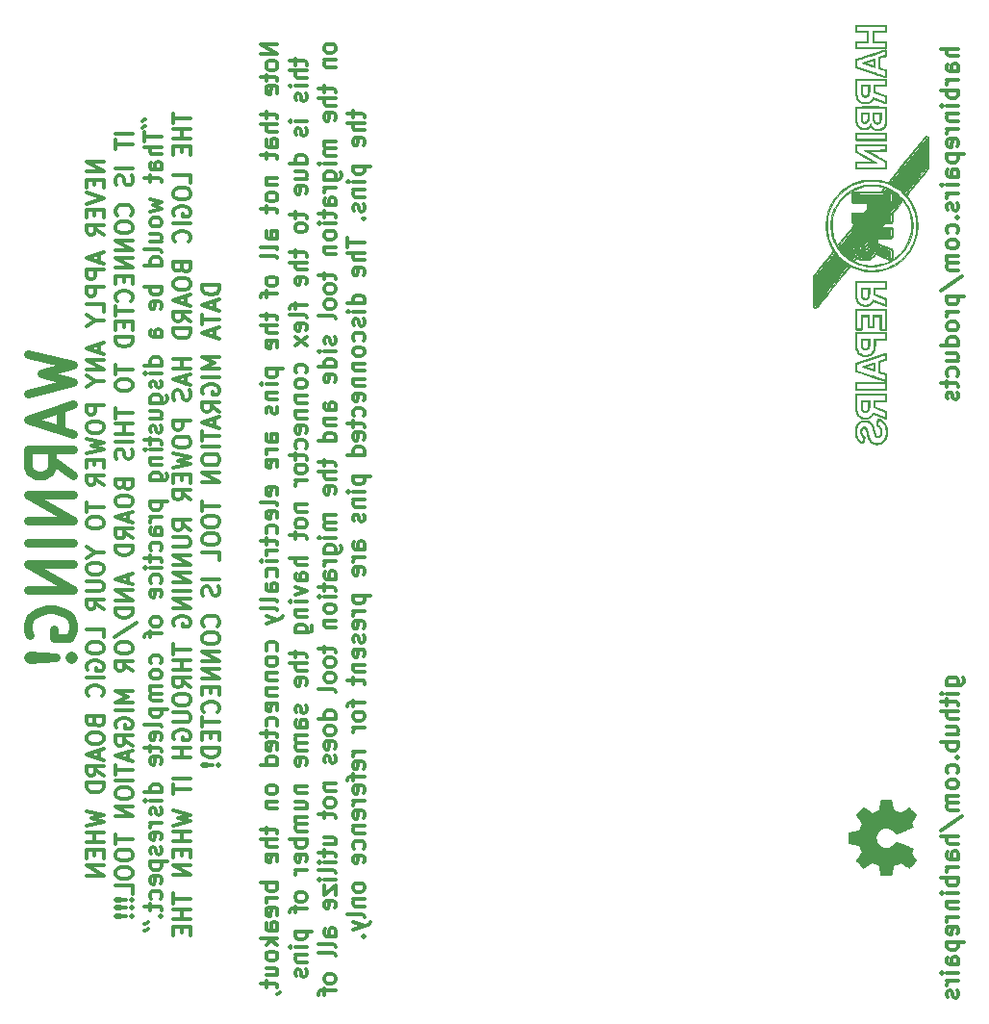
<source format=gbr>
G04 #@! TF.GenerationSoftware,KiCad,Pcbnew,(5.1.0-0)*
G04 #@! TF.CreationDate,2019-05-29T01:55:44-04:00*
G04 #@! TF.ProjectId,MacBook Pro 2016-up Data Recovery Breakout Adapter,4d616342-6f6f-46b2-9050-726f20323031,rev?*
G04 #@! TF.SameCoordinates,Original*
G04 #@! TF.FileFunction,Legend,Bot*
G04 #@! TF.FilePolarity,Positive*
%FSLAX46Y46*%
G04 Gerber Fmt 4.6, Leading zero omitted, Abs format (unit mm)*
G04 Created by KiCad (PCBNEW (5.1.0-0)) date 2019-05-29 01:55:44*
%MOMM*%
%LPD*%
G04 APERTURE LIST*
%ADD10C,0.300000*%
%ADD11C,0.800000*%
%ADD12C,0.010000*%
G04 APERTURE END LIST*
D10*
X190678571Y-102607142D02*
X191892857Y-102607142D01*
X192035714Y-102535714D01*
X192107142Y-102464285D01*
X192178571Y-102321428D01*
X192178571Y-102107142D01*
X192107142Y-101964285D01*
X191607142Y-102607142D02*
X191678571Y-102464285D01*
X191678571Y-102178571D01*
X191607142Y-102035714D01*
X191535714Y-101964285D01*
X191392857Y-101892857D01*
X190964285Y-101892857D01*
X190821428Y-101964285D01*
X190750000Y-102035714D01*
X190678571Y-102178571D01*
X190678571Y-102464285D01*
X190750000Y-102607142D01*
X191678571Y-103321428D02*
X190678571Y-103321428D01*
X190178571Y-103321428D02*
X190250000Y-103250000D01*
X190321428Y-103321428D01*
X190250000Y-103392857D01*
X190178571Y-103321428D01*
X190321428Y-103321428D01*
X190678571Y-103821428D02*
X190678571Y-104392857D01*
X190178571Y-104035714D02*
X191464285Y-104035714D01*
X191607142Y-104107142D01*
X191678571Y-104250000D01*
X191678571Y-104392857D01*
X191678571Y-104892857D02*
X190178571Y-104892857D01*
X191678571Y-105535714D02*
X190892857Y-105535714D01*
X190750000Y-105464285D01*
X190678571Y-105321428D01*
X190678571Y-105107142D01*
X190750000Y-104964285D01*
X190821428Y-104892857D01*
X190678571Y-106892857D02*
X191678571Y-106892857D01*
X190678571Y-106250000D02*
X191464285Y-106250000D01*
X191607142Y-106321428D01*
X191678571Y-106464285D01*
X191678571Y-106678571D01*
X191607142Y-106821428D01*
X191535714Y-106892857D01*
X191678571Y-107607142D02*
X190178571Y-107607142D01*
X190750000Y-107607142D02*
X190678571Y-107750000D01*
X190678571Y-108035714D01*
X190750000Y-108178571D01*
X190821428Y-108250000D01*
X190964285Y-108321428D01*
X191392857Y-108321428D01*
X191535714Y-108250000D01*
X191607142Y-108178571D01*
X191678571Y-108035714D01*
X191678571Y-107750000D01*
X191607142Y-107607142D01*
X191535714Y-108964285D02*
X191607142Y-109035714D01*
X191678571Y-108964285D01*
X191607142Y-108892857D01*
X191535714Y-108964285D01*
X191678571Y-108964285D01*
X191607142Y-110321428D02*
X191678571Y-110178571D01*
X191678571Y-109892857D01*
X191607142Y-109750000D01*
X191535714Y-109678571D01*
X191392857Y-109607142D01*
X190964285Y-109607142D01*
X190821428Y-109678571D01*
X190750000Y-109750000D01*
X190678571Y-109892857D01*
X190678571Y-110178571D01*
X190750000Y-110321428D01*
X191678571Y-111178571D02*
X191607142Y-111035714D01*
X191535714Y-110964285D01*
X191392857Y-110892857D01*
X190964285Y-110892857D01*
X190821428Y-110964285D01*
X190750000Y-111035714D01*
X190678571Y-111178571D01*
X190678571Y-111392857D01*
X190750000Y-111535714D01*
X190821428Y-111607142D01*
X190964285Y-111678571D01*
X191392857Y-111678571D01*
X191535714Y-111607142D01*
X191607142Y-111535714D01*
X191678571Y-111392857D01*
X191678571Y-111178571D01*
X191678571Y-112321428D02*
X190678571Y-112321428D01*
X190821428Y-112321428D02*
X190750000Y-112392857D01*
X190678571Y-112535714D01*
X190678571Y-112750000D01*
X190750000Y-112892857D01*
X190892857Y-112964285D01*
X191678571Y-112964285D01*
X190892857Y-112964285D02*
X190750000Y-113035714D01*
X190678571Y-113178571D01*
X190678571Y-113392857D01*
X190750000Y-113535714D01*
X190892857Y-113607142D01*
X191678571Y-113607142D01*
X190107142Y-115392857D02*
X192035714Y-114107142D01*
X191678571Y-115892857D02*
X190178571Y-115892857D01*
X191678571Y-116535714D02*
X190892857Y-116535714D01*
X190750000Y-116464285D01*
X190678571Y-116321428D01*
X190678571Y-116107142D01*
X190750000Y-115964285D01*
X190821428Y-115892857D01*
X191678571Y-117892857D02*
X190892857Y-117892857D01*
X190750000Y-117821428D01*
X190678571Y-117678571D01*
X190678571Y-117392857D01*
X190750000Y-117250000D01*
X191607142Y-117892857D02*
X191678571Y-117750000D01*
X191678571Y-117392857D01*
X191607142Y-117250000D01*
X191464285Y-117178571D01*
X191321428Y-117178571D01*
X191178571Y-117250000D01*
X191107142Y-117392857D01*
X191107142Y-117750000D01*
X191035714Y-117892857D01*
X191678571Y-118607142D02*
X190678571Y-118607142D01*
X190964285Y-118607142D02*
X190821428Y-118678571D01*
X190750000Y-118750000D01*
X190678571Y-118892857D01*
X190678571Y-119035714D01*
X191678571Y-119535714D02*
X190178571Y-119535714D01*
X190750000Y-119535714D02*
X190678571Y-119678571D01*
X190678571Y-119964285D01*
X190750000Y-120107142D01*
X190821428Y-120178571D01*
X190964285Y-120250000D01*
X191392857Y-120250000D01*
X191535714Y-120178571D01*
X191607142Y-120107142D01*
X191678571Y-119964285D01*
X191678571Y-119678571D01*
X191607142Y-119535714D01*
X191678571Y-120892857D02*
X190678571Y-120892857D01*
X190178571Y-120892857D02*
X190250000Y-120821428D01*
X190321428Y-120892857D01*
X190250000Y-120964285D01*
X190178571Y-120892857D01*
X190321428Y-120892857D01*
X190678571Y-121607142D02*
X191678571Y-121607142D01*
X190821428Y-121607142D02*
X190750000Y-121678571D01*
X190678571Y-121821428D01*
X190678571Y-122035714D01*
X190750000Y-122178571D01*
X190892857Y-122250000D01*
X191678571Y-122250000D01*
X191678571Y-122964285D02*
X190678571Y-122964285D01*
X190964285Y-122964285D02*
X190821428Y-123035714D01*
X190750000Y-123107142D01*
X190678571Y-123250000D01*
X190678571Y-123392857D01*
X191607142Y-124464285D02*
X191678571Y-124321428D01*
X191678571Y-124035714D01*
X191607142Y-123892857D01*
X191464285Y-123821428D01*
X190892857Y-123821428D01*
X190750000Y-123892857D01*
X190678571Y-124035714D01*
X190678571Y-124321428D01*
X190750000Y-124464285D01*
X190892857Y-124535714D01*
X191035714Y-124535714D01*
X191178571Y-123821428D01*
X190678571Y-125178571D02*
X192178571Y-125178571D01*
X190750000Y-125178571D02*
X190678571Y-125321428D01*
X190678571Y-125607142D01*
X190750000Y-125750000D01*
X190821428Y-125821428D01*
X190964285Y-125892857D01*
X191392857Y-125892857D01*
X191535714Y-125821428D01*
X191607142Y-125750000D01*
X191678571Y-125607142D01*
X191678571Y-125321428D01*
X191607142Y-125178571D01*
X191678571Y-127178571D02*
X190892857Y-127178571D01*
X190750000Y-127107142D01*
X190678571Y-126964285D01*
X190678571Y-126678571D01*
X190750000Y-126535714D01*
X191607142Y-127178571D02*
X191678571Y-127035714D01*
X191678571Y-126678571D01*
X191607142Y-126535714D01*
X191464285Y-126464285D01*
X191321428Y-126464285D01*
X191178571Y-126535714D01*
X191107142Y-126678571D01*
X191107142Y-127035714D01*
X191035714Y-127178571D01*
X191678571Y-127892857D02*
X190678571Y-127892857D01*
X190178571Y-127892857D02*
X190250000Y-127821428D01*
X190321428Y-127892857D01*
X190250000Y-127964285D01*
X190178571Y-127892857D01*
X190321428Y-127892857D01*
X191678571Y-128607142D02*
X190678571Y-128607142D01*
X190964285Y-128607142D02*
X190821428Y-128678571D01*
X190750000Y-128750000D01*
X190678571Y-128892857D01*
X190678571Y-129035714D01*
X191607142Y-129464285D02*
X191678571Y-129607142D01*
X191678571Y-129892857D01*
X191607142Y-130035714D01*
X191464285Y-130107142D01*
X191392857Y-130107142D01*
X191250000Y-130035714D01*
X191178571Y-129892857D01*
X191178571Y-129678571D01*
X191107142Y-129535714D01*
X190964285Y-129464285D01*
X190892857Y-129464285D01*
X190750000Y-129535714D01*
X190678571Y-129678571D01*
X190678571Y-129892857D01*
X190750000Y-130035714D01*
X191678571Y-46607142D02*
X190178571Y-46607142D01*
X191678571Y-47250000D02*
X190892857Y-47250000D01*
X190750000Y-47178571D01*
X190678571Y-47035714D01*
X190678571Y-46821428D01*
X190750000Y-46678571D01*
X190821428Y-46607142D01*
X191678571Y-48607142D02*
X190892857Y-48607142D01*
X190750000Y-48535714D01*
X190678571Y-48392857D01*
X190678571Y-48107142D01*
X190750000Y-47964285D01*
X191607142Y-48607142D02*
X191678571Y-48464285D01*
X191678571Y-48107142D01*
X191607142Y-47964285D01*
X191464285Y-47892857D01*
X191321428Y-47892857D01*
X191178571Y-47964285D01*
X191107142Y-48107142D01*
X191107142Y-48464285D01*
X191035714Y-48607142D01*
X191678571Y-49321428D02*
X190678571Y-49321428D01*
X190964285Y-49321428D02*
X190821428Y-49392857D01*
X190750000Y-49464285D01*
X190678571Y-49607142D01*
X190678571Y-49750000D01*
X191678571Y-50250000D02*
X190178571Y-50250000D01*
X190750000Y-50250000D02*
X190678571Y-50392857D01*
X190678571Y-50678571D01*
X190750000Y-50821428D01*
X190821428Y-50892857D01*
X190964285Y-50964285D01*
X191392857Y-50964285D01*
X191535714Y-50892857D01*
X191607142Y-50821428D01*
X191678571Y-50678571D01*
X191678571Y-50392857D01*
X191607142Y-50250000D01*
X191678571Y-51607142D02*
X190678571Y-51607142D01*
X190178571Y-51607142D02*
X190250000Y-51535714D01*
X190321428Y-51607142D01*
X190250000Y-51678571D01*
X190178571Y-51607142D01*
X190321428Y-51607142D01*
X190678571Y-52321428D02*
X191678571Y-52321428D01*
X190821428Y-52321428D02*
X190750000Y-52392857D01*
X190678571Y-52535714D01*
X190678571Y-52750000D01*
X190750000Y-52892857D01*
X190892857Y-52964285D01*
X191678571Y-52964285D01*
X191678571Y-53678571D02*
X190678571Y-53678571D01*
X190964285Y-53678571D02*
X190821428Y-53750000D01*
X190750000Y-53821428D01*
X190678571Y-53964285D01*
X190678571Y-54107142D01*
X191607142Y-55178571D02*
X191678571Y-55035714D01*
X191678571Y-54750000D01*
X191607142Y-54607142D01*
X191464285Y-54535714D01*
X190892857Y-54535714D01*
X190750000Y-54607142D01*
X190678571Y-54750000D01*
X190678571Y-55035714D01*
X190750000Y-55178571D01*
X190892857Y-55250000D01*
X191035714Y-55250000D01*
X191178571Y-54535714D01*
X190678571Y-55892857D02*
X192178571Y-55892857D01*
X190750000Y-55892857D02*
X190678571Y-56035714D01*
X190678571Y-56321428D01*
X190750000Y-56464285D01*
X190821428Y-56535714D01*
X190964285Y-56607142D01*
X191392857Y-56607142D01*
X191535714Y-56535714D01*
X191607142Y-56464285D01*
X191678571Y-56321428D01*
X191678571Y-56035714D01*
X191607142Y-55892857D01*
X191678571Y-57892857D02*
X190892857Y-57892857D01*
X190750000Y-57821428D01*
X190678571Y-57678571D01*
X190678571Y-57392857D01*
X190750000Y-57250000D01*
X191607142Y-57892857D02*
X191678571Y-57750000D01*
X191678571Y-57392857D01*
X191607142Y-57250000D01*
X191464285Y-57178571D01*
X191321428Y-57178571D01*
X191178571Y-57250000D01*
X191107142Y-57392857D01*
X191107142Y-57750000D01*
X191035714Y-57892857D01*
X191678571Y-58607142D02*
X190678571Y-58607142D01*
X190178571Y-58607142D02*
X190250000Y-58535714D01*
X190321428Y-58607142D01*
X190250000Y-58678571D01*
X190178571Y-58607142D01*
X190321428Y-58607142D01*
X191678571Y-59321428D02*
X190678571Y-59321428D01*
X190964285Y-59321428D02*
X190821428Y-59392857D01*
X190750000Y-59464285D01*
X190678571Y-59607142D01*
X190678571Y-59750000D01*
X191607142Y-60178571D02*
X191678571Y-60321428D01*
X191678571Y-60607142D01*
X191607142Y-60750000D01*
X191464285Y-60821428D01*
X191392857Y-60821428D01*
X191250000Y-60750000D01*
X191178571Y-60607142D01*
X191178571Y-60392857D01*
X191107142Y-60250000D01*
X190964285Y-60178571D01*
X190892857Y-60178571D01*
X190750000Y-60250000D01*
X190678571Y-60392857D01*
X190678571Y-60607142D01*
X190750000Y-60750000D01*
X191535714Y-61464285D02*
X191607142Y-61535714D01*
X191678571Y-61464285D01*
X191607142Y-61392857D01*
X191535714Y-61464285D01*
X191678571Y-61464285D01*
X191607142Y-62821428D02*
X191678571Y-62678571D01*
X191678571Y-62392857D01*
X191607142Y-62250000D01*
X191535714Y-62178571D01*
X191392857Y-62107142D01*
X190964285Y-62107142D01*
X190821428Y-62178571D01*
X190750000Y-62250000D01*
X190678571Y-62392857D01*
X190678571Y-62678571D01*
X190750000Y-62821428D01*
X191678571Y-63678571D02*
X191607142Y-63535714D01*
X191535714Y-63464285D01*
X191392857Y-63392857D01*
X190964285Y-63392857D01*
X190821428Y-63464285D01*
X190750000Y-63535714D01*
X190678571Y-63678571D01*
X190678571Y-63892857D01*
X190750000Y-64035714D01*
X190821428Y-64107142D01*
X190964285Y-64178571D01*
X191392857Y-64178571D01*
X191535714Y-64107142D01*
X191607142Y-64035714D01*
X191678571Y-63892857D01*
X191678571Y-63678571D01*
X191678571Y-64821428D02*
X190678571Y-64821428D01*
X190821428Y-64821428D02*
X190750000Y-64892857D01*
X190678571Y-65035714D01*
X190678571Y-65250000D01*
X190750000Y-65392857D01*
X190892857Y-65464285D01*
X191678571Y-65464285D01*
X190892857Y-65464285D02*
X190750000Y-65535714D01*
X190678571Y-65678571D01*
X190678571Y-65892857D01*
X190750000Y-66035714D01*
X190892857Y-66107142D01*
X191678571Y-66107142D01*
X190107142Y-67892857D02*
X192035714Y-66607142D01*
X190678571Y-68392857D02*
X192178571Y-68392857D01*
X190750000Y-68392857D02*
X190678571Y-68535714D01*
X190678571Y-68821428D01*
X190750000Y-68964285D01*
X190821428Y-69035714D01*
X190964285Y-69107142D01*
X191392857Y-69107142D01*
X191535714Y-69035714D01*
X191607142Y-68964285D01*
X191678571Y-68821428D01*
X191678571Y-68535714D01*
X191607142Y-68392857D01*
X191678571Y-69750000D02*
X190678571Y-69750000D01*
X190964285Y-69750000D02*
X190821428Y-69821428D01*
X190750000Y-69892857D01*
X190678571Y-70035714D01*
X190678571Y-70178571D01*
X191678571Y-70892857D02*
X191607142Y-70750000D01*
X191535714Y-70678571D01*
X191392857Y-70607142D01*
X190964285Y-70607142D01*
X190821428Y-70678571D01*
X190750000Y-70750000D01*
X190678571Y-70892857D01*
X190678571Y-71107142D01*
X190750000Y-71250000D01*
X190821428Y-71321428D01*
X190964285Y-71392857D01*
X191392857Y-71392857D01*
X191535714Y-71321428D01*
X191607142Y-71250000D01*
X191678571Y-71107142D01*
X191678571Y-70892857D01*
X191678571Y-72678571D02*
X190178571Y-72678571D01*
X191607142Y-72678571D02*
X191678571Y-72535714D01*
X191678571Y-72250000D01*
X191607142Y-72107142D01*
X191535714Y-72035714D01*
X191392857Y-71964285D01*
X190964285Y-71964285D01*
X190821428Y-72035714D01*
X190750000Y-72107142D01*
X190678571Y-72250000D01*
X190678571Y-72535714D01*
X190750000Y-72678571D01*
X190678571Y-74035714D02*
X191678571Y-74035714D01*
X190678571Y-73392857D02*
X191464285Y-73392857D01*
X191607142Y-73464285D01*
X191678571Y-73607142D01*
X191678571Y-73821428D01*
X191607142Y-73964285D01*
X191535714Y-74035714D01*
X191607142Y-75392857D02*
X191678571Y-75250000D01*
X191678571Y-74964285D01*
X191607142Y-74821428D01*
X191535714Y-74750000D01*
X191392857Y-74678571D01*
X190964285Y-74678571D01*
X190821428Y-74750000D01*
X190750000Y-74821428D01*
X190678571Y-74964285D01*
X190678571Y-75250000D01*
X190750000Y-75392857D01*
X190678571Y-75821428D02*
X190678571Y-76392857D01*
X190178571Y-76035714D02*
X191464285Y-76035714D01*
X191607142Y-76107142D01*
X191678571Y-76250000D01*
X191678571Y-76392857D01*
X191607142Y-76821428D02*
X191678571Y-76964285D01*
X191678571Y-77250000D01*
X191607142Y-77392857D01*
X191464285Y-77464285D01*
X191392857Y-77464285D01*
X191250000Y-77392857D01*
X191178571Y-77250000D01*
X191178571Y-77035714D01*
X191107142Y-76892857D01*
X190964285Y-76821428D01*
X190892857Y-76821428D01*
X190750000Y-76892857D01*
X190678571Y-77035714D01*
X190678571Y-77250000D01*
X190750000Y-77392857D01*
D11*
X109809523Y-73476190D02*
X113809523Y-74428571D01*
X110952380Y-75190476D01*
X113809523Y-75952380D01*
X109809523Y-76904761D01*
X112666666Y-78238095D02*
X112666666Y-80142857D01*
X113809523Y-77857142D02*
X109809523Y-79190476D01*
X113809523Y-80523809D01*
X113809523Y-84142857D02*
X111904761Y-82809523D01*
X113809523Y-81857142D02*
X109809523Y-81857142D01*
X109809523Y-83380952D01*
X110000000Y-83761904D01*
X110190476Y-83952380D01*
X110571428Y-84142857D01*
X111142857Y-84142857D01*
X111523809Y-83952380D01*
X111714285Y-83761904D01*
X111904761Y-83380952D01*
X111904761Y-81857142D01*
X113809523Y-85857142D02*
X109809523Y-85857142D01*
X113809523Y-88142857D01*
X109809523Y-88142857D01*
X113809523Y-90047619D02*
X109809523Y-90047619D01*
X113809523Y-91952380D02*
X109809523Y-91952380D01*
X113809523Y-94238095D01*
X109809523Y-94238095D01*
X110000000Y-98238095D02*
X109809523Y-97857142D01*
X109809523Y-97285714D01*
X110000000Y-96714285D01*
X110380952Y-96333333D01*
X110761904Y-96142857D01*
X111523809Y-95952380D01*
X112095238Y-95952380D01*
X112857142Y-96142857D01*
X113238095Y-96333333D01*
X113619047Y-96714285D01*
X113809523Y-97285714D01*
X113809523Y-97666666D01*
X113619047Y-98238095D01*
X113428571Y-98428571D01*
X112095238Y-98428571D01*
X112095238Y-97666666D01*
X113428571Y-100142857D02*
X113619047Y-100333333D01*
X113809523Y-100142857D01*
X113619047Y-99952380D01*
X113428571Y-100142857D01*
X113809523Y-100142857D01*
X112285714Y-100142857D02*
X110000000Y-99952380D01*
X109809523Y-100142857D01*
X110000000Y-100333333D01*
X112285714Y-100142857D01*
X109809523Y-100142857D01*
D10*
X116453571Y-56535714D02*
X114953571Y-56535714D01*
X116453571Y-57392857D01*
X114953571Y-57392857D01*
X115667857Y-58107142D02*
X115667857Y-58607142D01*
X116453571Y-58821428D02*
X116453571Y-58107142D01*
X114953571Y-58107142D01*
X114953571Y-58821428D01*
X114953571Y-59250000D02*
X116453571Y-59750000D01*
X114953571Y-60250000D01*
X115667857Y-60750000D02*
X115667857Y-61250000D01*
X116453571Y-61464285D02*
X116453571Y-60750000D01*
X114953571Y-60750000D01*
X114953571Y-61464285D01*
X116453571Y-62964285D02*
X115739285Y-62464285D01*
X116453571Y-62107142D02*
X114953571Y-62107142D01*
X114953571Y-62678571D01*
X115025000Y-62821428D01*
X115096428Y-62892857D01*
X115239285Y-62964285D01*
X115453571Y-62964285D01*
X115596428Y-62892857D01*
X115667857Y-62821428D01*
X115739285Y-62678571D01*
X115739285Y-62107142D01*
X116025000Y-64678571D02*
X116025000Y-65392857D01*
X116453571Y-64535714D02*
X114953571Y-65035714D01*
X116453571Y-65535714D01*
X116453571Y-66035714D02*
X114953571Y-66035714D01*
X114953571Y-66607142D01*
X115025000Y-66750000D01*
X115096428Y-66821428D01*
X115239285Y-66892857D01*
X115453571Y-66892857D01*
X115596428Y-66821428D01*
X115667857Y-66750000D01*
X115739285Y-66607142D01*
X115739285Y-66035714D01*
X116453571Y-67535714D02*
X114953571Y-67535714D01*
X114953571Y-68107142D01*
X115025000Y-68250000D01*
X115096428Y-68321428D01*
X115239285Y-68392857D01*
X115453571Y-68392857D01*
X115596428Y-68321428D01*
X115667857Y-68250000D01*
X115739285Y-68107142D01*
X115739285Y-67535714D01*
X116453571Y-69750000D02*
X116453571Y-69035714D01*
X114953571Y-69035714D01*
X115739285Y-70535714D02*
X116453571Y-70535714D01*
X114953571Y-70035714D02*
X115739285Y-70535714D01*
X114953571Y-71035714D01*
X116025000Y-72607142D02*
X116025000Y-73321428D01*
X116453571Y-72464285D02*
X114953571Y-72964285D01*
X116453571Y-73464285D01*
X116453571Y-73964285D02*
X114953571Y-73964285D01*
X116453571Y-74821428D01*
X114953571Y-74821428D01*
X115739285Y-75821428D02*
X116453571Y-75821428D01*
X114953571Y-75321428D02*
X115739285Y-75821428D01*
X114953571Y-76321428D01*
X116453571Y-77964285D02*
X114953571Y-77964285D01*
X114953571Y-78535714D01*
X115025000Y-78678571D01*
X115096428Y-78750000D01*
X115239285Y-78821428D01*
X115453571Y-78821428D01*
X115596428Y-78750000D01*
X115667857Y-78678571D01*
X115739285Y-78535714D01*
X115739285Y-77964285D01*
X114953571Y-79750000D02*
X114953571Y-80035714D01*
X115025000Y-80178571D01*
X115167857Y-80321428D01*
X115453571Y-80392857D01*
X115953571Y-80392857D01*
X116239285Y-80321428D01*
X116382142Y-80178571D01*
X116453571Y-80035714D01*
X116453571Y-79750000D01*
X116382142Y-79607142D01*
X116239285Y-79464285D01*
X115953571Y-79392857D01*
X115453571Y-79392857D01*
X115167857Y-79464285D01*
X115025000Y-79607142D01*
X114953571Y-79750000D01*
X114953571Y-80892857D02*
X116453571Y-81250000D01*
X115382142Y-81535714D01*
X116453571Y-81821428D01*
X114953571Y-82178571D01*
X115667857Y-82750000D02*
X115667857Y-83250000D01*
X116453571Y-83464285D02*
X116453571Y-82750000D01*
X114953571Y-82750000D01*
X114953571Y-83464285D01*
X116453571Y-84964285D02*
X115739285Y-84464285D01*
X116453571Y-84107142D02*
X114953571Y-84107142D01*
X114953571Y-84678571D01*
X115025000Y-84821428D01*
X115096428Y-84892857D01*
X115239285Y-84964285D01*
X115453571Y-84964285D01*
X115596428Y-84892857D01*
X115667857Y-84821428D01*
X115739285Y-84678571D01*
X115739285Y-84107142D01*
X114953571Y-86535714D02*
X114953571Y-87392857D01*
X116453571Y-86964285D02*
X114953571Y-86964285D01*
X114953571Y-88178571D02*
X114953571Y-88464285D01*
X115025000Y-88607142D01*
X115167857Y-88750000D01*
X115453571Y-88821428D01*
X115953571Y-88821428D01*
X116239285Y-88750000D01*
X116382142Y-88607142D01*
X116453571Y-88464285D01*
X116453571Y-88178571D01*
X116382142Y-88035714D01*
X116239285Y-87892857D01*
X115953571Y-87821428D01*
X115453571Y-87821428D01*
X115167857Y-87892857D01*
X115025000Y-88035714D01*
X114953571Y-88178571D01*
X115739285Y-90892857D02*
X116453571Y-90892857D01*
X114953571Y-90392857D02*
X115739285Y-90892857D01*
X114953571Y-91392857D01*
X114953571Y-92178571D02*
X114953571Y-92464285D01*
X115025000Y-92607142D01*
X115167857Y-92750000D01*
X115453571Y-92821428D01*
X115953571Y-92821428D01*
X116239285Y-92750000D01*
X116382142Y-92607142D01*
X116453571Y-92464285D01*
X116453571Y-92178571D01*
X116382142Y-92035714D01*
X116239285Y-91892857D01*
X115953571Y-91821428D01*
X115453571Y-91821428D01*
X115167857Y-91892857D01*
X115025000Y-92035714D01*
X114953571Y-92178571D01*
X114953571Y-93464285D02*
X116167857Y-93464285D01*
X116310714Y-93535714D01*
X116382142Y-93607142D01*
X116453571Y-93750000D01*
X116453571Y-94035714D01*
X116382142Y-94178571D01*
X116310714Y-94250000D01*
X116167857Y-94321428D01*
X114953571Y-94321428D01*
X116453571Y-95892857D02*
X115739285Y-95392857D01*
X116453571Y-95035714D02*
X114953571Y-95035714D01*
X114953571Y-95607142D01*
X115025000Y-95750000D01*
X115096428Y-95821428D01*
X115239285Y-95892857D01*
X115453571Y-95892857D01*
X115596428Y-95821428D01*
X115667857Y-95750000D01*
X115739285Y-95607142D01*
X115739285Y-95035714D01*
X116453571Y-98392857D02*
X116453571Y-97678571D01*
X114953571Y-97678571D01*
X114953571Y-99178571D02*
X114953571Y-99464285D01*
X115025000Y-99607142D01*
X115167857Y-99750000D01*
X115453571Y-99821428D01*
X115953571Y-99821428D01*
X116239285Y-99750000D01*
X116382142Y-99607142D01*
X116453571Y-99464285D01*
X116453571Y-99178571D01*
X116382142Y-99035714D01*
X116239285Y-98892857D01*
X115953571Y-98821428D01*
X115453571Y-98821428D01*
X115167857Y-98892857D01*
X115025000Y-99035714D01*
X114953571Y-99178571D01*
X115025000Y-101250000D02*
X114953571Y-101107142D01*
X114953571Y-100892857D01*
X115025000Y-100678571D01*
X115167857Y-100535714D01*
X115310714Y-100464285D01*
X115596428Y-100392857D01*
X115810714Y-100392857D01*
X116096428Y-100464285D01*
X116239285Y-100535714D01*
X116382142Y-100678571D01*
X116453571Y-100892857D01*
X116453571Y-101035714D01*
X116382142Y-101250000D01*
X116310714Y-101321428D01*
X115810714Y-101321428D01*
X115810714Y-101035714D01*
X116453571Y-101964285D02*
X114953571Y-101964285D01*
X116310714Y-103535714D02*
X116382142Y-103464285D01*
X116453571Y-103250000D01*
X116453571Y-103107142D01*
X116382142Y-102892857D01*
X116239285Y-102750000D01*
X116096428Y-102678571D01*
X115810714Y-102607142D01*
X115596428Y-102607142D01*
X115310714Y-102678571D01*
X115167857Y-102750000D01*
X115025000Y-102892857D01*
X114953571Y-103107142D01*
X114953571Y-103250000D01*
X115025000Y-103464285D01*
X115096428Y-103535714D01*
X115667857Y-105821428D02*
X115739285Y-106035714D01*
X115810714Y-106107142D01*
X115953571Y-106178571D01*
X116167857Y-106178571D01*
X116310714Y-106107142D01*
X116382142Y-106035714D01*
X116453571Y-105892857D01*
X116453571Y-105321428D01*
X114953571Y-105321428D01*
X114953571Y-105821428D01*
X115025000Y-105964285D01*
X115096428Y-106035714D01*
X115239285Y-106107142D01*
X115382142Y-106107142D01*
X115525000Y-106035714D01*
X115596428Y-105964285D01*
X115667857Y-105821428D01*
X115667857Y-105321428D01*
X114953571Y-107107142D02*
X114953571Y-107392857D01*
X115025000Y-107535714D01*
X115167857Y-107678571D01*
X115453571Y-107750000D01*
X115953571Y-107750000D01*
X116239285Y-107678571D01*
X116382142Y-107535714D01*
X116453571Y-107392857D01*
X116453571Y-107107142D01*
X116382142Y-106964285D01*
X116239285Y-106821428D01*
X115953571Y-106750000D01*
X115453571Y-106750000D01*
X115167857Y-106821428D01*
X115025000Y-106964285D01*
X114953571Y-107107142D01*
X116025000Y-108321428D02*
X116025000Y-109035714D01*
X116453571Y-108178571D02*
X114953571Y-108678571D01*
X116453571Y-109178571D01*
X116453571Y-110535714D02*
X115739285Y-110035714D01*
X116453571Y-109678571D02*
X114953571Y-109678571D01*
X114953571Y-110250000D01*
X115025000Y-110392857D01*
X115096428Y-110464285D01*
X115239285Y-110535714D01*
X115453571Y-110535714D01*
X115596428Y-110464285D01*
X115667857Y-110392857D01*
X115739285Y-110250000D01*
X115739285Y-109678571D01*
X116453571Y-111178571D02*
X114953571Y-111178571D01*
X114953571Y-111535714D01*
X115025000Y-111750000D01*
X115167857Y-111892857D01*
X115310714Y-111964285D01*
X115596428Y-112035714D01*
X115810714Y-112035714D01*
X116096428Y-111964285D01*
X116239285Y-111892857D01*
X116382142Y-111750000D01*
X116453571Y-111535714D01*
X116453571Y-111178571D01*
X114953571Y-113678571D02*
X116453571Y-114035714D01*
X115382142Y-114321428D01*
X116453571Y-114607142D01*
X114953571Y-114964285D01*
X116453571Y-115535714D02*
X114953571Y-115535714D01*
X115667857Y-115535714D02*
X115667857Y-116392857D01*
X116453571Y-116392857D02*
X114953571Y-116392857D01*
X115667857Y-117107142D02*
X115667857Y-117607142D01*
X116453571Y-117821428D02*
X116453571Y-117107142D01*
X114953571Y-117107142D01*
X114953571Y-117821428D01*
X116453571Y-118464285D02*
X114953571Y-118464285D01*
X116453571Y-119321428D01*
X114953571Y-119321428D01*
X119003571Y-54107142D02*
X117503571Y-54107142D01*
X117503571Y-54607142D02*
X117503571Y-55464285D01*
X119003571Y-55035714D02*
X117503571Y-55035714D01*
X119003571Y-57107142D02*
X117503571Y-57107142D01*
X118932142Y-57750000D02*
X119003571Y-57964285D01*
X119003571Y-58321428D01*
X118932142Y-58464285D01*
X118860714Y-58535714D01*
X118717857Y-58607142D01*
X118575000Y-58607142D01*
X118432142Y-58535714D01*
X118360714Y-58464285D01*
X118289285Y-58321428D01*
X118217857Y-58035714D01*
X118146428Y-57892857D01*
X118075000Y-57821428D01*
X117932142Y-57750000D01*
X117789285Y-57750000D01*
X117646428Y-57821428D01*
X117575000Y-57892857D01*
X117503571Y-58035714D01*
X117503571Y-58392857D01*
X117575000Y-58607142D01*
X118860714Y-61250000D02*
X118932142Y-61178571D01*
X119003571Y-60964285D01*
X119003571Y-60821428D01*
X118932142Y-60607142D01*
X118789285Y-60464285D01*
X118646428Y-60392857D01*
X118360714Y-60321428D01*
X118146428Y-60321428D01*
X117860714Y-60392857D01*
X117717857Y-60464285D01*
X117575000Y-60607142D01*
X117503571Y-60821428D01*
X117503571Y-60964285D01*
X117575000Y-61178571D01*
X117646428Y-61250000D01*
X117503571Y-62178571D02*
X117503571Y-62464285D01*
X117575000Y-62607142D01*
X117717857Y-62750000D01*
X118003571Y-62821428D01*
X118503571Y-62821428D01*
X118789285Y-62750000D01*
X118932142Y-62607142D01*
X119003571Y-62464285D01*
X119003571Y-62178571D01*
X118932142Y-62035714D01*
X118789285Y-61892857D01*
X118503571Y-61821428D01*
X118003571Y-61821428D01*
X117717857Y-61892857D01*
X117575000Y-62035714D01*
X117503571Y-62178571D01*
X119003571Y-63464285D02*
X117503571Y-63464285D01*
X119003571Y-64321428D01*
X117503571Y-64321428D01*
X119003571Y-65035714D02*
X117503571Y-65035714D01*
X119003571Y-65892857D01*
X117503571Y-65892857D01*
X118217857Y-66607142D02*
X118217857Y-67107142D01*
X119003571Y-67321428D02*
X119003571Y-66607142D01*
X117503571Y-66607142D01*
X117503571Y-67321428D01*
X118860714Y-68821428D02*
X118932142Y-68750000D01*
X119003571Y-68535714D01*
X119003571Y-68392857D01*
X118932142Y-68178571D01*
X118789285Y-68035714D01*
X118646428Y-67964285D01*
X118360714Y-67892857D01*
X118146428Y-67892857D01*
X117860714Y-67964285D01*
X117717857Y-68035714D01*
X117575000Y-68178571D01*
X117503571Y-68392857D01*
X117503571Y-68535714D01*
X117575000Y-68750000D01*
X117646428Y-68821428D01*
X117503571Y-69250000D02*
X117503571Y-70107142D01*
X119003571Y-69678571D02*
X117503571Y-69678571D01*
X118217857Y-70607142D02*
X118217857Y-71107142D01*
X119003571Y-71321428D02*
X119003571Y-70607142D01*
X117503571Y-70607142D01*
X117503571Y-71321428D01*
X119003571Y-71964285D02*
X117503571Y-71964285D01*
X117503571Y-72321428D01*
X117575000Y-72535714D01*
X117717857Y-72678571D01*
X117860714Y-72750000D01*
X118146428Y-72821428D01*
X118360714Y-72821428D01*
X118646428Y-72750000D01*
X118789285Y-72678571D01*
X118932142Y-72535714D01*
X119003571Y-72321428D01*
X119003571Y-71964285D01*
X117503571Y-74392857D02*
X117503571Y-75250000D01*
X119003571Y-74821428D02*
X117503571Y-74821428D01*
X117503571Y-76035714D02*
X117503571Y-76321428D01*
X117575000Y-76464285D01*
X117717857Y-76607142D01*
X118003571Y-76678571D01*
X118503571Y-76678571D01*
X118789285Y-76607142D01*
X118932142Y-76464285D01*
X119003571Y-76321428D01*
X119003571Y-76035714D01*
X118932142Y-75892857D01*
X118789285Y-75750000D01*
X118503571Y-75678571D01*
X118003571Y-75678571D01*
X117717857Y-75750000D01*
X117575000Y-75892857D01*
X117503571Y-76035714D01*
X117503571Y-78250000D02*
X117503571Y-79107142D01*
X119003571Y-78678571D02*
X117503571Y-78678571D01*
X119003571Y-79607142D02*
X117503571Y-79607142D01*
X118217857Y-79607142D02*
X118217857Y-80464285D01*
X119003571Y-80464285D02*
X117503571Y-80464285D01*
X119003571Y-81178571D02*
X117503571Y-81178571D01*
X118932142Y-81821428D02*
X119003571Y-82035714D01*
X119003571Y-82392857D01*
X118932142Y-82535714D01*
X118860714Y-82607142D01*
X118717857Y-82678571D01*
X118575000Y-82678571D01*
X118432142Y-82607142D01*
X118360714Y-82535714D01*
X118289285Y-82392857D01*
X118217857Y-82107142D01*
X118146428Y-81964285D01*
X118075000Y-81892857D01*
X117932142Y-81821428D01*
X117789285Y-81821428D01*
X117646428Y-81892857D01*
X117575000Y-81964285D01*
X117503571Y-82107142D01*
X117503571Y-82464285D01*
X117575000Y-82678571D01*
X118217857Y-84964285D02*
X118289285Y-85178571D01*
X118360714Y-85250000D01*
X118503571Y-85321428D01*
X118717857Y-85321428D01*
X118860714Y-85250000D01*
X118932142Y-85178571D01*
X119003571Y-85035714D01*
X119003571Y-84464285D01*
X117503571Y-84464285D01*
X117503571Y-84964285D01*
X117575000Y-85107142D01*
X117646428Y-85178571D01*
X117789285Y-85250000D01*
X117932142Y-85250000D01*
X118075000Y-85178571D01*
X118146428Y-85107142D01*
X118217857Y-84964285D01*
X118217857Y-84464285D01*
X117503571Y-86250000D02*
X117503571Y-86535714D01*
X117575000Y-86678571D01*
X117717857Y-86821428D01*
X118003571Y-86892857D01*
X118503571Y-86892857D01*
X118789285Y-86821428D01*
X118932142Y-86678571D01*
X119003571Y-86535714D01*
X119003571Y-86250000D01*
X118932142Y-86107142D01*
X118789285Y-85964285D01*
X118503571Y-85892857D01*
X118003571Y-85892857D01*
X117717857Y-85964285D01*
X117575000Y-86107142D01*
X117503571Y-86250000D01*
X118575000Y-87464285D02*
X118575000Y-88178571D01*
X119003571Y-87321428D02*
X117503571Y-87821428D01*
X119003571Y-88321428D01*
X119003571Y-89678571D02*
X118289285Y-89178571D01*
X119003571Y-88821428D02*
X117503571Y-88821428D01*
X117503571Y-89392857D01*
X117575000Y-89535714D01*
X117646428Y-89607142D01*
X117789285Y-89678571D01*
X118003571Y-89678571D01*
X118146428Y-89607142D01*
X118217857Y-89535714D01*
X118289285Y-89392857D01*
X118289285Y-88821428D01*
X119003571Y-90321428D02*
X117503571Y-90321428D01*
X117503571Y-90678571D01*
X117575000Y-90892857D01*
X117717857Y-91035714D01*
X117860714Y-91107142D01*
X118146428Y-91178571D01*
X118360714Y-91178571D01*
X118646428Y-91107142D01*
X118789285Y-91035714D01*
X118932142Y-90892857D01*
X119003571Y-90678571D01*
X119003571Y-90321428D01*
X118575000Y-92892857D02*
X118575000Y-93607142D01*
X119003571Y-92750000D02*
X117503571Y-93250000D01*
X119003571Y-93750000D01*
X119003571Y-94250000D02*
X117503571Y-94250000D01*
X119003571Y-95107142D01*
X117503571Y-95107142D01*
X119003571Y-95821428D02*
X117503571Y-95821428D01*
X117503571Y-96178571D01*
X117575000Y-96392857D01*
X117717857Y-96535714D01*
X117860714Y-96607142D01*
X118146428Y-96678571D01*
X118360714Y-96678571D01*
X118646428Y-96607142D01*
X118789285Y-96535714D01*
X118932142Y-96392857D01*
X119003571Y-96178571D01*
X119003571Y-95821428D01*
X117432142Y-98392857D02*
X119360714Y-97107142D01*
X117503571Y-99178571D02*
X117503571Y-99464285D01*
X117575000Y-99607142D01*
X117717857Y-99750000D01*
X118003571Y-99821428D01*
X118503571Y-99821428D01*
X118789285Y-99750000D01*
X118932142Y-99607142D01*
X119003571Y-99464285D01*
X119003571Y-99178571D01*
X118932142Y-99035714D01*
X118789285Y-98892857D01*
X118503571Y-98821428D01*
X118003571Y-98821428D01*
X117717857Y-98892857D01*
X117575000Y-99035714D01*
X117503571Y-99178571D01*
X119003571Y-101321428D02*
X118289285Y-100821428D01*
X119003571Y-100464285D02*
X117503571Y-100464285D01*
X117503571Y-101035714D01*
X117575000Y-101178571D01*
X117646428Y-101250000D01*
X117789285Y-101321428D01*
X118003571Y-101321428D01*
X118146428Y-101250000D01*
X118217857Y-101178571D01*
X118289285Y-101035714D01*
X118289285Y-100464285D01*
X119003571Y-103107142D02*
X117503571Y-103107142D01*
X118575000Y-103607142D01*
X117503571Y-104107142D01*
X119003571Y-104107142D01*
X119003571Y-104821428D02*
X117503571Y-104821428D01*
X117575000Y-106321428D02*
X117503571Y-106178571D01*
X117503571Y-105964285D01*
X117575000Y-105750000D01*
X117717857Y-105607142D01*
X117860714Y-105535714D01*
X118146428Y-105464285D01*
X118360714Y-105464285D01*
X118646428Y-105535714D01*
X118789285Y-105607142D01*
X118932142Y-105750000D01*
X119003571Y-105964285D01*
X119003571Y-106107142D01*
X118932142Y-106321428D01*
X118860714Y-106392857D01*
X118360714Y-106392857D01*
X118360714Y-106107142D01*
X119003571Y-107892857D02*
X118289285Y-107392857D01*
X119003571Y-107035714D02*
X117503571Y-107035714D01*
X117503571Y-107607142D01*
X117575000Y-107750000D01*
X117646428Y-107821428D01*
X117789285Y-107892857D01*
X118003571Y-107892857D01*
X118146428Y-107821428D01*
X118217857Y-107750000D01*
X118289285Y-107607142D01*
X118289285Y-107035714D01*
X118575000Y-108464285D02*
X118575000Y-109178571D01*
X119003571Y-108321428D02*
X117503571Y-108821428D01*
X119003571Y-109321428D01*
X117503571Y-109607142D02*
X117503571Y-110464285D01*
X119003571Y-110035714D02*
X117503571Y-110035714D01*
X119003571Y-110964285D02*
X117503571Y-110964285D01*
X117503571Y-111964285D02*
X117503571Y-112250000D01*
X117575000Y-112392857D01*
X117717857Y-112535714D01*
X118003571Y-112607142D01*
X118503571Y-112607142D01*
X118789285Y-112535714D01*
X118932142Y-112392857D01*
X119003571Y-112250000D01*
X119003571Y-111964285D01*
X118932142Y-111821428D01*
X118789285Y-111678571D01*
X118503571Y-111607142D01*
X118003571Y-111607142D01*
X117717857Y-111678571D01*
X117575000Y-111821428D01*
X117503571Y-111964285D01*
X119003571Y-113250000D02*
X117503571Y-113250000D01*
X119003571Y-114107142D01*
X117503571Y-114107142D01*
X117503571Y-115750000D02*
X117503571Y-116607142D01*
X119003571Y-116178571D02*
X117503571Y-116178571D01*
X117503571Y-117392857D02*
X117503571Y-117678571D01*
X117575000Y-117821428D01*
X117717857Y-117964285D01*
X118003571Y-118035714D01*
X118503571Y-118035714D01*
X118789285Y-117964285D01*
X118932142Y-117821428D01*
X119003571Y-117678571D01*
X119003571Y-117392857D01*
X118932142Y-117250000D01*
X118789285Y-117107142D01*
X118503571Y-117035714D01*
X118003571Y-117035714D01*
X117717857Y-117107142D01*
X117575000Y-117250000D01*
X117503571Y-117392857D01*
X117503571Y-118964285D02*
X117503571Y-119250000D01*
X117575000Y-119392857D01*
X117717857Y-119535714D01*
X118003571Y-119607142D01*
X118503571Y-119607142D01*
X118789285Y-119535714D01*
X118932142Y-119392857D01*
X119003571Y-119250000D01*
X119003571Y-118964285D01*
X118932142Y-118821428D01*
X118789285Y-118678571D01*
X118503571Y-118607142D01*
X118003571Y-118607142D01*
X117717857Y-118678571D01*
X117575000Y-118821428D01*
X117503571Y-118964285D01*
X119003571Y-120964285D02*
X119003571Y-120250000D01*
X117503571Y-120250000D01*
X118860714Y-121464285D02*
X118932142Y-121535714D01*
X119003571Y-121464285D01*
X118932142Y-121392857D01*
X118860714Y-121464285D01*
X119003571Y-121464285D01*
X118432142Y-121464285D02*
X117575000Y-121392857D01*
X117503571Y-121464285D01*
X117575000Y-121535714D01*
X118432142Y-121464285D01*
X117503571Y-121464285D01*
X118860714Y-122178571D02*
X118932142Y-122250000D01*
X119003571Y-122178571D01*
X118932142Y-122107142D01*
X118860714Y-122178571D01*
X119003571Y-122178571D01*
X118432142Y-122178571D02*
X117575000Y-122107142D01*
X117503571Y-122178571D01*
X117575000Y-122250000D01*
X118432142Y-122178571D01*
X117503571Y-122178571D01*
X118860714Y-122892857D02*
X118932142Y-122964285D01*
X119003571Y-122892857D01*
X118932142Y-122821428D01*
X118860714Y-122892857D01*
X119003571Y-122892857D01*
X118432142Y-122892857D02*
X117575000Y-122821428D01*
X117503571Y-122892857D01*
X117575000Y-122964285D01*
X118432142Y-122892857D01*
X117503571Y-122892857D01*
X120125000Y-53392857D02*
X120053571Y-53392857D01*
X119910714Y-53464285D01*
X119839285Y-53535714D01*
X120125000Y-52821428D02*
X120053571Y-52821428D01*
X119910714Y-52892857D01*
X119839285Y-52964285D01*
X120053571Y-53892857D02*
X120053571Y-54750000D01*
X121553571Y-54321428D02*
X120053571Y-54321428D01*
X121553571Y-55250000D02*
X120053571Y-55250000D01*
X121553571Y-55892857D02*
X120767857Y-55892857D01*
X120625000Y-55821428D01*
X120553571Y-55678571D01*
X120553571Y-55464285D01*
X120625000Y-55321428D01*
X120696428Y-55250000D01*
X121553571Y-57250000D02*
X120767857Y-57250000D01*
X120625000Y-57178571D01*
X120553571Y-57035714D01*
X120553571Y-56750000D01*
X120625000Y-56607142D01*
X121482142Y-57250000D02*
X121553571Y-57107142D01*
X121553571Y-56750000D01*
X121482142Y-56607142D01*
X121339285Y-56535714D01*
X121196428Y-56535714D01*
X121053571Y-56607142D01*
X120982142Y-56750000D01*
X120982142Y-57107142D01*
X120910714Y-57250000D01*
X120553571Y-57750000D02*
X120553571Y-58321428D01*
X120053571Y-57964285D02*
X121339285Y-57964285D01*
X121482142Y-58035714D01*
X121553571Y-58178571D01*
X121553571Y-58321428D01*
X120553571Y-59821428D02*
X121553571Y-60107142D01*
X120839285Y-60392857D01*
X121553571Y-60678571D01*
X120553571Y-60964285D01*
X121553571Y-61750000D02*
X121482142Y-61607142D01*
X121410714Y-61535714D01*
X121267857Y-61464285D01*
X120839285Y-61464285D01*
X120696428Y-61535714D01*
X120625000Y-61607142D01*
X120553571Y-61750000D01*
X120553571Y-61964285D01*
X120625000Y-62107142D01*
X120696428Y-62178571D01*
X120839285Y-62250000D01*
X121267857Y-62250000D01*
X121410714Y-62178571D01*
X121482142Y-62107142D01*
X121553571Y-61964285D01*
X121553571Y-61750000D01*
X120553571Y-63535714D02*
X121553571Y-63535714D01*
X120553571Y-62892857D02*
X121339285Y-62892857D01*
X121482142Y-62964285D01*
X121553571Y-63107142D01*
X121553571Y-63321428D01*
X121482142Y-63464285D01*
X121410714Y-63535714D01*
X121553571Y-64464285D02*
X121482142Y-64321428D01*
X121339285Y-64250000D01*
X120053571Y-64250000D01*
X121553571Y-65678571D02*
X120053571Y-65678571D01*
X121482142Y-65678571D02*
X121553571Y-65535714D01*
X121553571Y-65250000D01*
X121482142Y-65107142D01*
X121410714Y-65035714D01*
X121267857Y-64964285D01*
X120839285Y-64964285D01*
X120696428Y-65035714D01*
X120625000Y-65107142D01*
X120553571Y-65250000D01*
X120553571Y-65535714D01*
X120625000Y-65678571D01*
X121553571Y-67535714D02*
X120053571Y-67535714D01*
X120625000Y-67535714D02*
X120553571Y-67678571D01*
X120553571Y-67964285D01*
X120625000Y-68107142D01*
X120696428Y-68178571D01*
X120839285Y-68250000D01*
X121267857Y-68250000D01*
X121410714Y-68178571D01*
X121482142Y-68107142D01*
X121553571Y-67964285D01*
X121553571Y-67678571D01*
X121482142Y-67535714D01*
X121482142Y-69464285D02*
X121553571Y-69321428D01*
X121553571Y-69035714D01*
X121482142Y-68892857D01*
X121339285Y-68821428D01*
X120767857Y-68821428D01*
X120625000Y-68892857D01*
X120553571Y-69035714D01*
X120553571Y-69321428D01*
X120625000Y-69464285D01*
X120767857Y-69535714D01*
X120910714Y-69535714D01*
X121053571Y-68821428D01*
X121553571Y-71964285D02*
X120767857Y-71964285D01*
X120625000Y-71892857D01*
X120553571Y-71750000D01*
X120553571Y-71464285D01*
X120625000Y-71321428D01*
X121482142Y-71964285D02*
X121553571Y-71821428D01*
X121553571Y-71464285D01*
X121482142Y-71321428D01*
X121339285Y-71250000D01*
X121196428Y-71250000D01*
X121053571Y-71321428D01*
X120982142Y-71464285D01*
X120982142Y-71821428D01*
X120910714Y-71964285D01*
X121553571Y-74464285D02*
X120053571Y-74464285D01*
X121482142Y-74464285D02*
X121553571Y-74321428D01*
X121553571Y-74035714D01*
X121482142Y-73892857D01*
X121410714Y-73821428D01*
X121267857Y-73750000D01*
X120839285Y-73750000D01*
X120696428Y-73821428D01*
X120625000Y-73892857D01*
X120553571Y-74035714D01*
X120553571Y-74321428D01*
X120625000Y-74464285D01*
X121553571Y-75178571D02*
X120553571Y-75178571D01*
X120053571Y-75178571D02*
X120125000Y-75107142D01*
X120196428Y-75178571D01*
X120125000Y-75250000D01*
X120053571Y-75178571D01*
X120196428Y-75178571D01*
X121482142Y-75821428D02*
X121553571Y-75964285D01*
X121553571Y-76250000D01*
X121482142Y-76392857D01*
X121339285Y-76464285D01*
X121267857Y-76464285D01*
X121125000Y-76392857D01*
X121053571Y-76250000D01*
X121053571Y-76035714D01*
X120982142Y-75892857D01*
X120839285Y-75821428D01*
X120767857Y-75821428D01*
X120625000Y-75892857D01*
X120553571Y-76035714D01*
X120553571Y-76250000D01*
X120625000Y-76392857D01*
X120553571Y-77750000D02*
X121767857Y-77750000D01*
X121910714Y-77678571D01*
X121982142Y-77607142D01*
X122053571Y-77464285D01*
X122053571Y-77250000D01*
X121982142Y-77107142D01*
X121482142Y-77750000D02*
X121553571Y-77607142D01*
X121553571Y-77321428D01*
X121482142Y-77178571D01*
X121410714Y-77107142D01*
X121267857Y-77035714D01*
X120839285Y-77035714D01*
X120696428Y-77107142D01*
X120625000Y-77178571D01*
X120553571Y-77321428D01*
X120553571Y-77607142D01*
X120625000Y-77750000D01*
X120553571Y-79107142D02*
X121553571Y-79107142D01*
X120553571Y-78464285D02*
X121339285Y-78464285D01*
X121482142Y-78535714D01*
X121553571Y-78678571D01*
X121553571Y-78892857D01*
X121482142Y-79035714D01*
X121410714Y-79107142D01*
X121482142Y-79750000D02*
X121553571Y-79892857D01*
X121553571Y-80178571D01*
X121482142Y-80321428D01*
X121339285Y-80392857D01*
X121267857Y-80392857D01*
X121125000Y-80321428D01*
X121053571Y-80178571D01*
X121053571Y-79964285D01*
X120982142Y-79821428D01*
X120839285Y-79750000D01*
X120767857Y-79750000D01*
X120625000Y-79821428D01*
X120553571Y-79964285D01*
X120553571Y-80178571D01*
X120625000Y-80321428D01*
X120553571Y-80821428D02*
X120553571Y-81392857D01*
X120053571Y-81035714D02*
X121339285Y-81035714D01*
X121482142Y-81107142D01*
X121553571Y-81250000D01*
X121553571Y-81392857D01*
X121553571Y-81892857D02*
X120553571Y-81892857D01*
X120053571Y-81892857D02*
X120125000Y-81821428D01*
X120196428Y-81892857D01*
X120125000Y-81964285D01*
X120053571Y-81892857D01*
X120196428Y-81892857D01*
X120553571Y-82607142D02*
X121553571Y-82607142D01*
X120696428Y-82607142D02*
X120625000Y-82678571D01*
X120553571Y-82821428D01*
X120553571Y-83035714D01*
X120625000Y-83178571D01*
X120767857Y-83250000D01*
X121553571Y-83250000D01*
X120553571Y-84607142D02*
X121767857Y-84607142D01*
X121910714Y-84535714D01*
X121982142Y-84464285D01*
X122053571Y-84321428D01*
X122053571Y-84107142D01*
X121982142Y-83964285D01*
X121482142Y-84607142D02*
X121553571Y-84464285D01*
X121553571Y-84178571D01*
X121482142Y-84035714D01*
X121410714Y-83964285D01*
X121267857Y-83892857D01*
X120839285Y-83892857D01*
X120696428Y-83964285D01*
X120625000Y-84035714D01*
X120553571Y-84178571D01*
X120553571Y-84464285D01*
X120625000Y-84607142D01*
X120553571Y-86464285D02*
X122053571Y-86464285D01*
X120625000Y-86464285D02*
X120553571Y-86607142D01*
X120553571Y-86892857D01*
X120625000Y-87035714D01*
X120696428Y-87107142D01*
X120839285Y-87178571D01*
X121267857Y-87178571D01*
X121410714Y-87107142D01*
X121482142Y-87035714D01*
X121553571Y-86892857D01*
X121553571Y-86607142D01*
X121482142Y-86464285D01*
X121553571Y-87821428D02*
X120553571Y-87821428D01*
X120839285Y-87821428D02*
X120696428Y-87892857D01*
X120625000Y-87964285D01*
X120553571Y-88107142D01*
X120553571Y-88250000D01*
X121553571Y-89392857D02*
X120767857Y-89392857D01*
X120625000Y-89321428D01*
X120553571Y-89178571D01*
X120553571Y-88892857D01*
X120625000Y-88750000D01*
X121482142Y-89392857D02*
X121553571Y-89250000D01*
X121553571Y-88892857D01*
X121482142Y-88750000D01*
X121339285Y-88678571D01*
X121196428Y-88678571D01*
X121053571Y-88750000D01*
X120982142Y-88892857D01*
X120982142Y-89250000D01*
X120910714Y-89392857D01*
X121482142Y-90750000D02*
X121553571Y-90607142D01*
X121553571Y-90321428D01*
X121482142Y-90178571D01*
X121410714Y-90107142D01*
X121267857Y-90035714D01*
X120839285Y-90035714D01*
X120696428Y-90107142D01*
X120625000Y-90178571D01*
X120553571Y-90321428D01*
X120553571Y-90607142D01*
X120625000Y-90750000D01*
X120553571Y-91178571D02*
X120553571Y-91750000D01*
X120053571Y-91392857D02*
X121339285Y-91392857D01*
X121482142Y-91464285D01*
X121553571Y-91607142D01*
X121553571Y-91750000D01*
X121553571Y-92250000D02*
X120553571Y-92250000D01*
X120053571Y-92250000D02*
X120125000Y-92178571D01*
X120196428Y-92250000D01*
X120125000Y-92321428D01*
X120053571Y-92250000D01*
X120196428Y-92250000D01*
X121482142Y-93607142D02*
X121553571Y-93464285D01*
X121553571Y-93178571D01*
X121482142Y-93035714D01*
X121410714Y-92964285D01*
X121267857Y-92892857D01*
X120839285Y-92892857D01*
X120696428Y-92964285D01*
X120625000Y-93035714D01*
X120553571Y-93178571D01*
X120553571Y-93464285D01*
X120625000Y-93607142D01*
X121482142Y-94821428D02*
X121553571Y-94678571D01*
X121553571Y-94392857D01*
X121482142Y-94250000D01*
X121339285Y-94178571D01*
X120767857Y-94178571D01*
X120625000Y-94250000D01*
X120553571Y-94392857D01*
X120553571Y-94678571D01*
X120625000Y-94821428D01*
X120767857Y-94892857D01*
X120910714Y-94892857D01*
X121053571Y-94178571D01*
X121553571Y-96892857D02*
X121482142Y-96750000D01*
X121410714Y-96678571D01*
X121267857Y-96607142D01*
X120839285Y-96607142D01*
X120696428Y-96678571D01*
X120625000Y-96750000D01*
X120553571Y-96892857D01*
X120553571Y-97107142D01*
X120625000Y-97250000D01*
X120696428Y-97321428D01*
X120839285Y-97392857D01*
X121267857Y-97392857D01*
X121410714Y-97321428D01*
X121482142Y-97250000D01*
X121553571Y-97107142D01*
X121553571Y-96892857D01*
X120553571Y-97821428D02*
X120553571Y-98392857D01*
X121553571Y-98035714D02*
X120267857Y-98035714D01*
X120125000Y-98107142D01*
X120053571Y-98250000D01*
X120053571Y-98392857D01*
X121482142Y-100678571D02*
X121553571Y-100535714D01*
X121553571Y-100250000D01*
X121482142Y-100107142D01*
X121410714Y-100035714D01*
X121267857Y-99964285D01*
X120839285Y-99964285D01*
X120696428Y-100035714D01*
X120625000Y-100107142D01*
X120553571Y-100250000D01*
X120553571Y-100535714D01*
X120625000Y-100678571D01*
X121553571Y-101535714D02*
X121482142Y-101392857D01*
X121410714Y-101321428D01*
X121267857Y-101250000D01*
X120839285Y-101250000D01*
X120696428Y-101321428D01*
X120625000Y-101392857D01*
X120553571Y-101535714D01*
X120553571Y-101750000D01*
X120625000Y-101892857D01*
X120696428Y-101964285D01*
X120839285Y-102035714D01*
X121267857Y-102035714D01*
X121410714Y-101964285D01*
X121482142Y-101892857D01*
X121553571Y-101750000D01*
X121553571Y-101535714D01*
X121553571Y-102678571D02*
X120553571Y-102678571D01*
X120696428Y-102678571D02*
X120625000Y-102750000D01*
X120553571Y-102892857D01*
X120553571Y-103107142D01*
X120625000Y-103250000D01*
X120767857Y-103321428D01*
X121553571Y-103321428D01*
X120767857Y-103321428D02*
X120625000Y-103392857D01*
X120553571Y-103535714D01*
X120553571Y-103750000D01*
X120625000Y-103892857D01*
X120767857Y-103964285D01*
X121553571Y-103964285D01*
X120553571Y-104678571D02*
X122053571Y-104678571D01*
X120625000Y-104678571D02*
X120553571Y-104821428D01*
X120553571Y-105107142D01*
X120625000Y-105250000D01*
X120696428Y-105321428D01*
X120839285Y-105392857D01*
X121267857Y-105392857D01*
X121410714Y-105321428D01*
X121482142Y-105250000D01*
X121553571Y-105107142D01*
X121553571Y-104821428D01*
X121482142Y-104678571D01*
X121553571Y-106250000D02*
X121482142Y-106107142D01*
X121339285Y-106035714D01*
X120053571Y-106035714D01*
X121482142Y-107392857D02*
X121553571Y-107250000D01*
X121553571Y-106964285D01*
X121482142Y-106821428D01*
X121339285Y-106750000D01*
X120767857Y-106750000D01*
X120625000Y-106821428D01*
X120553571Y-106964285D01*
X120553571Y-107250000D01*
X120625000Y-107392857D01*
X120767857Y-107464285D01*
X120910714Y-107464285D01*
X121053571Y-106750000D01*
X120553571Y-107892857D02*
X120553571Y-108464285D01*
X120053571Y-108107142D02*
X121339285Y-108107142D01*
X121482142Y-108178571D01*
X121553571Y-108321428D01*
X121553571Y-108464285D01*
X121482142Y-109535714D02*
X121553571Y-109392857D01*
X121553571Y-109107142D01*
X121482142Y-108964285D01*
X121339285Y-108892857D01*
X120767857Y-108892857D01*
X120625000Y-108964285D01*
X120553571Y-109107142D01*
X120553571Y-109392857D01*
X120625000Y-109535714D01*
X120767857Y-109607142D01*
X120910714Y-109607142D01*
X121053571Y-108892857D01*
X121553571Y-112035714D02*
X120053571Y-112035714D01*
X121482142Y-112035714D02*
X121553571Y-111892857D01*
X121553571Y-111607142D01*
X121482142Y-111464285D01*
X121410714Y-111392857D01*
X121267857Y-111321428D01*
X120839285Y-111321428D01*
X120696428Y-111392857D01*
X120625000Y-111464285D01*
X120553571Y-111607142D01*
X120553571Y-111892857D01*
X120625000Y-112035714D01*
X121553571Y-112750000D02*
X120553571Y-112750000D01*
X120053571Y-112750000D02*
X120125000Y-112678571D01*
X120196428Y-112750000D01*
X120125000Y-112821428D01*
X120053571Y-112750000D01*
X120196428Y-112750000D01*
X121482142Y-113392857D02*
X121553571Y-113535714D01*
X121553571Y-113821428D01*
X121482142Y-113964285D01*
X121339285Y-114035714D01*
X121267857Y-114035714D01*
X121125000Y-113964285D01*
X121053571Y-113821428D01*
X121053571Y-113607142D01*
X120982142Y-113464285D01*
X120839285Y-113392857D01*
X120767857Y-113392857D01*
X120625000Y-113464285D01*
X120553571Y-113607142D01*
X120553571Y-113821428D01*
X120625000Y-113964285D01*
X121553571Y-114678571D02*
X120553571Y-114678571D01*
X120839285Y-114678571D02*
X120696428Y-114750000D01*
X120625000Y-114821428D01*
X120553571Y-114964285D01*
X120553571Y-115107142D01*
X121482142Y-116178571D02*
X121553571Y-116035714D01*
X121553571Y-115750000D01*
X121482142Y-115607142D01*
X121339285Y-115535714D01*
X120767857Y-115535714D01*
X120625000Y-115607142D01*
X120553571Y-115750000D01*
X120553571Y-116035714D01*
X120625000Y-116178571D01*
X120767857Y-116250000D01*
X120910714Y-116250000D01*
X121053571Y-115535714D01*
X121482142Y-116821428D02*
X121553571Y-116964285D01*
X121553571Y-117250000D01*
X121482142Y-117392857D01*
X121339285Y-117464285D01*
X121267857Y-117464285D01*
X121125000Y-117392857D01*
X121053571Y-117250000D01*
X121053571Y-117035714D01*
X120982142Y-116892857D01*
X120839285Y-116821428D01*
X120767857Y-116821428D01*
X120625000Y-116892857D01*
X120553571Y-117035714D01*
X120553571Y-117250000D01*
X120625000Y-117392857D01*
X120553571Y-118107142D02*
X122053571Y-118107142D01*
X120625000Y-118107142D02*
X120553571Y-118250000D01*
X120553571Y-118535714D01*
X120625000Y-118678571D01*
X120696428Y-118750000D01*
X120839285Y-118821428D01*
X121267857Y-118821428D01*
X121410714Y-118750000D01*
X121482142Y-118678571D01*
X121553571Y-118535714D01*
X121553571Y-118250000D01*
X121482142Y-118107142D01*
X121482142Y-120035714D02*
X121553571Y-119892857D01*
X121553571Y-119607142D01*
X121482142Y-119464285D01*
X121339285Y-119392857D01*
X120767857Y-119392857D01*
X120625000Y-119464285D01*
X120553571Y-119607142D01*
X120553571Y-119892857D01*
X120625000Y-120035714D01*
X120767857Y-120107142D01*
X120910714Y-120107142D01*
X121053571Y-119392857D01*
X121482142Y-121392857D02*
X121553571Y-121250000D01*
X121553571Y-120964285D01*
X121482142Y-120821428D01*
X121410714Y-120750000D01*
X121267857Y-120678571D01*
X120839285Y-120678571D01*
X120696428Y-120750000D01*
X120625000Y-120821428D01*
X120553571Y-120964285D01*
X120553571Y-121250000D01*
X120625000Y-121392857D01*
X120553571Y-121821428D02*
X120553571Y-122392857D01*
X120053571Y-122035714D02*
X121339285Y-122035714D01*
X121482142Y-122107142D01*
X121553571Y-122250000D01*
X121553571Y-122392857D01*
X121410714Y-122892857D02*
X121482142Y-122964285D01*
X121553571Y-122892857D01*
X121482142Y-122821428D01*
X121410714Y-122892857D01*
X121553571Y-122892857D01*
X120053571Y-123607142D02*
X120125000Y-123607142D01*
X120267857Y-123535714D01*
X120339285Y-123464285D01*
X120053571Y-124178571D02*
X120125000Y-124178571D01*
X120267857Y-124107142D01*
X120339285Y-124035714D01*
X122603571Y-52285714D02*
X122603571Y-53142857D01*
X124103571Y-52714285D02*
X122603571Y-52714285D01*
X124103571Y-53642857D02*
X122603571Y-53642857D01*
X123317857Y-53642857D02*
X123317857Y-54500000D01*
X124103571Y-54500000D02*
X122603571Y-54500000D01*
X123317857Y-55214285D02*
X123317857Y-55714285D01*
X124103571Y-55928571D02*
X124103571Y-55214285D01*
X122603571Y-55214285D01*
X122603571Y-55928571D01*
X124103571Y-58428571D02*
X124103571Y-57714285D01*
X122603571Y-57714285D01*
X122603571Y-59214285D02*
X122603571Y-59500000D01*
X122675000Y-59642857D01*
X122817857Y-59785714D01*
X123103571Y-59857142D01*
X123603571Y-59857142D01*
X123889285Y-59785714D01*
X124032142Y-59642857D01*
X124103571Y-59500000D01*
X124103571Y-59214285D01*
X124032142Y-59071428D01*
X123889285Y-58928571D01*
X123603571Y-58857142D01*
X123103571Y-58857142D01*
X122817857Y-58928571D01*
X122675000Y-59071428D01*
X122603571Y-59214285D01*
X122675000Y-61285714D02*
X122603571Y-61142857D01*
X122603571Y-60928571D01*
X122675000Y-60714285D01*
X122817857Y-60571428D01*
X122960714Y-60500000D01*
X123246428Y-60428571D01*
X123460714Y-60428571D01*
X123746428Y-60500000D01*
X123889285Y-60571428D01*
X124032142Y-60714285D01*
X124103571Y-60928571D01*
X124103571Y-61071428D01*
X124032142Y-61285714D01*
X123960714Y-61357142D01*
X123460714Y-61357142D01*
X123460714Y-61071428D01*
X124103571Y-62000000D02*
X122603571Y-62000000D01*
X123960714Y-63571428D02*
X124032142Y-63500000D01*
X124103571Y-63285714D01*
X124103571Y-63142857D01*
X124032142Y-62928571D01*
X123889285Y-62785714D01*
X123746428Y-62714285D01*
X123460714Y-62642857D01*
X123246428Y-62642857D01*
X122960714Y-62714285D01*
X122817857Y-62785714D01*
X122675000Y-62928571D01*
X122603571Y-63142857D01*
X122603571Y-63285714D01*
X122675000Y-63500000D01*
X122746428Y-63571428D01*
X123317857Y-65857142D02*
X123389285Y-66071428D01*
X123460714Y-66142857D01*
X123603571Y-66214285D01*
X123817857Y-66214285D01*
X123960714Y-66142857D01*
X124032142Y-66071428D01*
X124103571Y-65928571D01*
X124103571Y-65357142D01*
X122603571Y-65357142D01*
X122603571Y-65857142D01*
X122675000Y-66000000D01*
X122746428Y-66071428D01*
X122889285Y-66142857D01*
X123032142Y-66142857D01*
X123175000Y-66071428D01*
X123246428Y-66000000D01*
X123317857Y-65857142D01*
X123317857Y-65357142D01*
X122603571Y-67142857D02*
X122603571Y-67428571D01*
X122675000Y-67571428D01*
X122817857Y-67714285D01*
X123103571Y-67785714D01*
X123603571Y-67785714D01*
X123889285Y-67714285D01*
X124032142Y-67571428D01*
X124103571Y-67428571D01*
X124103571Y-67142857D01*
X124032142Y-67000000D01*
X123889285Y-66857142D01*
X123603571Y-66785714D01*
X123103571Y-66785714D01*
X122817857Y-66857142D01*
X122675000Y-67000000D01*
X122603571Y-67142857D01*
X123675000Y-68357142D02*
X123675000Y-69071428D01*
X124103571Y-68214285D02*
X122603571Y-68714285D01*
X124103571Y-69214285D01*
X124103571Y-70571428D02*
X123389285Y-70071428D01*
X124103571Y-69714285D02*
X122603571Y-69714285D01*
X122603571Y-70285714D01*
X122675000Y-70428571D01*
X122746428Y-70500000D01*
X122889285Y-70571428D01*
X123103571Y-70571428D01*
X123246428Y-70500000D01*
X123317857Y-70428571D01*
X123389285Y-70285714D01*
X123389285Y-69714285D01*
X124103571Y-71214285D02*
X122603571Y-71214285D01*
X122603571Y-71571428D01*
X122675000Y-71785714D01*
X122817857Y-71928571D01*
X122960714Y-72000000D01*
X123246428Y-72071428D01*
X123460714Y-72071428D01*
X123746428Y-72000000D01*
X123889285Y-71928571D01*
X124032142Y-71785714D01*
X124103571Y-71571428D01*
X124103571Y-71214285D01*
X124103571Y-73857142D02*
X122603571Y-73857142D01*
X123317857Y-73857142D02*
X123317857Y-74714285D01*
X124103571Y-74714285D02*
X122603571Y-74714285D01*
X123675000Y-75357142D02*
X123675000Y-76071428D01*
X124103571Y-75214285D02*
X122603571Y-75714285D01*
X124103571Y-76214285D01*
X124032142Y-76642857D02*
X124103571Y-76857142D01*
X124103571Y-77214285D01*
X124032142Y-77357142D01*
X123960714Y-77428571D01*
X123817857Y-77500000D01*
X123675000Y-77500000D01*
X123532142Y-77428571D01*
X123460714Y-77357142D01*
X123389285Y-77214285D01*
X123317857Y-76928571D01*
X123246428Y-76785714D01*
X123175000Y-76714285D01*
X123032142Y-76642857D01*
X122889285Y-76642857D01*
X122746428Y-76714285D01*
X122675000Y-76785714D01*
X122603571Y-76928571D01*
X122603571Y-77285714D01*
X122675000Y-77500000D01*
X124103571Y-79285714D02*
X122603571Y-79285714D01*
X122603571Y-79857142D01*
X122675000Y-80000000D01*
X122746428Y-80071428D01*
X122889285Y-80142857D01*
X123103571Y-80142857D01*
X123246428Y-80071428D01*
X123317857Y-80000000D01*
X123389285Y-79857142D01*
X123389285Y-79285714D01*
X122603571Y-81071428D02*
X122603571Y-81357142D01*
X122675000Y-81500000D01*
X122817857Y-81642857D01*
X123103571Y-81714285D01*
X123603571Y-81714285D01*
X123889285Y-81642857D01*
X124032142Y-81500000D01*
X124103571Y-81357142D01*
X124103571Y-81071428D01*
X124032142Y-80928571D01*
X123889285Y-80785714D01*
X123603571Y-80714285D01*
X123103571Y-80714285D01*
X122817857Y-80785714D01*
X122675000Y-80928571D01*
X122603571Y-81071428D01*
X122603571Y-82214285D02*
X124103571Y-82571428D01*
X123032142Y-82857142D01*
X124103571Y-83142857D01*
X122603571Y-83500000D01*
X123317857Y-84071428D02*
X123317857Y-84571428D01*
X124103571Y-84785714D02*
X124103571Y-84071428D01*
X122603571Y-84071428D01*
X122603571Y-84785714D01*
X124103571Y-86285714D02*
X123389285Y-85785714D01*
X124103571Y-85428571D02*
X122603571Y-85428571D01*
X122603571Y-86000000D01*
X122675000Y-86142857D01*
X122746428Y-86214285D01*
X122889285Y-86285714D01*
X123103571Y-86285714D01*
X123246428Y-86214285D01*
X123317857Y-86142857D01*
X123389285Y-86000000D01*
X123389285Y-85428571D01*
X124103571Y-88928571D02*
X123389285Y-88428571D01*
X124103571Y-88071428D02*
X122603571Y-88071428D01*
X122603571Y-88642857D01*
X122675000Y-88785714D01*
X122746428Y-88857142D01*
X122889285Y-88928571D01*
X123103571Y-88928571D01*
X123246428Y-88857142D01*
X123317857Y-88785714D01*
X123389285Y-88642857D01*
X123389285Y-88071428D01*
X122603571Y-89571428D02*
X123817857Y-89571428D01*
X123960714Y-89642857D01*
X124032142Y-89714285D01*
X124103571Y-89857142D01*
X124103571Y-90142857D01*
X124032142Y-90285714D01*
X123960714Y-90357142D01*
X123817857Y-90428571D01*
X122603571Y-90428571D01*
X124103571Y-91142857D02*
X122603571Y-91142857D01*
X124103571Y-92000000D01*
X122603571Y-92000000D01*
X124103571Y-92714285D02*
X122603571Y-92714285D01*
X124103571Y-93571428D01*
X122603571Y-93571428D01*
X124103571Y-94285714D02*
X122603571Y-94285714D01*
X124103571Y-95000000D02*
X122603571Y-95000000D01*
X124103571Y-95857142D01*
X122603571Y-95857142D01*
X122675000Y-97357142D02*
X122603571Y-97214285D01*
X122603571Y-97000000D01*
X122675000Y-96785714D01*
X122817857Y-96642857D01*
X122960714Y-96571428D01*
X123246428Y-96500000D01*
X123460714Y-96500000D01*
X123746428Y-96571428D01*
X123889285Y-96642857D01*
X124032142Y-96785714D01*
X124103571Y-97000000D01*
X124103571Y-97142857D01*
X124032142Y-97357142D01*
X123960714Y-97428571D01*
X123460714Y-97428571D01*
X123460714Y-97142857D01*
X122603571Y-99000000D02*
X122603571Y-99857142D01*
X124103571Y-99428571D02*
X122603571Y-99428571D01*
X124103571Y-100357142D02*
X122603571Y-100357142D01*
X123317857Y-100357142D02*
X123317857Y-101214285D01*
X124103571Y-101214285D02*
X122603571Y-101214285D01*
X124103571Y-102785714D02*
X123389285Y-102285714D01*
X124103571Y-101928571D02*
X122603571Y-101928571D01*
X122603571Y-102500000D01*
X122675000Y-102642857D01*
X122746428Y-102714285D01*
X122889285Y-102785714D01*
X123103571Y-102785714D01*
X123246428Y-102714285D01*
X123317857Y-102642857D01*
X123389285Y-102500000D01*
X123389285Y-101928571D01*
X122603571Y-103714285D02*
X122603571Y-104000000D01*
X122675000Y-104142857D01*
X122817857Y-104285714D01*
X123103571Y-104357142D01*
X123603571Y-104357142D01*
X123889285Y-104285714D01*
X124032142Y-104142857D01*
X124103571Y-104000000D01*
X124103571Y-103714285D01*
X124032142Y-103571428D01*
X123889285Y-103428571D01*
X123603571Y-103357142D01*
X123103571Y-103357142D01*
X122817857Y-103428571D01*
X122675000Y-103571428D01*
X122603571Y-103714285D01*
X122603571Y-105000000D02*
X123817857Y-105000000D01*
X123960714Y-105071428D01*
X124032142Y-105142857D01*
X124103571Y-105285714D01*
X124103571Y-105571428D01*
X124032142Y-105714285D01*
X123960714Y-105785714D01*
X123817857Y-105857142D01*
X122603571Y-105857142D01*
X122675000Y-107357142D02*
X122603571Y-107214285D01*
X122603571Y-107000000D01*
X122675000Y-106785714D01*
X122817857Y-106642857D01*
X122960714Y-106571428D01*
X123246428Y-106500000D01*
X123460714Y-106500000D01*
X123746428Y-106571428D01*
X123889285Y-106642857D01*
X124032142Y-106785714D01*
X124103571Y-107000000D01*
X124103571Y-107142857D01*
X124032142Y-107357142D01*
X123960714Y-107428571D01*
X123460714Y-107428571D01*
X123460714Y-107142857D01*
X124103571Y-108071428D02*
X122603571Y-108071428D01*
X123317857Y-108071428D02*
X123317857Y-108928571D01*
X124103571Y-108928571D02*
X122603571Y-108928571D01*
X124103571Y-110785714D02*
X122603571Y-110785714D01*
X122603571Y-111285714D02*
X122603571Y-112142857D01*
X124103571Y-111714285D02*
X122603571Y-111714285D01*
X122603571Y-113642857D02*
X124103571Y-114000000D01*
X123032142Y-114285714D01*
X124103571Y-114571428D01*
X122603571Y-114928571D01*
X124103571Y-115500000D02*
X122603571Y-115500000D01*
X123317857Y-115500000D02*
X123317857Y-116357142D01*
X124103571Y-116357142D02*
X122603571Y-116357142D01*
X123317857Y-117071428D02*
X123317857Y-117571428D01*
X124103571Y-117785714D02*
X124103571Y-117071428D01*
X122603571Y-117071428D01*
X122603571Y-117785714D01*
X124103571Y-118428571D02*
X122603571Y-118428571D01*
X124103571Y-119285714D01*
X122603571Y-119285714D01*
X122603571Y-120928571D02*
X122603571Y-121785714D01*
X124103571Y-121357142D02*
X122603571Y-121357142D01*
X124103571Y-122285714D02*
X122603571Y-122285714D01*
X123317857Y-122285714D02*
X123317857Y-123142857D01*
X124103571Y-123142857D02*
X122603571Y-123142857D01*
X123317857Y-123857142D02*
X123317857Y-124357142D01*
X124103571Y-124571428D02*
X124103571Y-123857142D01*
X122603571Y-123857142D01*
X122603571Y-124571428D01*
X126653571Y-67392857D02*
X125153571Y-67392857D01*
X125153571Y-67750000D01*
X125225000Y-67964285D01*
X125367857Y-68107142D01*
X125510714Y-68178571D01*
X125796428Y-68250000D01*
X126010714Y-68250000D01*
X126296428Y-68178571D01*
X126439285Y-68107142D01*
X126582142Y-67964285D01*
X126653571Y-67750000D01*
X126653571Y-67392857D01*
X126225000Y-68821428D02*
X126225000Y-69535714D01*
X126653571Y-68678571D02*
X125153571Y-69178571D01*
X126653571Y-69678571D01*
X125153571Y-69964285D02*
X125153571Y-70821428D01*
X126653571Y-70392857D02*
X125153571Y-70392857D01*
X126225000Y-71250000D02*
X126225000Y-71964285D01*
X126653571Y-71107142D02*
X125153571Y-71607142D01*
X126653571Y-72107142D01*
X126653571Y-73750000D02*
X125153571Y-73750000D01*
X126225000Y-74250000D01*
X125153571Y-74750000D01*
X126653571Y-74750000D01*
X126653571Y-75464285D02*
X125153571Y-75464285D01*
X125225000Y-76964285D02*
X125153571Y-76821428D01*
X125153571Y-76607142D01*
X125225000Y-76392857D01*
X125367857Y-76250000D01*
X125510714Y-76178571D01*
X125796428Y-76107142D01*
X126010714Y-76107142D01*
X126296428Y-76178571D01*
X126439285Y-76250000D01*
X126582142Y-76392857D01*
X126653571Y-76607142D01*
X126653571Y-76750000D01*
X126582142Y-76964285D01*
X126510714Y-77035714D01*
X126010714Y-77035714D01*
X126010714Y-76750000D01*
X126653571Y-78535714D02*
X125939285Y-78035714D01*
X126653571Y-77678571D02*
X125153571Y-77678571D01*
X125153571Y-78250000D01*
X125225000Y-78392857D01*
X125296428Y-78464285D01*
X125439285Y-78535714D01*
X125653571Y-78535714D01*
X125796428Y-78464285D01*
X125867857Y-78392857D01*
X125939285Y-78250000D01*
X125939285Y-77678571D01*
X126225000Y-79107142D02*
X126225000Y-79821428D01*
X126653571Y-78964285D02*
X125153571Y-79464285D01*
X126653571Y-79964285D01*
X125153571Y-80250000D02*
X125153571Y-81107142D01*
X126653571Y-80678571D02*
X125153571Y-80678571D01*
X126653571Y-81607142D02*
X125153571Y-81607142D01*
X125153571Y-82607142D02*
X125153571Y-82892857D01*
X125225000Y-83035714D01*
X125367857Y-83178571D01*
X125653571Y-83250000D01*
X126153571Y-83250000D01*
X126439285Y-83178571D01*
X126582142Y-83035714D01*
X126653571Y-82892857D01*
X126653571Y-82607142D01*
X126582142Y-82464285D01*
X126439285Y-82321428D01*
X126153571Y-82250000D01*
X125653571Y-82250000D01*
X125367857Y-82321428D01*
X125225000Y-82464285D01*
X125153571Y-82607142D01*
X126653571Y-83892857D02*
X125153571Y-83892857D01*
X126653571Y-84750000D01*
X125153571Y-84750000D01*
X125153571Y-86392857D02*
X125153571Y-87250000D01*
X126653571Y-86821428D02*
X125153571Y-86821428D01*
X125153571Y-88035714D02*
X125153571Y-88321428D01*
X125225000Y-88464285D01*
X125367857Y-88607142D01*
X125653571Y-88678571D01*
X126153571Y-88678571D01*
X126439285Y-88607142D01*
X126582142Y-88464285D01*
X126653571Y-88321428D01*
X126653571Y-88035714D01*
X126582142Y-87892857D01*
X126439285Y-87750000D01*
X126153571Y-87678571D01*
X125653571Y-87678571D01*
X125367857Y-87750000D01*
X125225000Y-87892857D01*
X125153571Y-88035714D01*
X125153571Y-89607142D02*
X125153571Y-89892857D01*
X125225000Y-90035714D01*
X125367857Y-90178571D01*
X125653571Y-90250000D01*
X126153571Y-90250000D01*
X126439285Y-90178571D01*
X126582142Y-90035714D01*
X126653571Y-89892857D01*
X126653571Y-89607142D01*
X126582142Y-89464285D01*
X126439285Y-89321428D01*
X126153571Y-89250000D01*
X125653571Y-89250000D01*
X125367857Y-89321428D01*
X125225000Y-89464285D01*
X125153571Y-89607142D01*
X126653571Y-91607142D02*
X126653571Y-90892857D01*
X125153571Y-90892857D01*
X126653571Y-93250000D02*
X125153571Y-93250000D01*
X126582142Y-93892857D02*
X126653571Y-94107142D01*
X126653571Y-94464285D01*
X126582142Y-94607142D01*
X126510714Y-94678571D01*
X126367857Y-94750000D01*
X126225000Y-94750000D01*
X126082142Y-94678571D01*
X126010714Y-94607142D01*
X125939285Y-94464285D01*
X125867857Y-94178571D01*
X125796428Y-94035714D01*
X125725000Y-93964285D01*
X125582142Y-93892857D01*
X125439285Y-93892857D01*
X125296428Y-93964285D01*
X125225000Y-94035714D01*
X125153571Y-94178571D01*
X125153571Y-94535714D01*
X125225000Y-94750000D01*
X126510714Y-97392857D02*
X126582142Y-97321428D01*
X126653571Y-97107142D01*
X126653571Y-96964285D01*
X126582142Y-96750000D01*
X126439285Y-96607142D01*
X126296428Y-96535714D01*
X126010714Y-96464285D01*
X125796428Y-96464285D01*
X125510714Y-96535714D01*
X125367857Y-96607142D01*
X125225000Y-96750000D01*
X125153571Y-96964285D01*
X125153571Y-97107142D01*
X125225000Y-97321428D01*
X125296428Y-97392857D01*
X125153571Y-98321428D02*
X125153571Y-98607142D01*
X125225000Y-98750000D01*
X125367857Y-98892857D01*
X125653571Y-98964285D01*
X126153571Y-98964285D01*
X126439285Y-98892857D01*
X126582142Y-98750000D01*
X126653571Y-98607142D01*
X126653571Y-98321428D01*
X126582142Y-98178571D01*
X126439285Y-98035714D01*
X126153571Y-97964285D01*
X125653571Y-97964285D01*
X125367857Y-98035714D01*
X125225000Y-98178571D01*
X125153571Y-98321428D01*
X126653571Y-99607142D02*
X125153571Y-99607142D01*
X126653571Y-100464285D01*
X125153571Y-100464285D01*
X126653571Y-101178571D02*
X125153571Y-101178571D01*
X126653571Y-102035714D01*
X125153571Y-102035714D01*
X125867857Y-102750000D02*
X125867857Y-103250000D01*
X126653571Y-103464285D02*
X126653571Y-102750000D01*
X125153571Y-102750000D01*
X125153571Y-103464285D01*
X126510714Y-104964285D02*
X126582142Y-104892857D01*
X126653571Y-104678571D01*
X126653571Y-104535714D01*
X126582142Y-104321428D01*
X126439285Y-104178571D01*
X126296428Y-104107142D01*
X126010714Y-104035714D01*
X125796428Y-104035714D01*
X125510714Y-104107142D01*
X125367857Y-104178571D01*
X125225000Y-104321428D01*
X125153571Y-104535714D01*
X125153571Y-104678571D01*
X125225000Y-104892857D01*
X125296428Y-104964285D01*
X125153571Y-105392857D02*
X125153571Y-106250000D01*
X126653571Y-105821428D02*
X125153571Y-105821428D01*
X125867857Y-106750000D02*
X125867857Y-107250000D01*
X126653571Y-107464285D02*
X126653571Y-106750000D01*
X125153571Y-106750000D01*
X125153571Y-107464285D01*
X126653571Y-108107142D02*
X125153571Y-108107142D01*
X125153571Y-108464285D01*
X125225000Y-108678571D01*
X125367857Y-108821428D01*
X125510714Y-108892857D01*
X125796428Y-108964285D01*
X126010714Y-108964285D01*
X126296428Y-108892857D01*
X126439285Y-108821428D01*
X126582142Y-108678571D01*
X126653571Y-108464285D01*
X126653571Y-108107142D01*
X126510714Y-109607142D02*
X126582142Y-109678571D01*
X126653571Y-109607142D01*
X126582142Y-109535714D01*
X126510714Y-109607142D01*
X126653571Y-109607142D01*
X126082142Y-109607142D02*
X125225000Y-109535714D01*
X125153571Y-109607142D01*
X125225000Y-109678571D01*
X126082142Y-109607142D01*
X125153571Y-109607142D01*
X131753571Y-46178571D02*
X130253571Y-46178571D01*
X131753571Y-47035714D01*
X130253571Y-47035714D01*
X131753571Y-47964285D02*
X131682142Y-47821428D01*
X131610714Y-47750000D01*
X131467857Y-47678571D01*
X131039285Y-47678571D01*
X130896428Y-47750000D01*
X130825000Y-47821428D01*
X130753571Y-47964285D01*
X130753571Y-48178571D01*
X130825000Y-48321428D01*
X130896428Y-48392857D01*
X131039285Y-48464285D01*
X131467857Y-48464285D01*
X131610714Y-48392857D01*
X131682142Y-48321428D01*
X131753571Y-48178571D01*
X131753571Y-47964285D01*
X130753571Y-48892857D02*
X130753571Y-49464285D01*
X130253571Y-49107142D02*
X131539285Y-49107142D01*
X131682142Y-49178571D01*
X131753571Y-49321428D01*
X131753571Y-49464285D01*
X131682142Y-50535714D02*
X131753571Y-50392857D01*
X131753571Y-50107142D01*
X131682142Y-49964285D01*
X131539285Y-49892857D01*
X130967857Y-49892857D01*
X130825000Y-49964285D01*
X130753571Y-50107142D01*
X130753571Y-50392857D01*
X130825000Y-50535714D01*
X130967857Y-50607142D01*
X131110714Y-50607142D01*
X131253571Y-49892857D01*
X130753571Y-52178571D02*
X130753571Y-52750000D01*
X130253571Y-52392857D02*
X131539285Y-52392857D01*
X131682142Y-52464285D01*
X131753571Y-52607142D01*
X131753571Y-52750000D01*
X131753571Y-53250000D02*
X130253571Y-53250000D01*
X131753571Y-53892857D02*
X130967857Y-53892857D01*
X130825000Y-53821428D01*
X130753571Y-53678571D01*
X130753571Y-53464285D01*
X130825000Y-53321428D01*
X130896428Y-53250000D01*
X131753571Y-55250000D02*
X130967857Y-55250000D01*
X130825000Y-55178571D01*
X130753571Y-55035714D01*
X130753571Y-54750000D01*
X130825000Y-54607142D01*
X131682142Y-55250000D02*
X131753571Y-55107142D01*
X131753571Y-54750000D01*
X131682142Y-54607142D01*
X131539285Y-54535714D01*
X131396428Y-54535714D01*
X131253571Y-54607142D01*
X131182142Y-54750000D01*
X131182142Y-55107142D01*
X131110714Y-55250000D01*
X130753571Y-55750000D02*
X130753571Y-56321428D01*
X130253571Y-55964285D02*
X131539285Y-55964285D01*
X131682142Y-56035714D01*
X131753571Y-56178571D01*
X131753571Y-56321428D01*
X130753571Y-57964285D02*
X131753571Y-57964285D01*
X130896428Y-57964285D02*
X130825000Y-58035714D01*
X130753571Y-58178571D01*
X130753571Y-58392857D01*
X130825000Y-58535714D01*
X130967857Y-58607142D01*
X131753571Y-58607142D01*
X131753571Y-59535714D02*
X131682142Y-59392857D01*
X131610714Y-59321428D01*
X131467857Y-59249999D01*
X131039285Y-59249999D01*
X130896428Y-59321428D01*
X130825000Y-59392857D01*
X130753571Y-59535714D01*
X130753571Y-59749999D01*
X130825000Y-59892857D01*
X130896428Y-59964285D01*
X131039285Y-60035714D01*
X131467857Y-60035714D01*
X131610714Y-59964285D01*
X131682142Y-59892857D01*
X131753571Y-59749999D01*
X131753571Y-59535714D01*
X130753571Y-60464285D02*
X130753571Y-61035714D01*
X130253571Y-60678571D02*
X131539285Y-60678571D01*
X131682142Y-60749999D01*
X131753571Y-60892857D01*
X131753571Y-61035714D01*
X131753571Y-63321428D02*
X130967857Y-63321428D01*
X130825000Y-63249999D01*
X130753571Y-63107142D01*
X130753571Y-62821428D01*
X130825000Y-62678571D01*
X131682142Y-63321428D02*
X131753571Y-63178571D01*
X131753571Y-62821428D01*
X131682142Y-62678571D01*
X131539285Y-62607142D01*
X131396428Y-62607142D01*
X131253571Y-62678571D01*
X131182142Y-62821428D01*
X131182142Y-63178571D01*
X131110714Y-63321428D01*
X131753571Y-64249999D02*
X131682142Y-64107142D01*
X131539285Y-64035714D01*
X130253571Y-64035714D01*
X131753571Y-65035714D02*
X131682142Y-64892857D01*
X131539285Y-64821428D01*
X130253571Y-64821428D01*
X131753571Y-66964285D02*
X131682142Y-66821428D01*
X131610714Y-66749999D01*
X131467857Y-66678571D01*
X131039285Y-66678571D01*
X130896428Y-66749999D01*
X130825000Y-66821428D01*
X130753571Y-66964285D01*
X130753571Y-67178571D01*
X130825000Y-67321428D01*
X130896428Y-67392857D01*
X131039285Y-67464285D01*
X131467857Y-67464285D01*
X131610714Y-67392857D01*
X131682142Y-67321428D01*
X131753571Y-67178571D01*
X131753571Y-66964285D01*
X130753571Y-67892857D02*
X130753571Y-68464285D01*
X131753571Y-68107142D02*
X130467857Y-68107142D01*
X130325000Y-68178571D01*
X130253571Y-68321428D01*
X130253571Y-68464285D01*
X130753571Y-69892857D02*
X130753571Y-70464285D01*
X130253571Y-70107142D02*
X131539285Y-70107142D01*
X131682142Y-70178571D01*
X131753571Y-70321428D01*
X131753571Y-70464285D01*
X131753571Y-70964285D02*
X130253571Y-70964285D01*
X131753571Y-71607142D02*
X130967857Y-71607142D01*
X130825000Y-71535714D01*
X130753571Y-71392857D01*
X130753571Y-71178571D01*
X130825000Y-71035714D01*
X130896428Y-70964285D01*
X131682142Y-72892857D02*
X131753571Y-72749999D01*
X131753571Y-72464285D01*
X131682142Y-72321428D01*
X131539285Y-72249999D01*
X130967857Y-72249999D01*
X130825000Y-72321428D01*
X130753571Y-72464285D01*
X130753571Y-72749999D01*
X130825000Y-72892857D01*
X130967857Y-72964285D01*
X131110714Y-72964285D01*
X131253571Y-72249999D01*
X130753571Y-74749999D02*
X132253571Y-74749999D01*
X130825000Y-74749999D02*
X130753571Y-74892857D01*
X130753571Y-75178571D01*
X130825000Y-75321428D01*
X130896428Y-75392857D01*
X131039285Y-75464285D01*
X131467857Y-75464285D01*
X131610714Y-75392857D01*
X131682142Y-75321428D01*
X131753571Y-75178571D01*
X131753571Y-74892857D01*
X131682142Y-74749999D01*
X131753571Y-76107142D02*
X130753571Y-76107142D01*
X130253571Y-76107142D02*
X130325000Y-76035714D01*
X130396428Y-76107142D01*
X130325000Y-76178571D01*
X130253571Y-76107142D01*
X130396428Y-76107142D01*
X130753571Y-76821428D02*
X131753571Y-76821428D01*
X130896428Y-76821428D02*
X130825000Y-76892857D01*
X130753571Y-77035714D01*
X130753571Y-77249999D01*
X130825000Y-77392857D01*
X130967857Y-77464285D01*
X131753571Y-77464285D01*
X131682142Y-78107142D02*
X131753571Y-78249999D01*
X131753571Y-78535714D01*
X131682142Y-78678571D01*
X131539285Y-78749999D01*
X131467857Y-78749999D01*
X131325000Y-78678571D01*
X131253571Y-78535714D01*
X131253571Y-78321428D01*
X131182142Y-78178571D01*
X131039285Y-78107142D01*
X130967857Y-78107142D01*
X130825000Y-78178571D01*
X130753571Y-78321428D01*
X130753571Y-78535714D01*
X130825000Y-78678571D01*
X131753571Y-81178571D02*
X130967857Y-81178571D01*
X130825000Y-81107142D01*
X130753571Y-80964285D01*
X130753571Y-80678571D01*
X130825000Y-80535714D01*
X131682142Y-81178571D02*
X131753571Y-81035714D01*
X131753571Y-80678571D01*
X131682142Y-80535714D01*
X131539285Y-80464285D01*
X131396428Y-80464285D01*
X131253571Y-80535714D01*
X131182142Y-80678571D01*
X131182142Y-81035714D01*
X131110714Y-81178571D01*
X131753571Y-81892857D02*
X130753571Y-81892857D01*
X131039285Y-81892857D02*
X130896428Y-81964285D01*
X130825000Y-82035714D01*
X130753571Y-82178571D01*
X130753571Y-82321428D01*
X131682142Y-83392857D02*
X131753571Y-83249999D01*
X131753571Y-82964285D01*
X131682142Y-82821428D01*
X131539285Y-82749999D01*
X130967857Y-82749999D01*
X130825000Y-82821428D01*
X130753571Y-82964285D01*
X130753571Y-83249999D01*
X130825000Y-83392857D01*
X130967857Y-83464285D01*
X131110714Y-83464285D01*
X131253571Y-82749999D01*
X131682142Y-85821428D02*
X131753571Y-85678571D01*
X131753571Y-85392857D01*
X131682142Y-85249999D01*
X131539285Y-85178571D01*
X130967857Y-85178571D01*
X130825000Y-85249999D01*
X130753571Y-85392857D01*
X130753571Y-85678571D01*
X130825000Y-85821428D01*
X130967857Y-85892857D01*
X131110714Y-85892857D01*
X131253571Y-85178571D01*
X131753571Y-86749999D02*
X131682142Y-86607142D01*
X131539285Y-86535714D01*
X130253571Y-86535714D01*
X131682142Y-87892857D02*
X131753571Y-87749999D01*
X131753571Y-87464285D01*
X131682142Y-87321428D01*
X131539285Y-87249999D01*
X130967857Y-87249999D01*
X130825000Y-87321428D01*
X130753571Y-87464285D01*
X130753571Y-87749999D01*
X130825000Y-87892857D01*
X130967857Y-87964285D01*
X131110714Y-87964285D01*
X131253571Y-87249999D01*
X131682142Y-89249999D02*
X131753571Y-89107142D01*
X131753571Y-88821428D01*
X131682142Y-88678571D01*
X131610714Y-88607142D01*
X131467857Y-88535714D01*
X131039285Y-88535714D01*
X130896428Y-88607142D01*
X130825000Y-88678571D01*
X130753571Y-88821428D01*
X130753571Y-89107142D01*
X130825000Y-89249999D01*
X130753571Y-89678571D02*
X130753571Y-90249999D01*
X130253571Y-89892857D02*
X131539285Y-89892857D01*
X131682142Y-89964285D01*
X131753571Y-90107142D01*
X131753571Y-90249999D01*
X131753571Y-90749999D02*
X130753571Y-90749999D01*
X131039285Y-90749999D02*
X130896428Y-90821428D01*
X130825000Y-90892857D01*
X130753571Y-91035714D01*
X130753571Y-91178571D01*
X131753571Y-91678571D02*
X130753571Y-91678571D01*
X130253571Y-91678571D02*
X130325000Y-91607142D01*
X130396428Y-91678571D01*
X130325000Y-91749999D01*
X130253571Y-91678571D01*
X130396428Y-91678571D01*
X131682142Y-93035714D02*
X131753571Y-92892857D01*
X131753571Y-92607142D01*
X131682142Y-92464285D01*
X131610714Y-92392857D01*
X131467857Y-92321428D01*
X131039285Y-92321428D01*
X130896428Y-92392857D01*
X130825000Y-92464285D01*
X130753571Y-92607142D01*
X130753571Y-92892857D01*
X130825000Y-93035714D01*
X131753571Y-94321428D02*
X130967857Y-94321428D01*
X130825000Y-94249999D01*
X130753571Y-94107142D01*
X130753571Y-93821428D01*
X130825000Y-93678571D01*
X131682142Y-94321428D02*
X131753571Y-94178571D01*
X131753571Y-93821428D01*
X131682142Y-93678571D01*
X131539285Y-93607142D01*
X131396428Y-93607142D01*
X131253571Y-93678571D01*
X131182142Y-93821428D01*
X131182142Y-94178571D01*
X131110714Y-94321428D01*
X131753571Y-95249999D02*
X131682142Y-95107142D01*
X131539285Y-95035714D01*
X130253571Y-95035714D01*
X131753571Y-96035714D02*
X131682142Y-95892857D01*
X131539285Y-95821428D01*
X130253571Y-95821428D01*
X130753571Y-96464285D02*
X131753571Y-96821428D01*
X130753571Y-97178571D02*
X131753571Y-96821428D01*
X132110714Y-96678571D01*
X132182142Y-96607142D01*
X132253571Y-96464285D01*
X131682142Y-99535714D02*
X131753571Y-99392857D01*
X131753571Y-99107142D01*
X131682142Y-98964285D01*
X131610714Y-98892857D01*
X131467857Y-98821428D01*
X131039285Y-98821428D01*
X130896428Y-98892857D01*
X130825000Y-98964285D01*
X130753571Y-99107142D01*
X130753571Y-99392857D01*
X130825000Y-99535714D01*
X131753571Y-100392857D02*
X131682142Y-100249999D01*
X131610714Y-100178571D01*
X131467857Y-100107142D01*
X131039285Y-100107142D01*
X130896428Y-100178571D01*
X130825000Y-100249999D01*
X130753571Y-100392857D01*
X130753571Y-100607142D01*
X130825000Y-100749999D01*
X130896428Y-100821428D01*
X131039285Y-100892857D01*
X131467857Y-100892857D01*
X131610714Y-100821428D01*
X131682142Y-100749999D01*
X131753571Y-100607142D01*
X131753571Y-100392857D01*
X130753571Y-101535714D02*
X131753571Y-101535714D01*
X130896428Y-101535714D02*
X130825000Y-101607142D01*
X130753571Y-101749999D01*
X130753571Y-101964285D01*
X130825000Y-102107142D01*
X130967857Y-102178571D01*
X131753571Y-102178571D01*
X130753571Y-102892857D02*
X131753571Y-102892857D01*
X130896428Y-102892857D02*
X130825000Y-102964285D01*
X130753571Y-103107142D01*
X130753571Y-103321428D01*
X130825000Y-103464285D01*
X130967857Y-103535714D01*
X131753571Y-103535714D01*
X131682142Y-104821428D02*
X131753571Y-104678571D01*
X131753571Y-104392857D01*
X131682142Y-104249999D01*
X131539285Y-104178571D01*
X130967857Y-104178571D01*
X130825000Y-104249999D01*
X130753571Y-104392857D01*
X130753571Y-104678571D01*
X130825000Y-104821428D01*
X130967857Y-104892857D01*
X131110714Y-104892857D01*
X131253571Y-104178571D01*
X131682142Y-106178571D02*
X131753571Y-106035714D01*
X131753571Y-105749999D01*
X131682142Y-105607142D01*
X131610714Y-105535714D01*
X131467857Y-105464285D01*
X131039285Y-105464285D01*
X130896428Y-105535714D01*
X130825000Y-105607142D01*
X130753571Y-105749999D01*
X130753571Y-106035714D01*
X130825000Y-106178571D01*
X130753571Y-106607142D02*
X130753571Y-107178571D01*
X130253571Y-106821428D02*
X131539285Y-106821428D01*
X131682142Y-106892857D01*
X131753571Y-107035714D01*
X131753571Y-107178571D01*
X131682142Y-108249999D02*
X131753571Y-108107142D01*
X131753571Y-107821428D01*
X131682142Y-107678571D01*
X131539285Y-107607142D01*
X130967857Y-107607142D01*
X130825000Y-107678571D01*
X130753571Y-107821428D01*
X130753571Y-108107142D01*
X130825000Y-108249999D01*
X130967857Y-108321428D01*
X131110714Y-108321428D01*
X131253571Y-107607142D01*
X131753571Y-109607142D02*
X130253571Y-109607142D01*
X131682142Y-109607142D02*
X131753571Y-109464285D01*
X131753571Y-109178571D01*
X131682142Y-109035714D01*
X131610714Y-108964285D01*
X131467857Y-108892857D01*
X131039285Y-108892857D01*
X130896428Y-108964285D01*
X130825000Y-109035714D01*
X130753571Y-109178571D01*
X130753571Y-109464285D01*
X130825000Y-109607142D01*
X131753571Y-111678571D02*
X131682142Y-111535714D01*
X131610714Y-111464285D01*
X131467857Y-111392857D01*
X131039285Y-111392857D01*
X130896428Y-111464285D01*
X130825000Y-111535714D01*
X130753571Y-111678571D01*
X130753571Y-111892857D01*
X130825000Y-112035714D01*
X130896428Y-112107142D01*
X131039285Y-112178571D01*
X131467857Y-112178571D01*
X131610714Y-112107142D01*
X131682142Y-112035714D01*
X131753571Y-111892857D01*
X131753571Y-111678571D01*
X130753571Y-112821428D02*
X131753571Y-112821428D01*
X130896428Y-112821428D02*
X130825000Y-112892857D01*
X130753571Y-113035714D01*
X130753571Y-113249999D01*
X130825000Y-113392857D01*
X130967857Y-113464285D01*
X131753571Y-113464285D01*
X130753571Y-115107142D02*
X130753571Y-115678571D01*
X130253571Y-115321428D02*
X131539285Y-115321428D01*
X131682142Y-115392857D01*
X131753571Y-115535714D01*
X131753571Y-115678571D01*
X131753571Y-116178571D02*
X130253571Y-116178571D01*
X131753571Y-116821428D02*
X130967857Y-116821428D01*
X130825000Y-116749999D01*
X130753571Y-116607142D01*
X130753571Y-116392857D01*
X130825000Y-116249999D01*
X130896428Y-116178571D01*
X131682142Y-118107142D02*
X131753571Y-117964285D01*
X131753571Y-117678571D01*
X131682142Y-117535714D01*
X131539285Y-117464285D01*
X130967857Y-117464285D01*
X130825000Y-117535714D01*
X130753571Y-117678571D01*
X130753571Y-117964285D01*
X130825000Y-118107142D01*
X130967857Y-118178571D01*
X131110714Y-118178571D01*
X131253571Y-117464285D01*
X131753571Y-119964285D02*
X130253571Y-119964285D01*
X130825000Y-119964285D02*
X130753571Y-120107142D01*
X130753571Y-120392857D01*
X130825000Y-120535714D01*
X130896428Y-120607142D01*
X131039285Y-120678571D01*
X131467857Y-120678571D01*
X131610714Y-120607142D01*
X131682142Y-120535714D01*
X131753571Y-120392857D01*
X131753571Y-120107142D01*
X131682142Y-119964285D01*
X131753571Y-121321428D02*
X130753571Y-121321428D01*
X131039285Y-121321428D02*
X130896428Y-121392857D01*
X130825000Y-121464285D01*
X130753571Y-121607142D01*
X130753571Y-121749999D01*
X131682142Y-122821428D02*
X131753571Y-122678571D01*
X131753571Y-122392857D01*
X131682142Y-122249999D01*
X131539285Y-122178571D01*
X130967857Y-122178571D01*
X130825000Y-122249999D01*
X130753571Y-122392857D01*
X130753571Y-122678571D01*
X130825000Y-122821428D01*
X130967857Y-122892857D01*
X131110714Y-122892857D01*
X131253571Y-122178571D01*
X131753571Y-124178571D02*
X130967857Y-124178571D01*
X130825000Y-124107142D01*
X130753571Y-123964285D01*
X130753571Y-123678571D01*
X130825000Y-123535714D01*
X131682142Y-124178571D02*
X131753571Y-124035714D01*
X131753571Y-123678571D01*
X131682142Y-123535714D01*
X131539285Y-123464285D01*
X131396428Y-123464285D01*
X131253571Y-123535714D01*
X131182142Y-123678571D01*
X131182142Y-124035714D01*
X131110714Y-124178571D01*
X131753571Y-124892857D02*
X130253571Y-124892857D01*
X131182142Y-125035714D02*
X131753571Y-125464285D01*
X130753571Y-125464285D02*
X131325000Y-124892857D01*
X131753571Y-126321428D02*
X131682142Y-126178571D01*
X131610714Y-126107142D01*
X131467857Y-126035714D01*
X131039285Y-126035714D01*
X130896428Y-126107142D01*
X130825000Y-126178571D01*
X130753571Y-126321428D01*
X130753571Y-126535714D01*
X130825000Y-126678571D01*
X130896428Y-126749999D01*
X131039285Y-126821428D01*
X131467857Y-126821428D01*
X131610714Y-126749999D01*
X131682142Y-126678571D01*
X131753571Y-126535714D01*
X131753571Y-126321428D01*
X130753571Y-128107142D02*
X131753571Y-128107142D01*
X130753571Y-127464285D02*
X131539285Y-127464285D01*
X131682142Y-127535714D01*
X131753571Y-127678571D01*
X131753571Y-127892857D01*
X131682142Y-128035714D01*
X131610714Y-128107142D01*
X130753571Y-128607142D02*
X130753571Y-129178571D01*
X130253571Y-128821428D02*
X131539285Y-128821428D01*
X131682142Y-128892857D01*
X131753571Y-129035714D01*
X131753571Y-129178571D01*
X131682142Y-129749999D02*
X131753571Y-129749999D01*
X131896428Y-129678571D01*
X131967857Y-129607142D01*
X133303571Y-47464285D02*
X133303571Y-48035714D01*
X132803571Y-47678571D02*
X134089285Y-47678571D01*
X134232142Y-47750000D01*
X134303571Y-47892857D01*
X134303571Y-48035714D01*
X134303571Y-48535714D02*
X132803571Y-48535714D01*
X134303571Y-49178571D02*
X133517857Y-49178571D01*
X133375000Y-49107142D01*
X133303571Y-48964285D01*
X133303571Y-48750000D01*
X133375000Y-48607142D01*
X133446428Y-48535714D01*
X134303571Y-49892857D02*
X133303571Y-49892857D01*
X132803571Y-49892857D02*
X132875000Y-49821428D01*
X132946428Y-49892857D01*
X132875000Y-49964285D01*
X132803571Y-49892857D01*
X132946428Y-49892857D01*
X134232142Y-50535714D02*
X134303571Y-50678571D01*
X134303571Y-50964285D01*
X134232142Y-51107142D01*
X134089285Y-51178571D01*
X134017857Y-51178571D01*
X133875000Y-51107142D01*
X133803571Y-50964285D01*
X133803571Y-50750000D01*
X133732142Y-50607142D01*
X133589285Y-50535714D01*
X133517857Y-50535714D01*
X133375000Y-50607142D01*
X133303571Y-50750000D01*
X133303571Y-50964285D01*
X133375000Y-51107142D01*
X134303571Y-52964285D02*
X133303571Y-52964285D01*
X132803571Y-52964285D02*
X132875000Y-52892857D01*
X132946428Y-52964285D01*
X132875000Y-53035714D01*
X132803571Y-52964285D01*
X132946428Y-52964285D01*
X134232142Y-53607142D02*
X134303571Y-53750000D01*
X134303571Y-54035714D01*
X134232142Y-54178571D01*
X134089285Y-54250000D01*
X134017857Y-54250000D01*
X133875000Y-54178571D01*
X133803571Y-54035714D01*
X133803571Y-53821428D01*
X133732142Y-53678571D01*
X133589285Y-53607142D01*
X133517857Y-53607142D01*
X133375000Y-53678571D01*
X133303571Y-53821428D01*
X133303571Y-54035714D01*
X133375000Y-54178571D01*
X134303571Y-56678571D02*
X132803571Y-56678571D01*
X134232142Y-56678571D02*
X134303571Y-56535714D01*
X134303571Y-56250000D01*
X134232142Y-56107142D01*
X134160714Y-56035714D01*
X134017857Y-55964285D01*
X133589285Y-55964285D01*
X133446428Y-56035714D01*
X133375000Y-56107142D01*
X133303571Y-56250000D01*
X133303571Y-56535714D01*
X133375000Y-56678571D01*
X133303571Y-58035714D02*
X134303571Y-58035714D01*
X133303571Y-57392857D02*
X134089285Y-57392857D01*
X134232142Y-57464285D01*
X134303571Y-57607142D01*
X134303571Y-57821428D01*
X134232142Y-57964285D01*
X134160714Y-58035714D01*
X134232142Y-59321428D02*
X134303571Y-59178571D01*
X134303571Y-58892857D01*
X134232142Y-58750000D01*
X134089285Y-58678571D01*
X133517857Y-58678571D01*
X133375000Y-58750000D01*
X133303571Y-58892857D01*
X133303571Y-59178571D01*
X133375000Y-59321428D01*
X133517857Y-59392857D01*
X133660714Y-59392857D01*
X133803571Y-58678571D01*
X133303571Y-60964285D02*
X133303571Y-61535714D01*
X132803571Y-61178571D02*
X134089285Y-61178571D01*
X134232142Y-61250000D01*
X134303571Y-61392857D01*
X134303571Y-61535714D01*
X134303571Y-62250000D02*
X134232142Y-62107142D01*
X134160714Y-62035714D01*
X134017857Y-61964285D01*
X133589285Y-61964285D01*
X133446428Y-62035714D01*
X133375000Y-62107142D01*
X133303571Y-62250000D01*
X133303571Y-62464285D01*
X133375000Y-62607142D01*
X133446428Y-62678571D01*
X133589285Y-62750000D01*
X134017857Y-62750000D01*
X134160714Y-62678571D01*
X134232142Y-62607142D01*
X134303571Y-62464285D01*
X134303571Y-62250000D01*
X133303571Y-64321428D02*
X133303571Y-64892857D01*
X132803571Y-64535714D02*
X134089285Y-64535714D01*
X134232142Y-64607142D01*
X134303571Y-64750000D01*
X134303571Y-64892857D01*
X134303571Y-65392857D02*
X132803571Y-65392857D01*
X134303571Y-66035714D02*
X133517857Y-66035714D01*
X133375000Y-65964285D01*
X133303571Y-65821428D01*
X133303571Y-65607142D01*
X133375000Y-65464285D01*
X133446428Y-65392857D01*
X134232142Y-67321428D02*
X134303571Y-67178571D01*
X134303571Y-66892857D01*
X134232142Y-66750000D01*
X134089285Y-66678571D01*
X133517857Y-66678571D01*
X133375000Y-66750000D01*
X133303571Y-66892857D01*
X133303571Y-67178571D01*
X133375000Y-67321428D01*
X133517857Y-67392857D01*
X133660714Y-67392857D01*
X133803571Y-66678571D01*
X133303571Y-68964285D02*
X133303571Y-69535714D01*
X134303571Y-69178571D02*
X133017857Y-69178571D01*
X132875000Y-69250000D01*
X132803571Y-69392857D01*
X132803571Y-69535714D01*
X134303571Y-70250000D02*
X134232142Y-70107142D01*
X134089285Y-70035714D01*
X132803571Y-70035714D01*
X134232142Y-71392857D02*
X134303571Y-71250000D01*
X134303571Y-70964285D01*
X134232142Y-70821428D01*
X134089285Y-70750000D01*
X133517857Y-70750000D01*
X133375000Y-70821428D01*
X133303571Y-70964285D01*
X133303571Y-71250000D01*
X133375000Y-71392857D01*
X133517857Y-71464285D01*
X133660714Y-71464285D01*
X133803571Y-70750000D01*
X134303571Y-71964285D02*
X133303571Y-72750000D01*
X133303571Y-71964285D02*
X134303571Y-72750000D01*
X134232142Y-75107142D02*
X134303571Y-74964285D01*
X134303571Y-74678571D01*
X134232142Y-74535714D01*
X134160714Y-74464285D01*
X134017857Y-74392857D01*
X133589285Y-74392857D01*
X133446428Y-74464285D01*
X133375000Y-74535714D01*
X133303571Y-74678571D01*
X133303571Y-74964285D01*
X133375000Y-75107142D01*
X134303571Y-75964285D02*
X134232142Y-75821428D01*
X134160714Y-75750000D01*
X134017857Y-75678571D01*
X133589285Y-75678571D01*
X133446428Y-75750000D01*
X133375000Y-75821428D01*
X133303571Y-75964285D01*
X133303571Y-76178571D01*
X133375000Y-76321428D01*
X133446428Y-76392857D01*
X133589285Y-76464285D01*
X134017857Y-76464285D01*
X134160714Y-76392857D01*
X134232142Y-76321428D01*
X134303571Y-76178571D01*
X134303571Y-75964285D01*
X133303571Y-77107142D02*
X134303571Y-77107142D01*
X133446428Y-77107142D02*
X133375000Y-77178571D01*
X133303571Y-77321428D01*
X133303571Y-77535714D01*
X133375000Y-77678571D01*
X133517857Y-77750000D01*
X134303571Y-77750000D01*
X133303571Y-78464285D02*
X134303571Y-78464285D01*
X133446428Y-78464285D02*
X133375000Y-78535714D01*
X133303571Y-78678571D01*
X133303571Y-78892857D01*
X133375000Y-79035714D01*
X133517857Y-79107142D01*
X134303571Y-79107142D01*
X134232142Y-80392857D02*
X134303571Y-80250000D01*
X134303571Y-79964285D01*
X134232142Y-79821428D01*
X134089285Y-79750000D01*
X133517857Y-79750000D01*
X133375000Y-79821428D01*
X133303571Y-79964285D01*
X133303571Y-80250000D01*
X133375000Y-80392857D01*
X133517857Y-80464285D01*
X133660714Y-80464285D01*
X133803571Y-79750000D01*
X134232142Y-81750000D02*
X134303571Y-81607142D01*
X134303571Y-81321428D01*
X134232142Y-81178571D01*
X134160714Y-81107142D01*
X134017857Y-81035714D01*
X133589285Y-81035714D01*
X133446428Y-81107142D01*
X133375000Y-81178571D01*
X133303571Y-81321428D01*
X133303571Y-81607142D01*
X133375000Y-81750000D01*
X133303571Y-82178571D02*
X133303571Y-82750000D01*
X132803571Y-82392857D02*
X134089285Y-82392857D01*
X134232142Y-82464285D01*
X134303571Y-82607142D01*
X134303571Y-82750000D01*
X134303571Y-83464285D02*
X134232142Y-83321428D01*
X134160714Y-83250000D01*
X134017857Y-83178571D01*
X133589285Y-83178571D01*
X133446428Y-83250000D01*
X133375000Y-83321428D01*
X133303571Y-83464285D01*
X133303571Y-83678571D01*
X133375000Y-83821428D01*
X133446428Y-83892857D01*
X133589285Y-83964285D01*
X134017857Y-83964285D01*
X134160714Y-83892857D01*
X134232142Y-83821428D01*
X134303571Y-83678571D01*
X134303571Y-83464285D01*
X134303571Y-84607142D02*
X133303571Y-84607142D01*
X133589285Y-84607142D02*
X133446428Y-84678571D01*
X133375000Y-84750000D01*
X133303571Y-84892857D01*
X133303571Y-85035714D01*
X133303571Y-86678571D02*
X134303571Y-86678571D01*
X133446428Y-86678571D02*
X133375000Y-86750000D01*
X133303571Y-86892857D01*
X133303571Y-87107142D01*
X133375000Y-87250000D01*
X133517857Y-87321428D01*
X134303571Y-87321428D01*
X134303571Y-88250000D02*
X134232142Y-88107142D01*
X134160714Y-88035714D01*
X134017857Y-87964285D01*
X133589285Y-87964285D01*
X133446428Y-88035714D01*
X133375000Y-88107142D01*
X133303571Y-88250000D01*
X133303571Y-88464285D01*
X133375000Y-88607142D01*
X133446428Y-88678571D01*
X133589285Y-88750000D01*
X134017857Y-88750000D01*
X134160714Y-88678571D01*
X134232142Y-88607142D01*
X134303571Y-88464285D01*
X134303571Y-88250000D01*
X133303571Y-89178571D02*
X133303571Y-89750000D01*
X132803571Y-89392857D02*
X134089285Y-89392857D01*
X134232142Y-89464285D01*
X134303571Y-89607142D01*
X134303571Y-89750000D01*
X134303571Y-91392857D02*
X132803571Y-91392857D01*
X134303571Y-92035714D02*
X133517857Y-92035714D01*
X133375000Y-91964285D01*
X133303571Y-91821428D01*
X133303571Y-91607142D01*
X133375000Y-91464285D01*
X133446428Y-91392857D01*
X134303571Y-93392857D02*
X133517857Y-93392857D01*
X133375000Y-93321428D01*
X133303571Y-93178571D01*
X133303571Y-92892857D01*
X133375000Y-92750000D01*
X134232142Y-93392857D02*
X134303571Y-93250000D01*
X134303571Y-92892857D01*
X134232142Y-92750000D01*
X134089285Y-92678571D01*
X133946428Y-92678571D01*
X133803571Y-92750000D01*
X133732142Y-92892857D01*
X133732142Y-93250000D01*
X133660714Y-93392857D01*
X133303571Y-93964285D02*
X134303571Y-94321428D01*
X133303571Y-94678571D01*
X134303571Y-95250000D02*
X133303571Y-95250000D01*
X132803571Y-95250000D02*
X132875000Y-95178571D01*
X132946428Y-95250000D01*
X132875000Y-95321428D01*
X132803571Y-95250000D01*
X132946428Y-95250000D01*
X133303571Y-95964285D02*
X134303571Y-95964285D01*
X133446428Y-95964285D02*
X133375000Y-96035714D01*
X133303571Y-96178571D01*
X133303571Y-96392857D01*
X133375000Y-96535714D01*
X133517857Y-96607142D01*
X134303571Y-96607142D01*
X133303571Y-97964285D02*
X134517857Y-97964285D01*
X134660714Y-97892857D01*
X134732142Y-97821428D01*
X134803571Y-97678571D01*
X134803571Y-97464285D01*
X134732142Y-97321428D01*
X134232142Y-97964285D02*
X134303571Y-97821428D01*
X134303571Y-97535714D01*
X134232142Y-97392857D01*
X134160714Y-97321428D01*
X134017857Y-97250000D01*
X133589285Y-97250000D01*
X133446428Y-97321428D01*
X133375000Y-97392857D01*
X133303571Y-97535714D01*
X133303571Y-97821428D01*
X133375000Y-97964285D01*
X133303571Y-99607142D02*
X133303571Y-100178571D01*
X132803571Y-99821428D02*
X134089285Y-99821428D01*
X134232142Y-99892857D01*
X134303571Y-100035714D01*
X134303571Y-100178571D01*
X134303571Y-100678571D02*
X132803571Y-100678571D01*
X134303571Y-101321428D02*
X133517857Y-101321428D01*
X133375000Y-101250000D01*
X133303571Y-101107142D01*
X133303571Y-100892857D01*
X133375000Y-100750000D01*
X133446428Y-100678571D01*
X134232142Y-102607142D02*
X134303571Y-102464285D01*
X134303571Y-102178571D01*
X134232142Y-102035714D01*
X134089285Y-101964285D01*
X133517857Y-101964285D01*
X133375000Y-102035714D01*
X133303571Y-102178571D01*
X133303571Y-102464285D01*
X133375000Y-102607142D01*
X133517857Y-102678571D01*
X133660714Y-102678571D01*
X133803571Y-101964285D01*
X134232142Y-104392857D02*
X134303571Y-104535714D01*
X134303571Y-104821428D01*
X134232142Y-104964285D01*
X134089285Y-105035714D01*
X134017857Y-105035714D01*
X133875000Y-104964285D01*
X133803571Y-104821428D01*
X133803571Y-104607142D01*
X133732142Y-104464285D01*
X133589285Y-104392857D01*
X133517857Y-104392857D01*
X133375000Y-104464285D01*
X133303571Y-104607142D01*
X133303571Y-104821428D01*
X133375000Y-104964285D01*
X134303571Y-106321428D02*
X133517857Y-106321428D01*
X133375000Y-106250000D01*
X133303571Y-106107142D01*
X133303571Y-105821428D01*
X133375000Y-105678571D01*
X134232142Y-106321428D02*
X134303571Y-106178571D01*
X134303571Y-105821428D01*
X134232142Y-105678571D01*
X134089285Y-105607142D01*
X133946428Y-105607142D01*
X133803571Y-105678571D01*
X133732142Y-105821428D01*
X133732142Y-106178571D01*
X133660714Y-106321428D01*
X134303571Y-107035714D02*
X133303571Y-107035714D01*
X133446428Y-107035714D02*
X133375000Y-107107142D01*
X133303571Y-107250000D01*
X133303571Y-107464285D01*
X133375000Y-107607142D01*
X133517857Y-107678571D01*
X134303571Y-107678571D01*
X133517857Y-107678571D02*
X133375000Y-107750000D01*
X133303571Y-107892857D01*
X133303571Y-108107142D01*
X133375000Y-108250000D01*
X133517857Y-108321428D01*
X134303571Y-108321428D01*
X134232142Y-109607142D02*
X134303571Y-109464285D01*
X134303571Y-109178571D01*
X134232142Y-109035714D01*
X134089285Y-108964285D01*
X133517857Y-108964285D01*
X133375000Y-109035714D01*
X133303571Y-109178571D01*
X133303571Y-109464285D01*
X133375000Y-109607142D01*
X133517857Y-109678571D01*
X133660714Y-109678571D01*
X133803571Y-108964285D01*
X133303571Y-111464285D02*
X134303571Y-111464285D01*
X133446428Y-111464285D02*
X133375000Y-111535714D01*
X133303571Y-111678571D01*
X133303571Y-111892857D01*
X133375000Y-112035714D01*
X133517857Y-112107142D01*
X134303571Y-112107142D01*
X133303571Y-113464285D02*
X134303571Y-113464285D01*
X133303571Y-112821428D02*
X134089285Y-112821428D01*
X134232142Y-112892857D01*
X134303571Y-113035714D01*
X134303571Y-113250000D01*
X134232142Y-113392857D01*
X134160714Y-113464285D01*
X134303571Y-114178571D02*
X133303571Y-114178571D01*
X133446428Y-114178571D02*
X133375000Y-114250000D01*
X133303571Y-114392857D01*
X133303571Y-114607142D01*
X133375000Y-114750000D01*
X133517857Y-114821428D01*
X134303571Y-114821428D01*
X133517857Y-114821428D02*
X133375000Y-114892857D01*
X133303571Y-115035714D01*
X133303571Y-115250000D01*
X133375000Y-115392857D01*
X133517857Y-115464285D01*
X134303571Y-115464285D01*
X134303571Y-116178571D02*
X132803571Y-116178571D01*
X133375000Y-116178571D02*
X133303571Y-116321428D01*
X133303571Y-116607142D01*
X133375000Y-116750000D01*
X133446428Y-116821428D01*
X133589285Y-116892857D01*
X134017857Y-116892857D01*
X134160714Y-116821428D01*
X134232142Y-116750000D01*
X134303571Y-116607142D01*
X134303571Y-116321428D01*
X134232142Y-116178571D01*
X134232142Y-118107142D02*
X134303571Y-117964285D01*
X134303571Y-117678571D01*
X134232142Y-117535714D01*
X134089285Y-117464285D01*
X133517857Y-117464285D01*
X133375000Y-117535714D01*
X133303571Y-117678571D01*
X133303571Y-117964285D01*
X133375000Y-118107142D01*
X133517857Y-118178571D01*
X133660714Y-118178571D01*
X133803571Y-117464285D01*
X134303571Y-118821428D02*
X133303571Y-118821428D01*
X133589285Y-118821428D02*
X133446428Y-118892857D01*
X133375000Y-118964285D01*
X133303571Y-119107142D01*
X133303571Y-119250000D01*
X134303571Y-121107142D02*
X134232142Y-120964285D01*
X134160714Y-120892857D01*
X134017857Y-120821428D01*
X133589285Y-120821428D01*
X133446428Y-120892857D01*
X133375000Y-120964285D01*
X133303571Y-121107142D01*
X133303571Y-121321428D01*
X133375000Y-121464285D01*
X133446428Y-121535714D01*
X133589285Y-121607142D01*
X134017857Y-121607142D01*
X134160714Y-121535714D01*
X134232142Y-121464285D01*
X134303571Y-121321428D01*
X134303571Y-121107142D01*
X133303571Y-122035714D02*
X133303571Y-122607142D01*
X134303571Y-122250000D02*
X133017857Y-122250000D01*
X132875000Y-122321428D01*
X132803571Y-122464285D01*
X132803571Y-122607142D01*
X133303571Y-124250000D02*
X134803571Y-124250000D01*
X133375000Y-124250000D02*
X133303571Y-124392857D01*
X133303571Y-124678571D01*
X133375000Y-124821428D01*
X133446428Y-124892857D01*
X133589285Y-124964285D01*
X134017857Y-124964285D01*
X134160714Y-124892857D01*
X134232142Y-124821428D01*
X134303571Y-124678571D01*
X134303571Y-124392857D01*
X134232142Y-124250000D01*
X134303571Y-125607142D02*
X133303571Y-125607142D01*
X132803571Y-125607142D02*
X132875000Y-125535714D01*
X132946428Y-125607142D01*
X132875000Y-125678571D01*
X132803571Y-125607142D01*
X132946428Y-125607142D01*
X133303571Y-126321428D02*
X134303571Y-126321428D01*
X133446428Y-126321428D02*
X133375000Y-126392857D01*
X133303571Y-126535714D01*
X133303571Y-126750000D01*
X133375000Y-126892857D01*
X133517857Y-126964285D01*
X134303571Y-126964285D01*
X134232142Y-127607142D02*
X134303571Y-127750000D01*
X134303571Y-128035714D01*
X134232142Y-128178571D01*
X134089285Y-128250000D01*
X134017857Y-128250000D01*
X133875000Y-128178571D01*
X133803571Y-128035714D01*
X133803571Y-127821428D01*
X133732142Y-127678571D01*
X133589285Y-127607142D01*
X133517857Y-127607142D01*
X133375000Y-127678571D01*
X133303571Y-127821428D01*
X133303571Y-128035714D01*
X133375000Y-128178571D01*
X136853571Y-46464285D02*
X136782142Y-46321428D01*
X136710714Y-46250000D01*
X136567857Y-46178571D01*
X136139285Y-46178571D01*
X135996428Y-46250000D01*
X135925000Y-46321428D01*
X135853571Y-46464285D01*
X135853571Y-46678571D01*
X135925000Y-46821428D01*
X135996428Y-46892857D01*
X136139285Y-46964285D01*
X136567857Y-46964285D01*
X136710714Y-46892857D01*
X136782142Y-46821428D01*
X136853571Y-46678571D01*
X136853571Y-46464285D01*
X135853571Y-47607142D02*
X136853571Y-47607142D01*
X135996428Y-47607142D02*
X135925000Y-47678571D01*
X135853571Y-47821428D01*
X135853571Y-48035714D01*
X135925000Y-48178571D01*
X136067857Y-48250000D01*
X136853571Y-48250000D01*
X135853571Y-49892857D02*
X135853571Y-50464285D01*
X135353571Y-50107142D02*
X136639285Y-50107142D01*
X136782142Y-50178571D01*
X136853571Y-50321428D01*
X136853571Y-50464285D01*
X136853571Y-50964285D02*
X135353571Y-50964285D01*
X136853571Y-51607142D02*
X136067857Y-51607142D01*
X135925000Y-51535714D01*
X135853571Y-51392857D01*
X135853571Y-51178571D01*
X135925000Y-51035714D01*
X135996428Y-50964285D01*
X136782142Y-52892857D02*
X136853571Y-52750000D01*
X136853571Y-52464285D01*
X136782142Y-52321428D01*
X136639285Y-52250000D01*
X136067857Y-52250000D01*
X135925000Y-52321428D01*
X135853571Y-52464285D01*
X135853571Y-52750000D01*
X135925000Y-52892857D01*
X136067857Y-52964285D01*
X136210714Y-52964285D01*
X136353571Y-52250000D01*
X136853571Y-54750000D02*
X135853571Y-54750000D01*
X135996428Y-54750000D02*
X135925000Y-54821428D01*
X135853571Y-54964285D01*
X135853571Y-55178571D01*
X135925000Y-55321428D01*
X136067857Y-55392857D01*
X136853571Y-55392857D01*
X136067857Y-55392857D02*
X135925000Y-55464285D01*
X135853571Y-55607142D01*
X135853571Y-55821428D01*
X135925000Y-55964285D01*
X136067857Y-56035714D01*
X136853571Y-56035714D01*
X136853571Y-56750000D02*
X135853571Y-56750000D01*
X135353571Y-56750000D02*
X135425000Y-56678571D01*
X135496428Y-56750000D01*
X135425000Y-56821428D01*
X135353571Y-56750000D01*
X135496428Y-56750000D01*
X135853571Y-58107142D02*
X137067857Y-58107142D01*
X137210714Y-58035714D01*
X137282142Y-57964285D01*
X137353571Y-57821428D01*
X137353571Y-57607142D01*
X137282142Y-57464285D01*
X136782142Y-58107142D02*
X136853571Y-57964285D01*
X136853571Y-57678571D01*
X136782142Y-57535714D01*
X136710714Y-57464285D01*
X136567857Y-57392857D01*
X136139285Y-57392857D01*
X135996428Y-57464285D01*
X135925000Y-57535714D01*
X135853571Y-57678571D01*
X135853571Y-57964285D01*
X135925000Y-58107142D01*
X136853571Y-58821428D02*
X135853571Y-58821428D01*
X136139285Y-58821428D02*
X135996428Y-58892857D01*
X135925000Y-58964285D01*
X135853571Y-59107142D01*
X135853571Y-59250000D01*
X136853571Y-60392857D02*
X136067857Y-60392857D01*
X135925000Y-60321428D01*
X135853571Y-60178571D01*
X135853571Y-59892857D01*
X135925000Y-59750000D01*
X136782142Y-60392857D02*
X136853571Y-60250000D01*
X136853571Y-59892857D01*
X136782142Y-59750000D01*
X136639285Y-59678571D01*
X136496428Y-59678571D01*
X136353571Y-59750000D01*
X136282142Y-59892857D01*
X136282142Y-60250000D01*
X136210714Y-60392857D01*
X135853571Y-60892857D02*
X135853571Y-61464285D01*
X135353571Y-61107142D02*
X136639285Y-61107142D01*
X136782142Y-61178571D01*
X136853571Y-61321428D01*
X136853571Y-61464285D01*
X136853571Y-61964285D02*
X135853571Y-61964285D01*
X135353571Y-61964285D02*
X135425000Y-61892857D01*
X135496428Y-61964285D01*
X135425000Y-62035714D01*
X135353571Y-61964285D01*
X135496428Y-61964285D01*
X136853571Y-62892857D02*
X136782142Y-62750000D01*
X136710714Y-62678571D01*
X136567857Y-62607142D01*
X136139285Y-62607142D01*
X135996428Y-62678571D01*
X135925000Y-62750000D01*
X135853571Y-62892857D01*
X135853571Y-63107142D01*
X135925000Y-63250000D01*
X135996428Y-63321428D01*
X136139285Y-63392857D01*
X136567857Y-63392857D01*
X136710714Y-63321428D01*
X136782142Y-63250000D01*
X136853571Y-63107142D01*
X136853571Y-62892857D01*
X135853571Y-64035714D02*
X136853571Y-64035714D01*
X135996428Y-64035714D02*
X135925000Y-64107142D01*
X135853571Y-64249999D01*
X135853571Y-64464285D01*
X135925000Y-64607142D01*
X136067857Y-64678571D01*
X136853571Y-64678571D01*
X135853571Y-66321428D02*
X135853571Y-66892857D01*
X135353571Y-66535714D02*
X136639285Y-66535714D01*
X136782142Y-66607142D01*
X136853571Y-66749999D01*
X136853571Y-66892857D01*
X136853571Y-67607142D02*
X136782142Y-67464285D01*
X136710714Y-67392857D01*
X136567857Y-67321428D01*
X136139285Y-67321428D01*
X135996428Y-67392857D01*
X135925000Y-67464285D01*
X135853571Y-67607142D01*
X135853571Y-67821428D01*
X135925000Y-67964285D01*
X135996428Y-68035714D01*
X136139285Y-68107142D01*
X136567857Y-68107142D01*
X136710714Y-68035714D01*
X136782142Y-67964285D01*
X136853571Y-67821428D01*
X136853571Y-67607142D01*
X136853571Y-68964285D02*
X136782142Y-68821428D01*
X136710714Y-68749999D01*
X136567857Y-68678571D01*
X136139285Y-68678571D01*
X135996428Y-68749999D01*
X135925000Y-68821428D01*
X135853571Y-68964285D01*
X135853571Y-69178571D01*
X135925000Y-69321428D01*
X135996428Y-69392857D01*
X136139285Y-69464285D01*
X136567857Y-69464285D01*
X136710714Y-69392857D01*
X136782142Y-69321428D01*
X136853571Y-69178571D01*
X136853571Y-68964285D01*
X136853571Y-70321428D02*
X136782142Y-70178571D01*
X136639285Y-70107142D01*
X135353571Y-70107142D01*
X136782142Y-71964285D02*
X136853571Y-72107142D01*
X136853571Y-72392857D01*
X136782142Y-72535714D01*
X136639285Y-72607142D01*
X136567857Y-72607142D01*
X136425000Y-72535714D01*
X136353571Y-72392857D01*
X136353571Y-72178571D01*
X136282142Y-72035714D01*
X136139285Y-71964285D01*
X136067857Y-71964285D01*
X135925000Y-72035714D01*
X135853571Y-72178571D01*
X135853571Y-72392857D01*
X135925000Y-72535714D01*
X136853571Y-73249999D02*
X135853571Y-73249999D01*
X135353571Y-73249999D02*
X135425000Y-73178571D01*
X135496428Y-73249999D01*
X135425000Y-73321428D01*
X135353571Y-73249999D01*
X135496428Y-73249999D01*
X136853571Y-74607142D02*
X135353571Y-74607142D01*
X136782142Y-74607142D02*
X136853571Y-74464285D01*
X136853571Y-74178571D01*
X136782142Y-74035714D01*
X136710714Y-73964285D01*
X136567857Y-73892857D01*
X136139285Y-73892857D01*
X135996428Y-73964285D01*
X135925000Y-74035714D01*
X135853571Y-74178571D01*
X135853571Y-74464285D01*
X135925000Y-74607142D01*
X136782142Y-75892857D02*
X136853571Y-75749999D01*
X136853571Y-75464285D01*
X136782142Y-75321428D01*
X136639285Y-75249999D01*
X136067857Y-75249999D01*
X135925000Y-75321428D01*
X135853571Y-75464285D01*
X135853571Y-75749999D01*
X135925000Y-75892857D01*
X136067857Y-75964285D01*
X136210714Y-75964285D01*
X136353571Y-75249999D01*
X136853571Y-78392857D02*
X136067857Y-78392857D01*
X135925000Y-78321428D01*
X135853571Y-78178571D01*
X135853571Y-77892857D01*
X135925000Y-77749999D01*
X136782142Y-78392857D02*
X136853571Y-78249999D01*
X136853571Y-77892857D01*
X136782142Y-77749999D01*
X136639285Y-77678571D01*
X136496428Y-77678571D01*
X136353571Y-77749999D01*
X136282142Y-77892857D01*
X136282142Y-78249999D01*
X136210714Y-78392857D01*
X135853571Y-79107142D02*
X136853571Y-79107142D01*
X135996428Y-79107142D02*
X135925000Y-79178571D01*
X135853571Y-79321428D01*
X135853571Y-79535714D01*
X135925000Y-79678571D01*
X136067857Y-79749999D01*
X136853571Y-79749999D01*
X136853571Y-81107142D02*
X135353571Y-81107142D01*
X136782142Y-81107142D02*
X136853571Y-80964285D01*
X136853571Y-80678571D01*
X136782142Y-80535714D01*
X136710714Y-80464285D01*
X136567857Y-80392857D01*
X136139285Y-80392857D01*
X135996428Y-80464285D01*
X135925000Y-80535714D01*
X135853571Y-80678571D01*
X135853571Y-80964285D01*
X135925000Y-81107142D01*
X135853571Y-82749999D02*
X135853571Y-83321428D01*
X135353571Y-82964285D02*
X136639285Y-82964285D01*
X136782142Y-83035714D01*
X136853571Y-83178571D01*
X136853571Y-83321428D01*
X136853571Y-83821428D02*
X135353571Y-83821428D01*
X136853571Y-84464285D02*
X136067857Y-84464285D01*
X135925000Y-84392857D01*
X135853571Y-84249999D01*
X135853571Y-84035714D01*
X135925000Y-83892857D01*
X135996428Y-83821428D01*
X136782142Y-85749999D02*
X136853571Y-85607142D01*
X136853571Y-85321428D01*
X136782142Y-85178571D01*
X136639285Y-85107142D01*
X136067857Y-85107142D01*
X135925000Y-85178571D01*
X135853571Y-85321428D01*
X135853571Y-85607142D01*
X135925000Y-85749999D01*
X136067857Y-85821428D01*
X136210714Y-85821428D01*
X136353571Y-85107142D01*
X136853571Y-87607142D02*
X135853571Y-87607142D01*
X135996428Y-87607142D02*
X135925000Y-87678571D01*
X135853571Y-87821428D01*
X135853571Y-88035714D01*
X135925000Y-88178571D01*
X136067857Y-88249999D01*
X136853571Y-88249999D01*
X136067857Y-88249999D02*
X135925000Y-88321428D01*
X135853571Y-88464285D01*
X135853571Y-88678571D01*
X135925000Y-88821428D01*
X136067857Y-88892857D01*
X136853571Y-88892857D01*
X136853571Y-89607142D02*
X135853571Y-89607142D01*
X135353571Y-89607142D02*
X135425000Y-89535714D01*
X135496428Y-89607142D01*
X135425000Y-89678571D01*
X135353571Y-89607142D01*
X135496428Y-89607142D01*
X135853571Y-90964285D02*
X137067857Y-90964285D01*
X137210714Y-90892857D01*
X137282142Y-90821428D01*
X137353571Y-90678571D01*
X137353571Y-90464285D01*
X137282142Y-90321428D01*
X136782142Y-90964285D02*
X136853571Y-90821428D01*
X136853571Y-90535714D01*
X136782142Y-90392857D01*
X136710714Y-90321428D01*
X136567857Y-90249999D01*
X136139285Y-90249999D01*
X135996428Y-90321428D01*
X135925000Y-90392857D01*
X135853571Y-90535714D01*
X135853571Y-90821428D01*
X135925000Y-90964285D01*
X136853571Y-91678571D02*
X135853571Y-91678571D01*
X136139285Y-91678571D02*
X135996428Y-91749999D01*
X135925000Y-91821428D01*
X135853571Y-91964285D01*
X135853571Y-92107142D01*
X136853571Y-93249999D02*
X136067857Y-93249999D01*
X135925000Y-93178571D01*
X135853571Y-93035714D01*
X135853571Y-92749999D01*
X135925000Y-92607142D01*
X136782142Y-93249999D02*
X136853571Y-93107142D01*
X136853571Y-92749999D01*
X136782142Y-92607142D01*
X136639285Y-92535714D01*
X136496428Y-92535714D01*
X136353571Y-92607142D01*
X136282142Y-92749999D01*
X136282142Y-93107142D01*
X136210714Y-93249999D01*
X135853571Y-93749999D02*
X135853571Y-94321428D01*
X135353571Y-93964285D02*
X136639285Y-93964285D01*
X136782142Y-94035714D01*
X136853571Y-94178571D01*
X136853571Y-94321428D01*
X136853571Y-94821428D02*
X135853571Y-94821428D01*
X135353571Y-94821428D02*
X135425000Y-94749999D01*
X135496428Y-94821428D01*
X135425000Y-94892857D01*
X135353571Y-94821428D01*
X135496428Y-94821428D01*
X136853571Y-95749999D02*
X136782142Y-95607142D01*
X136710714Y-95535714D01*
X136567857Y-95464285D01*
X136139285Y-95464285D01*
X135996428Y-95535714D01*
X135925000Y-95607142D01*
X135853571Y-95749999D01*
X135853571Y-95964285D01*
X135925000Y-96107142D01*
X135996428Y-96178571D01*
X136139285Y-96249999D01*
X136567857Y-96249999D01*
X136710714Y-96178571D01*
X136782142Y-96107142D01*
X136853571Y-95964285D01*
X136853571Y-95749999D01*
X135853571Y-96892857D02*
X136853571Y-96892857D01*
X135996428Y-96892857D02*
X135925000Y-96964285D01*
X135853571Y-97107142D01*
X135853571Y-97321428D01*
X135925000Y-97464285D01*
X136067857Y-97535714D01*
X136853571Y-97535714D01*
X135853571Y-99178571D02*
X135853571Y-99749999D01*
X135353571Y-99392857D02*
X136639285Y-99392857D01*
X136782142Y-99464285D01*
X136853571Y-99607142D01*
X136853571Y-99749999D01*
X136853571Y-100464285D02*
X136782142Y-100321428D01*
X136710714Y-100249999D01*
X136567857Y-100178571D01*
X136139285Y-100178571D01*
X135996428Y-100249999D01*
X135925000Y-100321428D01*
X135853571Y-100464285D01*
X135853571Y-100678571D01*
X135925000Y-100821428D01*
X135996428Y-100892857D01*
X136139285Y-100964285D01*
X136567857Y-100964285D01*
X136710714Y-100892857D01*
X136782142Y-100821428D01*
X136853571Y-100678571D01*
X136853571Y-100464285D01*
X136853571Y-101821428D02*
X136782142Y-101678571D01*
X136710714Y-101607142D01*
X136567857Y-101535714D01*
X136139285Y-101535714D01*
X135996428Y-101607142D01*
X135925000Y-101678571D01*
X135853571Y-101821428D01*
X135853571Y-102035714D01*
X135925000Y-102178571D01*
X135996428Y-102249999D01*
X136139285Y-102321428D01*
X136567857Y-102321428D01*
X136710714Y-102249999D01*
X136782142Y-102178571D01*
X136853571Y-102035714D01*
X136853571Y-101821428D01*
X136853571Y-103178571D02*
X136782142Y-103035714D01*
X136639285Y-102964285D01*
X135353571Y-102964285D01*
X136853571Y-105535714D02*
X135353571Y-105535714D01*
X136782142Y-105535714D02*
X136853571Y-105392857D01*
X136853571Y-105107142D01*
X136782142Y-104964285D01*
X136710714Y-104892857D01*
X136567857Y-104821428D01*
X136139285Y-104821428D01*
X135996428Y-104892857D01*
X135925000Y-104964285D01*
X135853571Y-105107142D01*
X135853571Y-105392857D01*
X135925000Y-105535714D01*
X136853571Y-106464285D02*
X136782142Y-106321428D01*
X136710714Y-106249999D01*
X136567857Y-106178571D01*
X136139285Y-106178571D01*
X135996428Y-106249999D01*
X135925000Y-106321428D01*
X135853571Y-106464285D01*
X135853571Y-106678571D01*
X135925000Y-106821428D01*
X135996428Y-106892857D01*
X136139285Y-106964285D01*
X136567857Y-106964285D01*
X136710714Y-106892857D01*
X136782142Y-106821428D01*
X136853571Y-106678571D01*
X136853571Y-106464285D01*
X136782142Y-108178571D02*
X136853571Y-108035714D01*
X136853571Y-107749999D01*
X136782142Y-107607142D01*
X136639285Y-107535714D01*
X136067857Y-107535714D01*
X135925000Y-107607142D01*
X135853571Y-107749999D01*
X135853571Y-108035714D01*
X135925000Y-108178571D01*
X136067857Y-108249999D01*
X136210714Y-108249999D01*
X136353571Y-107535714D01*
X136782142Y-108821428D02*
X136853571Y-108964285D01*
X136853571Y-109249999D01*
X136782142Y-109392857D01*
X136639285Y-109464285D01*
X136567857Y-109464285D01*
X136425000Y-109392857D01*
X136353571Y-109249999D01*
X136353571Y-109035714D01*
X136282142Y-108892857D01*
X136139285Y-108821428D01*
X136067857Y-108821428D01*
X135925000Y-108892857D01*
X135853571Y-109035714D01*
X135853571Y-109249999D01*
X135925000Y-109392857D01*
X135853571Y-111249999D02*
X136853571Y-111249999D01*
X135996428Y-111249999D02*
X135925000Y-111321428D01*
X135853571Y-111464285D01*
X135853571Y-111678571D01*
X135925000Y-111821428D01*
X136067857Y-111892857D01*
X136853571Y-111892857D01*
X136853571Y-112821428D02*
X136782142Y-112678571D01*
X136710714Y-112607142D01*
X136567857Y-112535714D01*
X136139285Y-112535714D01*
X135996428Y-112607142D01*
X135925000Y-112678571D01*
X135853571Y-112821428D01*
X135853571Y-113035714D01*
X135925000Y-113178571D01*
X135996428Y-113249999D01*
X136139285Y-113321428D01*
X136567857Y-113321428D01*
X136710714Y-113249999D01*
X136782142Y-113178571D01*
X136853571Y-113035714D01*
X136853571Y-112821428D01*
X135853571Y-113749999D02*
X135853571Y-114321428D01*
X135353571Y-113964285D02*
X136639285Y-113964285D01*
X136782142Y-114035714D01*
X136853571Y-114178571D01*
X136853571Y-114321428D01*
X135853571Y-116607142D02*
X136853571Y-116607142D01*
X135853571Y-115964285D02*
X136639285Y-115964285D01*
X136782142Y-116035714D01*
X136853571Y-116178571D01*
X136853571Y-116392857D01*
X136782142Y-116535714D01*
X136710714Y-116607142D01*
X135853571Y-117107142D02*
X135853571Y-117678571D01*
X135353571Y-117321428D02*
X136639285Y-117321428D01*
X136782142Y-117392857D01*
X136853571Y-117535714D01*
X136853571Y-117678571D01*
X136853571Y-118178571D02*
X135853571Y-118178571D01*
X135353571Y-118178571D02*
X135425000Y-118107142D01*
X135496428Y-118178571D01*
X135425000Y-118249999D01*
X135353571Y-118178571D01*
X135496428Y-118178571D01*
X136853571Y-119107142D02*
X136782142Y-118964285D01*
X136639285Y-118892857D01*
X135353571Y-118892857D01*
X136853571Y-119678571D02*
X135853571Y-119678571D01*
X135353571Y-119678571D02*
X135425000Y-119607142D01*
X135496428Y-119678571D01*
X135425000Y-119749999D01*
X135353571Y-119678571D01*
X135496428Y-119678571D01*
X135853571Y-120249999D02*
X135853571Y-121035714D01*
X136853571Y-120249999D01*
X136853571Y-121035714D01*
X136782142Y-122178571D02*
X136853571Y-122035714D01*
X136853571Y-121749999D01*
X136782142Y-121607142D01*
X136639285Y-121535714D01*
X136067857Y-121535714D01*
X135925000Y-121607142D01*
X135853571Y-121749999D01*
X135853571Y-122035714D01*
X135925000Y-122178571D01*
X136067857Y-122249999D01*
X136210714Y-122249999D01*
X136353571Y-121535714D01*
X136853571Y-124678571D02*
X136067857Y-124678571D01*
X135925000Y-124607142D01*
X135853571Y-124464285D01*
X135853571Y-124178571D01*
X135925000Y-124035714D01*
X136782142Y-124678571D02*
X136853571Y-124535714D01*
X136853571Y-124178571D01*
X136782142Y-124035714D01*
X136639285Y-123964285D01*
X136496428Y-123964285D01*
X136353571Y-124035714D01*
X136282142Y-124178571D01*
X136282142Y-124535714D01*
X136210714Y-124678571D01*
X136853571Y-125607142D02*
X136782142Y-125464285D01*
X136639285Y-125392857D01*
X135353571Y-125392857D01*
X136853571Y-126392857D02*
X136782142Y-126249999D01*
X136639285Y-126178571D01*
X135353571Y-126178571D01*
X136853571Y-128321428D02*
X136782142Y-128178571D01*
X136710714Y-128107142D01*
X136567857Y-128035714D01*
X136139285Y-128035714D01*
X135996428Y-128107142D01*
X135925000Y-128178571D01*
X135853571Y-128321428D01*
X135853571Y-128535714D01*
X135925000Y-128678571D01*
X135996428Y-128749999D01*
X136139285Y-128821428D01*
X136567857Y-128821428D01*
X136710714Y-128749999D01*
X136782142Y-128678571D01*
X136853571Y-128535714D01*
X136853571Y-128321428D01*
X135853571Y-129249999D02*
X135853571Y-129821428D01*
X136853571Y-129464285D02*
X135567857Y-129464285D01*
X135425000Y-129535714D01*
X135353571Y-129678571D01*
X135353571Y-129821428D01*
X138403571Y-52071428D02*
X138403571Y-52642857D01*
X137903571Y-52285714D02*
X139189285Y-52285714D01*
X139332142Y-52357142D01*
X139403571Y-52500000D01*
X139403571Y-52642857D01*
X139403571Y-53142857D02*
X137903571Y-53142857D01*
X139403571Y-53785714D02*
X138617857Y-53785714D01*
X138475000Y-53714285D01*
X138403571Y-53571428D01*
X138403571Y-53357142D01*
X138475000Y-53214285D01*
X138546428Y-53142857D01*
X139332142Y-55071428D02*
X139403571Y-54928571D01*
X139403571Y-54642857D01*
X139332142Y-54500000D01*
X139189285Y-54428571D01*
X138617857Y-54428571D01*
X138475000Y-54500000D01*
X138403571Y-54642857D01*
X138403571Y-54928571D01*
X138475000Y-55071428D01*
X138617857Y-55142857D01*
X138760714Y-55142857D01*
X138903571Y-54428571D01*
X138403571Y-56928571D02*
X139903571Y-56928571D01*
X138475000Y-56928571D02*
X138403571Y-57071428D01*
X138403571Y-57357142D01*
X138475000Y-57500000D01*
X138546428Y-57571428D01*
X138689285Y-57642857D01*
X139117857Y-57642857D01*
X139260714Y-57571428D01*
X139332142Y-57500000D01*
X139403571Y-57357142D01*
X139403571Y-57071428D01*
X139332142Y-56928571D01*
X139403571Y-58285714D02*
X138403571Y-58285714D01*
X137903571Y-58285714D02*
X137975000Y-58214285D01*
X138046428Y-58285714D01*
X137975000Y-58357142D01*
X137903571Y-58285714D01*
X138046428Y-58285714D01*
X138403571Y-59000000D02*
X139403571Y-59000000D01*
X138546428Y-59000000D02*
X138475000Y-59071428D01*
X138403571Y-59214285D01*
X138403571Y-59428571D01*
X138475000Y-59571428D01*
X138617857Y-59642857D01*
X139403571Y-59642857D01*
X139332142Y-60285714D02*
X139403571Y-60428571D01*
X139403571Y-60714285D01*
X139332142Y-60857142D01*
X139189285Y-60928571D01*
X139117857Y-60928571D01*
X138975000Y-60857142D01*
X138903571Y-60714285D01*
X138903571Y-60500000D01*
X138832142Y-60357142D01*
X138689285Y-60285714D01*
X138617857Y-60285714D01*
X138475000Y-60357142D01*
X138403571Y-60500000D01*
X138403571Y-60714285D01*
X138475000Y-60857142D01*
X139260714Y-61571428D02*
X139332142Y-61642857D01*
X139403571Y-61571428D01*
X139332142Y-61500000D01*
X139260714Y-61571428D01*
X139403571Y-61571428D01*
X137903571Y-63214285D02*
X137903571Y-64071428D01*
X139403571Y-63642857D02*
X137903571Y-63642857D01*
X139403571Y-64571428D02*
X137903571Y-64571428D01*
X139403571Y-65214285D02*
X138617857Y-65214285D01*
X138475000Y-65142857D01*
X138403571Y-65000000D01*
X138403571Y-64785714D01*
X138475000Y-64642857D01*
X138546428Y-64571428D01*
X139332142Y-66500000D02*
X139403571Y-66357142D01*
X139403571Y-66071428D01*
X139332142Y-65928571D01*
X139189285Y-65857142D01*
X138617857Y-65857142D01*
X138475000Y-65928571D01*
X138403571Y-66071428D01*
X138403571Y-66357142D01*
X138475000Y-66500000D01*
X138617857Y-66571428D01*
X138760714Y-66571428D01*
X138903571Y-65857142D01*
X139403571Y-69000000D02*
X137903571Y-69000000D01*
X139332142Y-69000000D02*
X139403571Y-68857142D01*
X139403571Y-68571428D01*
X139332142Y-68428571D01*
X139260714Y-68357142D01*
X139117857Y-68285714D01*
X138689285Y-68285714D01*
X138546428Y-68357142D01*
X138475000Y-68428571D01*
X138403571Y-68571428D01*
X138403571Y-68857142D01*
X138475000Y-69000000D01*
X139403571Y-69714285D02*
X138403571Y-69714285D01*
X137903571Y-69714285D02*
X137975000Y-69642857D01*
X138046428Y-69714285D01*
X137975000Y-69785714D01*
X137903571Y-69714285D01*
X138046428Y-69714285D01*
X139332142Y-70357142D02*
X139403571Y-70500000D01*
X139403571Y-70785714D01*
X139332142Y-70928571D01*
X139189285Y-71000000D01*
X139117857Y-71000000D01*
X138975000Y-70928571D01*
X138903571Y-70785714D01*
X138903571Y-70571428D01*
X138832142Y-70428571D01*
X138689285Y-70357142D01*
X138617857Y-70357142D01*
X138475000Y-70428571D01*
X138403571Y-70571428D01*
X138403571Y-70785714D01*
X138475000Y-70928571D01*
X139332142Y-72285714D02*
X139403571Y-72142857D01*
X139403571Y-71857142D01*
X139332142Y-71714285D01*
X139260714Y-71642857D01*
X139117857Y-71571428D01*
X138689285Y-71571428D01*
X138546428Y-71642857D01*
X138475000Y-71714285D01*
X138403571Y-71857142D01*
X138403571Y-72142857D01*
X138475000Y-72285714D01*
X139403571Y-73142857D02*
X139332142Y-73000000D01*
X139260714Y-72928571D01*
X139117857Y-72857142D01*
X138689285Y-72857142D01*
X138546428Y-72928571D01*
X138475000Y-73000000D01*
X138403571Y-73142857D01*
X138403571Y-73357142D01*
X138475000Y-73500000D01*
X138546428Y-73571428D01*
X138689285Y-73642857D01*
X139117857Y-73642857D01*
X139260714Y-73571428D01*
X139332142Y-73500000D01*
X139403571Y-73357142D01*
X139403571Y-73142857D01*
X138403571Y-74285714D02*
X139403571Y-74285714D01*
X138546428Y-74285714D02*
X138475000Y-74357142D01*
X138403571Y-74500000D01*
X138403571Y-74714285D01*
X138475000Y-74857142D01*
X138617857Y-74928571D01*
X139403571Y-74928571D01*
X138403571Y-75642857D02*
X139403571Y-75642857D01*
X138546428Y-75642857D02*
X138475000Y-75714285D01*
X138403571Y-75857142D01*
X138403571Y-76071428D01*
X138475000Y-76214285D01*
X138617857Y-76285714D01*
X139403571Y-76285714D01*
X139332142Y-77571428D02*
X139403571Y-77428571D01*
X139403571Y-77142857D01*
X139332142Y-77000000D01*
X139189285Y-76928571D01*
X138617857Y-76928571D01*
X138475000Y-77000000D01*
X138403571Y-77142857D01*
X138403571Y-77428571D01*
X138475000Y-77571428D01*
X138617857Y-77642857D01*
X138760714Y-77642857D01*
X138903571Y-76928571D01*
X139332142Y-78928571D02*
X139403571Y-78785714D01*
X139403571Y-78500000D01*
X139332142Y-78357142D01*
X139260714Y-78285714D01*
X139117857Y-78214285D01*
X138689285Y-78214285D01*
X138546428Y-78285714D01*
X138475000Y-78357142D01*
X138403571Y-78500000D01*
X138403571Y-78785714D01*
X138475000Y-78928571D01*
X138403571Y-79357142D02*
X138403571Y-79928571D01*
X137903571Y-79571428D02*
X139189285Y-79571428D01*
X139332142Y-79642857D01*
X139403571Y-79785714D01*
X139403571Y-79928571D01*
X139332142Y-81000000D02*
X139403571Y-80857142D01*
X139403571Y-80571428D01*
X139332142Y-80428571D01*
X139189285Y-80357142D01*
X138617857Y-80357142D01*
X138475000Y-80428571D01*
X138403571Y-80571428D01*
X138403571Y-80857142D01*
X138475000Y-81000000D01*
X138617857Y-81071428D01*
X138760714Y-81071428D01*
X138903571Y-80357142D01*
X139403571Y-82357142D02*
X137903571Y-82357142D01*
X139332142Y-82357142D02*
X139403571Y-82214285D01*
X139403571Y-81928571D01*
X139332142Y-81785714D01*
X139260714Y-81714285D01*
X139117857Y-81642857D01*
X138689285Y-81642857D01*
X138546428Y-81714285D01*
X138475000Y-81785714D01*
X138403571Y-81928571D01*
X138403571Y-82214285D01*
X138475000Y-82357142D01*
X138403571Y-84214285D02*
X139903571Y-84214285D01*
X138475000Y-84214285D02*
X138403571Y-84357142D01*
X138403571Y-84642857D01*
X138475000Y-84785714D01*
X138546428Y-84857142D01*
X138689285Y-84928571D01*
X139117857Y-84928571D01*
X139260714Y-84857142D01*
X139332142Y-84785714D01*
X139403571Y-84642857D01*
X139403571Y-84357142D01*
X139332142Y-84214285D01*
X139403571Y-85571428D02*
X138403571Y-85571428D01*
X137903571Y-85571428D02*
X137975000Y-85500000D01*
X138046428Y-85571428D01*
X137975000Y-85642857D01*
X137903571Y-85571428D01*
X138046428Y-85571428D01*
X138403571Y-86285714D02*
X139403571Y-86285714D01*
X138546428Y-86285714D02*
X138475000Y-86357142D01*
X138403571Y-86500000D01*
X138403571Y-86714285D01*
X138475000Y-86857142D01*
X138617857Y-86928571D01*
X139403571Y-86928571D01*
X139332142Y-87571428D02*
X139403571Y-87714285D01*
X139403571Y-88000000D01*
X139332142Y-88142857D01*
X139189285Y-88214285D01*
X139117857Y-88214285D01*
X138975000Y-88142857D01*
X138903571Y-88000000D01*
X138903571Y-87785714D01*
X138832142Y-87642857D01*
X138689285Y-87571428D01*
X138617857Y-87571428D01*
X138475000Y-87642857D01*
X138403571Y-87785714D01*
X138403571Y-88000000D01*
X138475000Y-88142857D01*
X139403571Y-90642857D02*
X138617857Y-90642857D01*
X138475000Y-90571428D01*
X138403571Y-90428571D01*
X138403571Y-90142857D01*
X138475000Y-90000000D01*
X139332142Y-90642857D02*
X139403571Y-90500000D01*
X139403571Y-90142857D01*
X139332142Y-90000000D01*
X139189285Y-89928571D01*
X139046428Y-89928571D01*
X138903571Y-90000000D01*
X138832142Y-90142857D01*
X138832142Y-90500000D01*
X138760714Y-90642857D01*
X139403571Y-91357142D02*
X138403571Y-91357142D01*
X138689285Y-91357142D02*
X138546428Y-91428571D01*
X138475000Y-91500000D01*
X138403571Y-91642857D01*
X138403571Y-91785714D01*
X139332142Y-92857142D02*
X139403571Y-92714285D01*
X139403571Y-92428571D01*
X139332142Y-92285714D01*
X139189285Y-92214285D01*
X138617857Y-92214285D01*
X138475000Y-92285714D01*
X138403571Y-92428571D01*
X138403571Y-92714285D01*
X138475000Y-92857142D01*
X138617857Y-92928571D01*
X138760714Y-92928571D01*
X138903571Y-92214285D01*
X138403571Y-94714285D02*
X139903571Y-94714285D01*
X138475000Y-94714285D02*
X138403571Y-94857142D01*
X138403571Y-95142857D01*
X138475000Y-95285714D01*
X138546428Y-95357142D01*
X138689285Y-95428571D01*
X139117857Y-95428571D01*
X139260714Y-95357142D01*
X139332142Y-95285714D01*
X139403571Y-95142857D01*
X139403571Y-94857142D01*
X139332142Y-94714285D01*
X139403571Y-96071428D02*
X138403571Y-96071428D01*
X138689285Y-96071428D02*
X138546428Y-96142857D01*
X138475000Y-96214285D01*
X138403571Y-96357142D01*
X138403571Y-96500000D01*
X139332142Y-97571428D02*
X139403571Y-97428571D01*
X139403571Y-97142857D01*
X139332142Y-97000000D01*
X139189285Y-96928571D01*
X138617857Y-96928571D01*
X138475000Y-97000000D01*
X138403571Y-97142857D01*
X138403571Y-97428571D01*
X138475000Y-97571428D01*
X138617857Y-97642857D01*
X138760714Y-97642857D01*
X138903571Y-96928571D01*
X139332142Y-98214285D02*
X139403571Y-98357142D01*
X139403571Y-98642857D01*
X139332142Y-98785714D01*
X139189285Y-98857142D01*
X139117857Y-98857142D01*
X138975000Y-98785714D01*
X138903571Y-98642857D01*
X138903571Y-98428571D01*
X138832142Y-98285714D01*
X138689285Y-98214285D01*
X138617857Y-98214285D01*
X138475000Y-98285714D01*
X138403571Y-98428571D01*
X138403571Y-98642857D01*
X138475000Y-98785714D01*
X139332142Y-100071428D02*
X139403571Y-99928571D01*
X139403571Y-99642857D01*
X139332142Y-99500000D01*
X139189285Y-99428571D01*
X138617857Y-99428571D01*
X138475000Y-99500000D01*
X138403571Y-99642857D01*
X138403571Y-99928571D01*
X138475000Y-100071428D01*
X138617857Y-100142857D01*
X138760714Y-100142857D01*
X138903571Y-99428571D01*
X138403571Y-100785714D02*
X139403571Y-100785714D01*
X138546428Y-100785714D02*
X138475000Y-100857142D01*
X138403571Y-101000000D01*
X138403571Y-101214285D01*
X138475000Y-101357142D01*
X138617857Y-101428571D01*
X139403571Y-101428571D01*
X138403571Y-101928571D02*
X138403571Y-102500000D01*
X137903571Y-102142857D02*
X139189285Y-102142857D01*
X139332142Y-102214285D01*
X139403571Y-102357142D01*
X139403571Y-102500000D01*
X138403571Y-103928571D02*
X138403571Y-104500000D01*
X139403571Y-104142857D02*
X138117857Y-104142857D01*
X137975000Y-104214285D01*
X137903571Y-104357142D01*
X137903571Y-104500000D01*
X139403571Y-105214285D02*
X139332142Y-105071428D01*
X139260714Y-105000000D01*
X139117857Y-104928571D01*
X138689285Y-104928571D01*
X138546428Y-105000000D01*
X138475000Y-105071428D01*
X138403571Y-105214285D01*
X138403571Y-105428571D01*
X138475000Y-105571428D01*
X138546428Y-105642857D01*
X138689285Y-105714285D01*
X139117857Y-105714285D01*
X139260714Y-105642857D01*
X139332142Y-105571428D01*
X139403571Y-105428571D01*
X139403571Y-105214285D01*
X139403571Y-106357142D02*
X138403571Y-106357142D01*
X138689285Y-106357142D02*
X138546428Y-106428571D01*
X138475000Y-106500000D01*
X138403571Y-106642857D01*
X138403571Y-106785714D01*
X139403571Y-108428571D02*
X138403571Y-108428571D01*
X138689285Y-108428571D02*
X138546428Y-108500000D01*
X138475000Y-108571428D01*
X138403571Y-108714285D01*
X138403571Y-108857142D01*
X139332142Y-109928571D02*
X139403571Y-109785714D01*
X139403571Y-109500000D01*
X139332142Y-109357142D01*
X139189285Y-109285714D01*
X138617857Y-109285714D01*
X138475000Y-109357142D01*
X138403571Y-109500000D01*
X138403571Y-109785714D01*
X138475000Y-109928571D01*
X138617857Y-110000000D01*
X138760714Y-110000000D01*
X138903571Y-109285714D01*
X138403571Y-110428571D02*
X138403571Y-111000000D01*
X139403571Y-110642857D02*
X138117857Y-110642857D01*
X137975000Y-110714285D01*
X137903571Y-110857142D01*
X137903571Y-111000000D01*
X139332142Y-112071428D02*
X139403571Y-111928571D01*
X139403571Y-111642857D01*
X139332142Y-111500000D01*
X139189285Y-111428571D01*
X138617857Y-111428571D01*
X138475000Y-111500000D01*
X138403571Y-111642857D01*
X138403571Y-111928571D01*
X138475000Y-112071428D01*
X138617857Y-112142857D01*
X138760714Y-112142857D01*
X138903571Y-111428571D01*
X139403571Y-112785714D02*
X138403571Y-112785714D01*
X138689285Y-112785714D02*
X138546428Y-112857142D01*
X138475000Y-112928571D01*
X138403571Y-113071428D01*
X138403571Y-113214285D01*
X139332142Y-114285714D02*
X139403571Y-114142857D01*
X139403571Y-113857142D01*
X139332142Y-113714285D01*
X139189285Y-113642857D01*
X138617857Y-113642857D01*
X138475000Y-113714285D01*
X138403571Y-113857142D01*
X138403571Y-114142857D01*
X138475000Y-114285714D01*
X138617857Y-114357142D01*
X138760714Y-114357142D01*
X138903571Y-113642857D01*
X138403571Y-115000000D02*
X139403571Y-115000000D01*
X138546428Y-115000000D02*
X138475000Y-115071428D01*
X138403571Y-115214285D01*
X138403571Y-115428571D01*
X138475000Y-115571428D01*
X138617857Y-115642857D01*
X139403571Y-115642857D01*
X139332142Y-117000000D02*
X139403571Y-116857142D01*
X139403571Y-116571428D01*
X139332142Y-116428571D01*
X139260714Y-116357142D01*
X139117857Y-116285714D01*
X138689285Y-116285714D01*
X138546428Y-116357142D01*
X138475000Y-116428571D01*
X138403571Y-116571428D01*
X138403571Y-116857142D01*
X138475000Y-117000000D01*
X139332142Y-118214285D02*
X139403571Y-118071428D01*
X139403571Y-117785714D01*
X139332142Y-117642857D01*
X139189285Y-117571428D01*
X138617857Y-117571428D01*
X138475000Y-117642857D01*
X138403571Y-117785714D01*
X138403571Y-118071428D01*
X138475000Y-118214285D01*
X138617857Y-118285714D01*
X138760714Y-118285714D01*
X138903571Y-117571428D01*
X139403571Y-120285714D02*
X139332142Y-120142857D01*
X139260714Y-120071428D01*
X139117857Y-120000000D01*
X138689285Y-120000000D01*
X138546428Y-120071428D01*
X138475000Y-120142857D01*
X138403571Y-120285714D01*
X138403571Y-120500000D01*
X138475000Y-120642857D01*
X138546428Y-120714285D01*
X138689285Y-120785714D01*
X139117857Y-120785714D01*
X139260714Y-120714285D01*
X139332142Y-120642857D01*
X139403571Y-120500000D01*
X139403571Y-120285714D01*
X138403571Y-121428571D02*
X139403571Y-121428571D01*
X138546428Y-121428571D02*
X138475000Y-121500000D01*
X138403571Y-121642857D01*
X138403571Y-121857142D01*
X138475000Y-122000000D01*
X138617857Y-122071428D01*
X139403571Y-122071428D01*
X139403571Y-123000000D02*
X139332142Y-122857142D01*
X139189285Y-122785714D01*
X137903571Y-122785714D01*
X138403571Y-123428571D02*
X139403571Y-123785714D01*
X138403571Y-124142857D02*
X139403571Y-123785714D01*
X139760714Y-123642857D01*
X139832142Y-123571428D01*
X139903571Y-123428571D01*
X139260714Y-124714285D02*
X139332142Y-124785714D01*
X139403571Y-124714285D01*
X139332142Y-124642857D01*
X139260714Y-124714285D01*
X139403571Y-124714285D01*
D12*
G36*
X182468931Y-116555814D02*
G01*
X182913555Y-116639635D01*
X183041053Y-116948920D01*
X183168551Y-117258206D01*
X182916246Y-117629246D01*
X182845996Y-117733157D01*
X182783272Y-117827087D01*
X182730938Y-117906652D01*
X182691857Y-117967470D01*
X182668893Y-118005157D01*
X182663942Y-118015421D01*
X182676676Y-118033910D01*
X182711882Y-118073420D01*
X182765062Y-118129522D01*
X182831718Y-118197787D01*
X182907354Y-118273786D01*
X182987472Y-118353092D01*
X183067574Y-118431275D01*
X183143164Y-118503907D01*
X183209745Y-118566559D01*
X183262818Y-118614803D01*
X183297887Y-118644210D01*
X183309623Y-118651241D01*
X183331260Y-118641123D01*
X183378662Y-118612759D01*
X183447193Y-118569129D01*
X183532215Y-118513218D01*
X183629093Y-118448006D01*
X183684350Y-118410219D01*
X183785248Y-118341343D01*
X183876299Y-118280140D01*
X183952970Y-118229578D01*
X184010728Y-118192628D01*
X184045043Y-118172258D01*
X184052254Y-118169197D01*
X184072748Y-118176136D01*
X184120513Y-118195051D01*
X184188832Y-118223087D01*
X184270989Y-118257391D01*
X184360270Y-118295109D01*
X184449958Y-118333387D01*
X184533338Y-118369370D01*
X184603694Y-118400206D01*
X184654310Y-118423039D01*
X184678471Y-118435017D01*
X184679422Y-118435724D01*
X184684036Y-118454531D01*
X184694328Y-118504618D01*
X184709287Y-118580793D01*
X184727901Y-118677865D01*
X184749159Y-118790643D01*
X184761418Y-118856442D01*
X184784362Y-118976950D01*
X184806195Y-119085797D01*
X184825722Y-119177476D01*
X184841748Y-119246481D01*
X184853079Y-119287304D01*
X184856674Y-119295511D01*
X184881006Y-119303548D01*
X184935959Y-119310033D01*
X185015108Y-119314970D01*
X185112026Y-119318364D01*
X185220287Y-119320218D01*
X185333465Y-119320538D01*
X185445135Y-119319327D01*
X185548868Y-119316590D01*
X185638241Y-119312331D01*
X185706826Y-119306555D01*
X185748197Y-119299267D01*
X185756810Y-119294895D01*
X185767133Y-119268764D01*
X185781892Y-119213393D01*
X185799352Y-119136107D01*
X185817780Y-119044230D01*
X185823741Y-119012158D01*
X185852066Y-118857524D01*
X185874876Y-118735375D01*
X185893080Y-118641673D01*
X185907583Y-118572384D01*
X185919292Y-118523471D01*
X185929115Y-118490897D01*
X185937956Y-118470628D01*
X185946724Y-118458626D01*
X185948457Y-118456947D01*
X185976371Y-118440184D01*
X186030695Y-118414614D01*
X186104777Y-118382788D01*
X186191965Y-118347260D01*
X186285608Y-118310583D01*
X186379052Y-118275311D01*
X186465647Y-118243996D01*
X186538740Y-118219193D01*
X186591678Y-118203454D01*
X186617811Y-118199332D01*
X186618726Y-118199676D01*
X186640086Y-118213641D01*
X186687084Y-118245322D01*
X186754827Y-118291391D01*
X186838423Y-118348518D01*
X186932982Y-118413373D01*
X186959854Y-118431843D01*
X187057275Y-118497699D01*
X187146163Y-118555650D01*
X187221412Y-118602538D01*
X187277920Y-118635207D01*
X187310581Y-118650500D01*
X187314593Y-118651241D01*
X187335684Y-118638392D01*
X187377464Y-118602888D01*
X187435445Y-118549293D01*
X187505135Y-118482171D01*
X187582045Y-118406087D01*
X187661683Y-118325604D01*
X187739561Y-118245287D01*
X187811186Y-118169699D01*
X187872070Y-118103405D01*
X187917721Y-118050969D01*
X187943650Y-118016955D01*
X187947883Y-118007545D01*
X187937912Y-117985643D01*
X187911020Y-117940800D01*
X187871736Y-117880321D01*
X187840117Y-117833789D01*
X187782098Y-117749475D01*
X187713784Y-117649626D01*
X187645579Y-117549473D01*
X187609075Y-117495627D01*
X187485800Y-117313371D01*
X187568520Y-117160381D01*
X187604759Y-117090682D01*
X187632926Y-117031414D01*
X187648991Y-116991311D01*
X187651226Y-116981103D01*
X187634722Y-116968829D01*
X187588082Y-116944613D01*
X187515609Y-116910263D01*
X187421606Y-116867588D01*
X187310374Y-116818394D01*
X187186215Y-116764490D01*
X187053432Y-116707684D01*
X186916327Y-116649782D01*
X186779202Y-116592593D01*
X186646358Y-116537924D01*
X186522098Y-116487584D01*
X186410725Y-116443380D01*
X186316539Y-116407119D01*
X186243844Y-116380609D01*
X186196941Y-116365658D01*
X186180833Y-116363254D01*
X186160286Y-116382311D01*
X186126933Y-116424036D01*
X186087702Y-116479706D01*
X186084599Y-116484378D01*
X185969423Y-116628264D01*
X185835053Y-116744283D01*
X185685784Y-116831430D01*
X185525913Y-116888699D01*
X185359737Y-116915086D01*
X185191552Y-116909585D01*
X185025655Y-116871190D01*
X184866342Y-116798895D01*
X184831487Y-116777626D01*
X184690737Y-116666996D01*
X184577714Y-116536302D01*
X184493003Y-116390064D01*
X184437194Y-116232808D01*
X184410874Y-116069057D01*
X184414630Y-115903333D01*
X184449050Y-115740162D01*
X184514723Y-115584065D01*
X184612235Y-115439567D01*
X184651813Y-115394869D01*
X184775703Y-115281112D01*
X184906124Y-115198218D01*
X185052315Y-115141356D01*
X185197088Y-115109687D01*
X185359860Y-115101869D01*
X185523440Y-115127938D01*
X185682298Y-115185245D01*
X185830906Y-115271144D01*
X185963735Y-115382986D01*
X186075256Y-115518123D01*
X186087011Y-115535883D01*
X186125508Y-115592150D01*
X186158863Y-115634923D01*
X186180160Y-115655372D01*
X186180833Y-115655669D01*
X186203871Y-115651279D01*
X186256157Y-115633876D01*
X186333390Y-115605268D01*
X186431268Y-115567265D01*
X186545491Y-115521674D01*
X186671758Y-115470303D01*
X186805767Y-115414962D01*
X186943218Y-115357458D01*
X187079808Y-115299601D01*
X187211237Y-115243198D01*
X187333205Y-115190058D01*
X187441409Y-115141990D01*
X187531549Y-115100801D01*
X187599323Y-115068301D01*
X187640430Y-115046297D01*
X187651226Y-115037436D01*
X187642819Y-115010360D01*
X187620272Y-114959697D01*
X187587613Y-114894183D01*
X187568520Y-114858159D01*
X187485800Y-114705168D01*
X187609075Y-114522912D01*
X187672228Y-114429875D01*
X187741727Y-114328015D01*
X187807165Y-114232562D01*
X187840117Y-114184750D01*
X187885273Y-114117505D01*
X187921057Y-114060564D01*
X187942938Y-114021354D01*
X187947563Y-114008619D01*
X187935085Y-113990083D01*
X187900252Y-113949059D01*
X187846678Y-113889525D01*
X187777983Y-113815458D01*
X187697781Y-113730835D01*
X187646286Y-113677315D01*
X187554286Y-113583681D01*
X187471999Y-113502759D01*
X187402945Y-113437823D01*
X187350644Y-113392142D01*
X187318616Y-113368989D01*
X187312116Y-113366768D01*
X187287394Y-113377076D01*
X187237405Y-113405561D01*
X187167212Y-113449063D01*
X187081875Y-113504423D01*
X186986456Y-113568480D01*
X186959854Y-113586697D01*
X186863167Y-113653073D01*
X186776117Y-113712622D01*
X186703595Y-113762016D01*
X186650493Y-113797925D01*
X186621703Y-113817019D01*
X186618726Y-113818864D01*
X186595782Y-113816105D01*
X186545336Y-113801462D01*
X186474041Y-113777487D01*
X186388547Y-113746734D01*
X186295507Y-113711756D01*
X186201574Y-113675107D01*
X186113399Y-113639339D01*
X186037634Y-113607006D01*
X185980931Y-113580662D01*
X185949943Y-113562858D01*
X185948457Y-113561593D01*
X185939601Y-113550706D01*
X185930843Y-113532318D01*
X185921277Y-113502394D01*
X185909996Y-113456897D01*
X185896093Y-113391791D01*
X185878663Y-113303039D01*
X185856798Y-113186607D01*
X185829591Y-113038458D01*
X185823741Y-113006382D01*
X185805374Y-112911314D01*
X185787405Y-112828435D01*
X185771569Y-112765070D01*
X185759600Y-112728542D01*
X185756810Y-112723644D01*
X185732072Y-112715573D01*
X185676790Y-112709013D01*
X185597389Y-112703967D01*
X185500296Y-112700441D01*
X185391938Y-112698439D01*
X185278740Y-112697964D01*
X185167128Y-112699023D01*
X185063529Y-112701618D01*
X184974368Y-112705754D01*
X184906072Y-112711437D01*
X184865066Y-112718669D01*
X184856674Y-112723029D01*
X184848208Y-112747302D01*
X184834435Y-112802574D01*
X184816550Y-112883338D01*
X184795748Y-112984088D01*
X184773223Y-113099317D01*
X184761418Y-113162098D01*
X184739151Y-113281213D01*
X184718979Y-113387435D01*
X184701915Y-113475573D01*
X184688969Y-113540434D01*
X184681155Y-113576826D01*
X184679422Y-113582816D01*
X184659890Y-113592939D01*
X184612843Y-113614338D01*
X184545003Y-113644161D01*
X184463091Y-113679555D01*
X184373828Y-113717668D01*
X184283935Y-113755647D01*
X184200135Y-113790640D01*
X184129147Y-113819794D01*
X184077694Y-113840257D01*
X184052497Y-113849177D01*
X184051396Y-113849343D01*
X184031519Y-113839231D01*
X183985777Y-113810883D01*
X183918717Y-113767277D01*
X183834884Y-113711394D01*
X183738826Y-113646213D01*
X183683650Y-113608321D01*
X183582481Y-113539275D01*
X183490630Y-113477950D01*
X183412744Y-113427337D01*
X183353469Y-113390429D01*
X183317451Y-113370218D01*
X183309377Y-113367299D01*
X183290584Y-113379847D01*
X183250457Y-113414537D01*
X183193493Y-113466937D01*
X183124185Y-113532616D01*
X183047031Y-113607144D01*
X182966525Y-113686087D01*
X182887163Y-113765017D01*
X182813440Y-113839500D01*
X182749852Y-113905106D01*
X182700894Y-113957404D01*
X182671061Y-113991961D01*
X182663942Y-114003522D01*
X182673953Y-114022346D01*
X182702078Y-114067369D01*
X182745454Y-114134213D01*
X182801218Y-114218501D01*
X182866506Y-114315856D01*
X182916246Y-114389293D01*
X183168551Y-114760333D01*
X182913555Y-115378905D01*
X182468931Y-115462725D01*
X182024307Y-115546546D01*
X182024307Y-116471994D01*
X182468931Y-116555814D01*
X182468931Y-116555814D01*
G37*
X182468931Y-116555814D02*
X182913555Y-116639635D01*
X183041053Y-116948920D01*
X183168551Y-117258206D01*
X182916246Y-117629246D01*
X182845996Y-117733157D01*
X182783272Y-117827087D01*
X182730938Y-117906652D01*
X182691857Y-117967470D01*
X182668893Y-118005157D01*
X182663942Y-118015421D01*
X182676676Y-118033910D01*
X182711882Y-118073420D01*
X182765062Y-118129522D01*
X182831718Y-118197787D01*
X182907354Y-118273786D01*
X182987472Y-118353092D01*
X183067574Y-118431275D01*
X183143164Y-118503907D01*
X183209745Y-118566559D01*
X183262818Y-118614803D01*
X183297887Y-118644210D01*
X183309623Y-118651241D01*
X183331260Y-118641123D01*
X183378662Y-118612759D01*
X183447193Y-118569129D01*
X183532215Y-118513218D01*
X183629093Y-118448006D01*
X183684350Y-118410219D01*
X183785248Y-118341343D01*
X183876299Y-118280140D01*
X183952970Y-118229578D01*
X184010728Y-118192628D01*
X184045043Y-118172258D01*
X184052254Y-118169197D01*
X184072748Y-118176136D01*
X184120513Y-118195051D01*
X184188832Y-118223087D01*
X184270989Y-118257391D01*
X184360270Y-118295109D01*
X184449958Y-118333387D01*
X184533338Y-118369370D01*
X184603694Y-118400206D01*
X184654310Y-118423039D01*
X184678471Y-118435017D01*
X184679422Y-118435724D01*
X184684036Y-118454531D01*
X184694328Y-118504618D01*
X184709287Y-118580793D01*
X184727901Y-118677865D01*
X184749159Y-118790643D01*
X184761418Y-118856442D01*
X184784362Y-118976950D01*
X184806195Y-119085797D01*
X184825722Y-119177476D01*
X184841748Y-119246481D01*
X184853079Y-119287304D01*
X184856674Y-119295511D01*
X184881006Y-119303548D01*
X184935959Y-119310033D01*
X185015108Y-119314970D01*
X185112026Y-119318364D01*
X185220287Y-119320218D01*
X185333465Y-119320538D01*
X185445135Y-119319327D01*
X185548868Y-119316590D01*
X185638241Y-119312331D01*
X185706826Y-119306555D01*
X185748197Y-119299267D01*
X185756810Y-119294895D01*
X185767133Y-119268764D01*
X185781892Y-119213393D01*
X185799352Y-119136107D01*
X185817780Y-119044230D01*
X185823741Y-119012158D01*
X185852066Y-118857524D01*
X185874876Y-118735375D01*
X185893080Y-118641673D01*
X185907583Y-118572384D01*
X185919292Y-118523471D01*
X185929115Y-118490897D01*
X185937956Y-118470628D01*
X185946724Y-118458626D01*
X185948457Y-118456947D01*
X185976371Y-118440184D01*
X186030695Y-118414614D01*
X186104777Y-118382788D01*
X186191965Y-118347260D01*
X186285608Y-118310583D01*
X186379052Y-118275311D01*
X186465647Y-118243996D01*
X186538740Y-118219193D01*
X186591678Y-118203454D01*
X186617811Y-118199332D01*
X186618726Y-118199676D01*
X186640086Y-118213641D01*
X186687084Y-118245322D01*
X186754827Y-118291391D01*
X186838423Y-118348518D01*
X186932982Y-118413373D01*
X186959854Y-118431843D01*
X187057275Y-118497699D01*
X187146163Y-118555650D01*
X187221412Y-118602538D01*
X187277920Y-118635207D01*
X187310581Y-118650500D01*
X187314593Y-118651241D01*
X187335684Y-118638392D01*
X187377464Y-118602888D01*
X187435445Y-118549293D01*
X187505135Y-118482171D01*
X187582045Y-118406087D01*
X187661683Y-118325604D01*
X187739561Y-118245287D01*
X187811186Y-118169699D01*
X187872070Y-118103405D01*
X187917721Y-118050969D01*
X187943650Y-118016955D01*
X187947883Y-118007545D01*
X187937912Y-117985643D01*
X187911020Y-117940800D01*
X187871736Y-117880321D01*
X187840117Y-117833789D01*
X187782098Y-117749475D01*
X187713784Y-117649626D01*
X187645579Y-117549473D01*
X187609075Y-117495627D01*
X187485800Y-117313371D01*
X187568520Y-117160381D01*
X187604759Y-117090682D01*
X187632926Y-117031414D01*
X187648991Y-116991311D01*
X187651226Y-116981103D01*
X187634722Y-116968829D01*
X187588082Y-116944613D01*
X187515609Y-116910263D01*
X187421606Y-116867588D01*
X187310374Y-116818394D01*
X187186215Y-116764490D01*
X187053432Y-116707684D01*
X186916327Y-116649782D01*
X186779202Y-116592593D01*
X186646358Y-116537924D01*
X186522098Y-116487584D01*
X186410725Y-116443380D01*
X186316539Y-116407119D01*
X186243844Y-116380609D01*
X186196941Y-116365658D01*
X186180833Y-116363254D01*
X186160286Y-116382311D01*
X186126933Y-116424036D01*
X186087702Y-116479706D01*
X186084599Y-116484378D01*
X185969423Y-116628264D01*
X185835053Y-116744283D01*
X185685784Y-116831430D01*
X185525913Y-116888699D01*
X185359737Y-116915086D01*
X185191552Y-116909585D01*
X185025655Y-116871190D01*
X184866342Y-116798895D01*
X184831487Y-116777626D01*
X184690737Y-116666996D01*
X184577714Y-116536302D01*
X184493003Y-116390064D01*
X184437194Y-116232808D01*
X184410874Y-116069057D01*
X184414630Y-115903333D01*
X184449050Y-115740162D01*
X184514723Y-115584065D01*
X184612235Y-115439567D01*
X184651813Y-115394869D01*
X184775703Y-115281112D01*
X184906124Y-115198218D01*
X185052315Y-115141356D01*
X185197088Y-115109687D01*
X185359860Y-115101869D01*
X185523440Y-115127938D01*
X185682298Y-115185245D01*
X185830906Y-115271144D01*
X185963735Y-115382986D01*
X186075256Y-115518123D01*
X186087011Y-115535883D01*
X186125508Y-115592150D01*
X186158863Y-115634923D01*
X186180160Y-115655372D01*
X186180833Y-115655669D01*
X186203871Y-115651279D01*
X186256157Y-115633876D01*
X186333390Y-115605268D01*
X186431268Y-115567265D01*
X186545491Y-115521674D01*
X186671758Y-115470303D01*
X186805767Y-115414962D01*
X186943218Y-115357458D01*
X187079808Y-115299601D01*
X187211237Y-115243198D01*
X187333205Y-115190058D01*
X187441409Y-115141990D01*
X187531549Y-115100801D01*
X187599323Y-115068301D01*
X187640430Y-115046297D01*
X187651226Y-115037436D01*
X187642819Y-115010360D01*
X187620272Y-114959697D01*
X187587613Y-114894183D01*
X187568520Y-114858159D01*
X187485800Y-114705168D01*
X187609075Y-114522912D01*
X187672228Y-114429875D01*
X187741727Y-114328015D01*
X187807165Y-114232562D01*
X187840117Y-114184750D01*
X187885273Y-114117505D01*
X187921057Y-114060564D01*
X187942938Y-114021354D01*
X187947563Y-114008619D01*
X187935085Y-113990083D01*
X187900252Y-113949059D01*
X187846678Y-113889525D01*
X187777983Y-113815458D01*
X187697781Y-113730835D01*
X187646286Y-113677315D01*
X187554286Y-113583681D01*
X187471999Y-113502759D01*
X187402945Y-113437823D01*
X187350644Y-113392142D01*
X187318616Y-113368989D01*
X187312116Y-113366768D01*
X187287394Y-113377076D01*
X187237405Y-113405561D01*
X187167212Y-113449063D01*
X187081875Y-113504423D01*
X186986456Y-113568480D01*
X186959854Y-113586697D01*
X186863167Y-113653073D01*
X186776117Y-113712622D01*
X186703595Y-113762016D01*
X186650493Y-113797925D01*
X186621703Y-113817019D01*
X186618726Y-113818864D01*
X186595782Y-113816105D01*
X186545336Y-113801462D01*
X186474041Y-113777487D01*
X186388547Y-113746734D01*
X186295507Y-113711756D01*
X186201574Y-113675107D01*
X186113399Y-113639339D01*
X186037634Y-113607006D01*
X185980931Y-113580662D01*
X185949943Y-113562858D01*
X185948457Y-113561593D01*
X185939601Y-113550706D01*
X185930843Y-113532318D01*
X185921277Y-113502394D01*
X185909996Y-113456897D01*
X185896093Y-113391791D01*
X185878663Y-113303039D01*
X185856798Y-113186607D01*
X185829591Y-113038458D01*
X185823741Y-113006382D01*
X185805374Y-112911314D01*
X185787405Y-112828435D01*
X185771569Y-112765070D01*
X185759600Y-112728542D01*
X185756810Y-112723644D01*
X185732072Y-112715573D01*
X185676790Y-112709013D01*
X185597389Y-112703967D01*
X185500296Y-112700441D01*
X185391938Y-112698439D01*
X185278740Y-112697964D01*
X185167128Y-112699023D01*
X185063529Y-112701618D01*
X184974368Y-112705754D01*
X184906072Y-112711437D01*
X184865066Y-112718669D01*
X184856674Y-112723029D01*
X184848208Y-112747302D01*
X184834435Y-112802574D01*
X184816550Y-112883338D01*
X184795748Y-112984088D01*
X184773223Y-113099317D01*
X184761418Y-113162098D01*
X184739151Y-113281213D01*
X184718979Y-113387435D01*
X184701915Y-113475573D01*
X184688969Y-113540434D01*
X184681155Y-113576826D01*
X184679422Y-113582816D01*
X184659890Y-113592939D01*
X184612843Y-113614338D01*
X184545003Y-113644161D01*
X184463091Y-113679555D01*
X184373828Y-113717668D01*
X184283935Y-113755647D01*
X184200135Y-113790640D01*
X184129147Y-113819794D01*
X184077694Y-113840257D01*
X184052497Y-113849177D01*
X184051396Y-113849343D01*
X184031519Y-113839231D01*
X183985777Y-113810883D01*
X183918717Y-113767277D01*
X183834884Y-113711394D01*
X183738826Y-113646213D01*
X183683650Y-113608321D01*
X183582481Y-113539275D01*
X183490630Y-113477950D01*
X183412744Y-113427337D01*
X183353469Y-113390429D01*
X183317451Y-113370218D01*
X183309377Y-113367299D01*
X183290584Y-113379847D01*
X183250457Y-113414537D01*
X183193493Y-113466937D01*
X183124185Y-113532616D01*
X183047031Y-113607144D01*
X182966525Y-113686087D01*
X182887163Y-113765017D01*
X182813440Y-113839500D01*
X182749852Y-113905106D01*
X182700894Y-113957404D01*
X182671061Y-113991961D01*
X182663942Y-114003522D01*
X182673953Y-114022346D01*
X182702078Y-114067369D01*
X182745454Y-114134213D01*
X182801218Y-114218501D01*
X182866506Y-114315856D01*
X182916246Y-114389293D01*
X183168551Y-114760333D01*
X182913555Y-115378905D01*
X182468931Y-115462725D01*
X182024307Y-115546546D01*
X182024307Y-116471994D01*
X182468931Y-116555814D01*
G36*
X183027465Y-63551180D02*
G01*
X183029017Y-63657094D01*
X183030688Y-63744749D01*
X183032574Y-63816207D01*
X183034773Y-63873528D01*
X183037383Y-63918775D01*
X183040502Y-63954008D01*
X183044226Y-63981288D01*
X183048654Y-64002677D01*
X183048861Y-64003494D01*
X183080208Y-64093723D01*
X183124036Y-64169278D01*
X183179595Y-64229317D01*
X183246133Y-64272995D01*
X183309694Y-64296356D01*
X183390340Y-64307844D01*
X183475383Y-64303737D01*
X183555860Y-64284702D01*
X183603246Y-64260700D01*
X183652279Y-64223244D01*
X183697095Y-64177758D01*
X183731826Y-64129670D01*
X183739933Y-64114451D01*
X183754061Y-64083122D01*
X183765804Y-64051800D01*
X183775416Y-64018212D01*
X183783149Y-63980083D01*
X183789254Y-63935140D01*
X183793983Y-63881110D01*
X183797589Y-63815719D01*
X183800324Y-63736694D01*
X183802440Y-63641760D01*
X183804091Y-63535940D01*
X183809173Y-63162560D01*
X183686661Y-63162560D01*
X183686661Y-63462788D01*
X183690488Y-63467618D01*
X183693423Y-63488772D01*
X183695021Y-63522258D01*
X183695186Y-63538988D01*
X183695172Y-63624840D01*
X183684183Y-63638598D01*
X183684183Y-63810014D01*
X183686966Y-63814519D01*
X183686648Y-63834594D01*
X183683732Y-63865814D01*
X183678723Y-63903751D01*
X183672123Y-63943979D01*
X183664803Y-63980440D01*
X183639697Y-64051352D01*
X183600037Y-64110534D01*
X183548095Y-64156078D01*
X183486145Y-64186075D01*
X183416459Y-64198619D01*
X183404520Y-64198880D01*
X183371069Y-64198880D01*
X183523905Y-64008380D01*
X183566969Y-63954759D01*
X183605958Y-63906321D01*
X183639022Y-63865354D01*
X183664314Y-63834143D01*
X183679987Y-63814976D01*
X183684183Y-63810014D01*
X183684183Y-63638598D01*
X183496351Y-63873760D01*
X183446770Y-63935721D01*
X183400739Y-63993028D01*
X183359927Y-64043620D01*
X183326002Y-64085437D01*
X183300634Y-64116419D01*
X183285489Y-64134506D01*
X183282425Y-64137920D01*
X183271974Y-64145207D01*
X183260545Y-64142268D01*
X183243342Y-64126886D01*
X183231621Y-64114425D01*
X183209171Y-64086081D01*
X183203510Y-64067752D01*
X183205363Y-64063625D01*
X183217024Y-64048905D01*
X183239043Y-64021277D01*
X183269701Y-63982889D01*
X183307277Y-63935889D01*
X183350051Y-63882426D01*
X183396302Y-63824645D01*
X183444311Y-63764695D01*
X183492357Y-63704723D01*
X183538719Y-63646878D01*
X183581678Y-63593306D01*
X183619513Y-63546155D01*
X183650503Y-63507572D01*
X183672929Y-63479706D01*
X183685070Y-63464704D01*
X183686661Y-63462788D01*
X183686661Y-63162560D01*
X183022343Y-63162560D01*
X183027465Y-63551180D01*
X183027465Y-63551180D01*
G37*
X183027465Y-63551180D02*
X183029017Y-63657094D01*
X183030688Y-63744749D01*
X183032574Y-63816207D01*
X183034773Y-63873528D01*
X183037383Y-63918775D01*
X183040502Y-63954008D01*
X183044226Y-63981288D01*
X183048654Y-64002677D01*
X183048861Y-64003494D01*
X183080208Y-64093723D01*
X183124036Y-64169278D01*
X183179595Y-64229317D01*
X183246133Y-64272995D01*
X183309694Y-64296356D01*
X183390340Y-64307844D01*
X183475383Y-64303737D01*
X183555860Y-64284702D01*
X183603246Y-64260700D01*
X183652279Y-64223244D01*
X183697095Y-64177758D01*
X183731826Y-64129670D01*
X183739933Y-64114451D01*
X183754061Y-64083122D01*
X183765804Y-64051800D01*
X183775416Y-64018212D01*
X183783149Y-63980083D01*
X183789254Y-63935140D01*
X183793983Y-63881110D01*
X183797589Y-63815719D01*
X183800324Y-63736694D01*
X183802440Y-63641760D01*
X183804091Y-63535940D01*
X183809173Y-63162560D01*
X183686661Y-63162560D01*
X183686661Y-63462788D01*
X183690488Y-63467618D01*
X183693423Y-63488772D01*
X183695021Y-63522258D01*
X183695186Y-63538988D01*
X183695172Y-63624840D01*
X183684183Y-63638598D01*
X183684183Y-63810014D01*
X183686966Y-63814519D01*
X183686648Y-63834594D01*
X183683732Y-63865814D01*
X183678723Y-63903751D01*
X183672123Y-63943979D01*
X183664803Y-63980440D01*
X183639697Y-64051352D01*
X183600037Y-64110534D01*
X183548095Y-64156078D01*
X183486145Y-64186075D01*
X183416459Y-64198619D01*
X183404520Y-64198880D01*
X183371069Y-64198880D01*
X183523905Y-64008380D01*
X183566969Y-63954759D01*
X183605958Y-63906321D01*
X183639022Y-63865354D01*
X183664314Y-63834143D01*
X183679987Y-63814976D01*
X183684183Y-63810014D01*
X183684183Y-63638598D01*
X183496351Y-63873760D01*
X183446770Y-63935721D01*
X183400739Y-63993028D01*
X183359927Y-64043620D01*
X183326002Y-64085437D01*
X183300634Y-64116419D01*
X183285489Y-64134506D01*
X183282425Y-64137920D01*
X183271974Y-64145207D01*
X183260545Y-64142268D01*
X183243342Y-64126886D01*
X183231621Y-64114425D01*
X183209171Y-64086081D01*
X183203510Y-64067752D01*
X183205363Y-64063625D01*
X183217024Y-64048905D01*
X183239043Y-64021277D01*
X183269701Y-63982889D01*
X183307277Y-63935889D01*
X183350051Y-63882426D01*
X183396302Y-63824645D01*
X183444311Y-63764695D01*
X183492357Y-63704723D01*
X183538719Y-63646878D01*
X183581678Y-63593306D01*
X183619513Y-63546155D01*
X183650503Y-63507572D01*
X183672929Y-63479706D01*
X183685070Y-63464704D01*
X183686661Y-63462788D01*
X183686661Y-63162560D01*
X183022343Y-63162560D01*
X183027465Y-63551180D01*
G36*
X182468478Y-63287020D02*
G01*
X182469309Y-63436936D01*
X182470153Y-63568006D01*
X182471046Y-63681701D01*
X182472021Y-63779493D01*
X182473115Y-63862856D01*
X182474361Y-63933262D01*
X182475794Y-63992184D01*
X182477449Y-64041094D01*
X182479362Y-64081465D01*
X182481565Y-64114769D01*
X182484096Y-64142480D01*
X182486987Y-64166069D01*
X182489634Y-64183264D01*
X182517429Y-64318856D01*
X182552954Y-64437719D01*
X182597362Y-64542347D01*
X182651806Y-64635238D01*
X182717438Y-64718887D01*
X182755360Y-64758567D01*
X182853958Y-64843030D01*
X182960545Y-64909866D01*
X183076049Y-64959405D01*
X183201396Y-64991973D01*
X183337512Y-65007899D01*
X183461520Y-65008631D01*
X183563531Y-65001461D01*
X183651982Y-64987682D01*
X183732950Y-64965890D01*
X183812517Y-64934684D01*
X183841971Y-64920884D01*
X183944886Y-64860209D01*
X184037429Y-64783137D01*
X184120230Y-64689018D01*
X184193921Y-64577203D01*
X184216726Y-64535587D01*
X184269240Y-64435293D01*
X184970280Y-64713255D01*
X185083706Y-64758189D01*
X185191643Y-64800874D01*
X185292602Y-64840725D01*
X185385097Y-64877158D01*
X185467637Y-64909590D01*
X185538735Y-64937436D01*
X185596903Y-64960113D01*
X185640652Y-64977037D01*
X185668493Y-64987623D01*
X185678940Y-64991288D01*
X185680852Y-64981561D01*
X185682589Y-64954003D01*
X185684088Y-64911102D01*
X185685286Y-64855345D01*
X185686120Y-64789222D01*
X185686529Y-64715220D01*
X185686560Y-64687928D01*
X185686560Y-64384496D01*
X185369060Y-64264519D01*
X185275911Y-64229316D01*
X185169578Y-64189122D01*
X185055884Y-64146140D01*
X184940649Y-64102570D01*
X184829695Y-64060612D01*
X184728844Y-64022469D01*
X184711200Y-64015795D01*
X184370840Y-63887047D01*
X184368184Y-63479083D01*
X184365529Y-63071120D01*
X185686560Y-63071120D01*
X185686560Y-62492000D01*
X183899716Y-62492000D01*
X183899716Y-63071120D01*
X183895913Y-63525780D01*
X183894971Y-63634189D01*
X183894052Y-63724342D01*
X183893054Y-63798304D01*
X183891872Y-63858138D01*
X183890401Y-63905907D01*
X183888537Y-63943676D01*
X183886176Y-63973508D01*
X183883215Y-63997468D01*
X183879549Y-64017618D01*
X183875073Y-64036024D01*
X183869684Y-64054748D01*
X183869124Y-64056606D01*
X183840087Y-64137550D01*
X183805203Y-64204061D01*
X183761273Y-64261856D01*
X183743969Y-64280271D01*
X183677785Y-64333661D01*
X183599196Y-64373870D01*
X183512226Y-64399672D01*
X183420901Y-64409844D01*
X183336335Y-64404318D01*
X183242006Y-64381023D01*
X183160218Y-64342175D01*
X183090467Y-64287335D01*
X183032249Y-64216059D01*
X182985061Y-64127909D01*
X182966695Y-64080936D01*
X182938410Y-64000760D01*
X182935158Y-63535940D01*
X182931907Y-63071120D01*
X183899716Y-63071120D01*
X183899716Y-62492000D01*
X182464321Y-62492000D01*
X182468478Y-63287020D01*
X182468478Y-63287020D01*
G37*
X182468478Y-63287020D02*
X182469309Y-63436936D01*
X182470153Y-63568006D01*
X182471046Y-63681701D01*
X182472021Y-63779493D01*
X182473115Y-63862856D01*
X182474361Y-63933262D01*
X182475794Y-63992184D01*
X182477449Y-64041094D01*
X182479362Y-64081465D01*
X182481565Y-64114769D01*
X182484096Y-64142480D01*
X182486987Y-64166069D01*
X182489634Y-64183264D01*
X182517429Y-64318856D01*
X182552954Y-64437719D01*
X182597362Y-64542347D01*
X182651806Y-64635238D01*
X182717438Y-64718887D01*
X182755360Y-64758567D01*
X182853958Y-64843030D01*
X182960545Y-64909866D01*
X183076049Y-64959405D01*
X183201396Y-64991973D01*
X183337512Y-65007899D01*
X183461520Y-65008631D01*
X183563531Y-65001461D01*
X183651982Y-64987682D01*
X183732950Y-64965890D01*
X183812517Y-64934684D01*
X183841971Y-64920884D01*
X183944886Y-64860209D01*
X184037429Y-64783137D01*
X184120230Y-64689018D01*
X184193921Y-64577203D01*
X184216726Y-64535587D01*
X184269240Y-64435293D01*
X184970280Y-64713255D01*
X185083706Y-64758189D01*
X185191643Y-64800874D01*
X185292602Y-64840725D01*
X185385097Y-64877158D01*
X185467637Y-64909590D01*
X185538735Y-64937436D01*
X185596903Y-64960113D01*
X185640652Y-64977037D01*
X185668493Y-64987623D01*
X185678940Y-64991288D01*
X185680852Y-64981561D01*
X185682589Y-64954003D01*
X185684088Y-64911102D01*
X185685286Y-64855345D01*
X185686120Y-64789222D01*
X185686529Y-64715220D01*
X185686560Y-64687928D01*
X185686560Y-64384496D01*
X185369060Y-64264519D01*
X185275911Y-64229316D01*
X185169578Y-64189122D01*
X185055884Y-64146140D01*
X184940649Y-64102570D01*
X184829695Y-64060612D01*
X184728844Y-64022469D01*
X184711200Y-64015795D01*
X184370840Y-63887047D01*
X184368184Y-63479083D01*
X184365529Y-63071120D01*
X185686560Y-63071120D01*
X185686560Y-62492000D01*
X183899716Y-62492000D01*
X183899716Y-63071120D01*
X183895913Y-63525780D01*
X183894971Y-63634189D01*
X183894052Y-63724342D01*
X183893054Y-63798304D01*
X183891872Y-63858138D01*
X183890401Y-63905907D01*
X183888537Y-63943676D01*
X183886176Y-63973508D01*
X183883215Y-63997468D01*
X183879549Y-64017618D01*
X183875073Y-64036024D01*
X183869684Y-64054748D01*
X183869124Y-64056606D01*
X183840087Y-64137550D01*
X183805203Y-64204061D01*
X183761273Y-64261856D01*
X183743969Y-64280271D01*
X183677785Y-64333661D01*
X183599196Y-64373870D01*
X183512226Y-64399672D01*
X183420901Y-64409844D01*
X183336335Y-64404318D01*
X183242006Y-64381023D01*
X183160218Y-64342175D01*
X183090467Y-64287335D01*
X183032249Y-64216059D01*
X182985061Y-64127909D01*
X182966695Y-64080936D01*
X182938410Y-64000760D01*
X182935158Y-63535940D01*
X182931907Y-63071120D01*
X183899716Y-63071120D01*
X183899716Y-62492000D01*
X182464321Y-62492000D01*
X182468478Y-63287020D01*
G36*
X182468221Y-61488773D02*
G01*
X182470920Y-61775720D01*
X185686560Y-61780862D01*
X185686560Y-61201820D01*
X184289560Y-61196600D01*
X184286940Y-60584460D01*
X184284321Y-59972320D01*
X185686560Y-59972320D01*
X185686560Y-59393200D01*
X182465840Y-59393200D01*
X182465840Y-59972320D01*
X183796958Y-59972320D01*
X183791720Y-61196600D01*
X183128621Y-61199213D01*
X182465523Y-61201827D01*
X182468221Y-61488773D01*
X182468221Y-61488773D01*
G37*
X182468221Y-61488773D02*
X182470920Y-61775720D01*
X185686560Y-61780862D01*
X185686560Y-61201820D01*
X184289560Y-61196600D01*
X184286940Y-60584460D01*
X184284321Y-59972320D01*
X185686560Y-59972320D01*
X185686560Y-59393200D01*
X182465840Y-59393200D01*
X182465840Y-59972320D01*
X183796958Y-59972320D01*
X183791720Y-61196600D01*
X183128621Y-61199213D01*
X182465523Y-61201827D01*
X182468221Y-61488773D01*
G36*
X183075616Y-77856460D02*
G01*
X183075948Y-77963290D01*
X183076974Y-78052133D01*
X183078926Y-78125316D01*
X183082032Y-78185168D01*
X183086524Y-78234015D01*
X183092630Y-78274185D01*
X183100581Y-78308005D01*
X183110607Y-78337804D01*
X183122937Y-78365909D01*
X183126709Y-78373542D01*
X183169038Y-78442155D01*
X183219996Y-78494782D01*
X183283211Y-78535132D01*
X183286312Y-78536674D01*
X183321822Y-78553180D01*
X183350984Y-78563175D01*
X183381413Y-78568255D01*
X183420722Y-78570014D01*
X183446066Y-78570147D01*
X183519293Y-78566889D01*
X183578409Y-78555848D01*
X183628793Y-78534983D01*
X183675827Y-78502252D01*
X183711329Y-78469501D01*
X183740596Y-78438424D01*
X183765012Y-78407449D01*
X183785007Y-78374437D01*
X183801009Y-78337248D01*
X183813449Y-78293741D01*
X183822754Y-78241778D01*
X183829356Y-78179218D01*
X183833682Y-78103920D01*
X183836163Y-78013746D01*
X183837226Y-77906555D01*
X183837363Y-77841220D01*
X183837440Y-77518640D01*
X183177040Y-77518640D01*
X183177040Y-77620240D01*
X183735840Y-77620240D01*
X183735663Y-77892020D01*
X183735168Y-77990458D01*
X183733768Y-78070535D01*
X183731379Y-78134191D01*
X183727920Y-78183370D01*
X183723305Y-78220012D01*
X183721137Y-78231503D01*
X183706239Y-78289484D01*
X183687557Y-78334062D01*
X183661515Y-78372153D01*
X183632373Y-78403194D01*
X183580255Y-78440405D01*
X183518063Y-78463598D01*
X183451110Y-78472026D01*
X183384708Y-78464944D01*
X183331349Y-78445495D01*
X183304488Y-78426896D01*
X183273587Y-78398713D01*
X183251709Y-78374564D01*
X183232049Y-78348564D01*
X183216118Y-78321908D01*
X183203536Y-78292176D01*
X183193922Y-78256949D01*
X183186896Y-78213806D01*
X183182076Y-78160329D01*
X183179081Y-78094098D01*
X183177531Y-78012693D01*
X183177044Y-77913696D01*
X183177040Y-77900174D01*
X183177040Y-77620240D01*
X183177040Y-77518640D01*
X183075440Y-77518640D01*
X183075616Y-77856460D01*
X183075616Y-77856460D01*
G37*
X183075616Y-77856460D02*
X183075948Y-77963290D01*
X183076974Y-78052133D01*
X183078926Y-78125316D01*
X183082032Y-78185168D01*
X183086524Y-78234015D01*
X183092630Y-78274185D01*
X183100581Y-78308005D01*
X183110607Y-78337804D01*
X183122937Y-78365909D01*
X183126709Y-78373542D01*
X183169038Y-78442155D01*
X183219996Y-78494782D01*
X183283211Y-78535132D01*
X183286312Y-78536674D01*
X183321822Y-78553180D01*
X183350984Y-78563175D01*
X183381413Y-78568255D01*
X183420722Y-78570014D01*
X183446066Y-78570147D01*
X183519293Y-78566889D01*
X183578409Y-78555848D01*
X183628793Y-78534983D01*
X183675827Y-78502252D01*
X183711329Y-78469501D01*
X183740596Y-78438424D01*
X183765012Y-78407449D01*
X183785007Y-78374437D01*
X183801009Y-78337248D01*
X183813449Y-78293741D01*
X183822754Y-78241778D01*
X183829356Y-78179218D01*
X183833682Y-78103920D01*
X183836163Y-78013746D01*
X183837226Y-77906555D01*
X183837363Y-77841220D01*
X183837440Y-77518640D01*
X183177040Y-77518640D01*
X183177040Y-77620240D01*
X183735840Y-77620240D01*
X183735663Y-77892020D01*
X183735168Y-77990458D01*
X183733768Y-78070535D01*
X183731379Y-78134191D01*
X183727920Y-78183370D01*
X183723305Y-78220012D01*
X183721137Y-78231503D01*
X183706239Y-78289484D01*
X183687557Y-78334062D01*
X183661515Y-78372153D01*
X183632373Y-78403194D01*
X183580255Y-78440405D01*
X183518063Y-78463598D01*
X183451110Y-78472026D01*
X183384708Y-78464944D01*
X183331349Y-78445495D01*
X183304488Y-78426896D01*
X183273587Y-78398713D01*
X183251709Y-78374564D01*
X183232049Y-78348564D01*
X183216118Y-78321908D01*
X183203536Y-78292176D01*
X183193922Y-78256949D01*
X183186896Y-78213806D01*
X183182076Y-78160329D01*
X183179081Y-78094098D01*
X183177531Y-78012693D01*
X183177044Y-77913696D01*
X183177040Y-77900174D01*
X183177040Y-77620240D01*
X183177040Y-77518640D01*
X183075440Y-77518640D01*
X183075616Y-77856460D01*
G36*
X183174388Y-74556580D02*
G01*
X183199060Y-74567112D01*
X183240907Y-74583103D01*
X183298848Y-74604165D01*
X183371800Y-74629913D01*
X183458679Y-74659963D01*
X183558403Y-74693928D01*
X183669889Y-74731423D01*
X183706456Y-74743632D01*
X183807938Y-74777416D01*
X183903657Y-74809198D01*
X183991876Y-74838407D01*
X184070862Y-74864473D01*
X184138879Y-74886826D01*
X184194192Y-74904894D01*
X184235067Y-74918108D01*
X184259768Y-74925897D01*
X184266700Y-74927840D01*
X184268449Y-74918057D01*
X184270056Y-74890223D01*
X184271474Y-74846602D01*
X184272657Y-74789463D01*
X184273557Y-74721072D01*
X184274127Y-74643696D01*
X184274320Y-74562080D01*
X184274070Y-74453843D01*
X184273309Y-74365356D01*
X184272020Y-74296054D01*
X184270186Y-74245371D01*
X184267792Y-74212743D01*
X184264820Y-74197605D01*
X184263495Y-74196320D01*
X184252039Y-74199376D01*
X184223409Y-74208084D01*
X184179736Y-74221752D01*
X184172720Y-74223975D01*
X184172720Y-74336945D01*
X184172720Y-74562359D01*
X184172583Y-74636066D01*
X184172061Y-74691783D01*
X184170990Y-74731840D01*
X184169203Y-74758565D01*
X184166534Y-74774290D01*
X184162817Y-74781342D01*
X184157887Y-74782050D01*
X184157099Y-74781779D01*
X184144029Y-74777297D01*
X184113988Y-74767282D01*
X184069318Y-74752508D01*
X184012366Y-74733747D01*
X183945476Y-74711771D01*
X183870992Y-74687354D01*
X183809160Y-74667121D01*
X183476841Y-74558456D01*
X183796840Y-74453966D01*
X183874795Y-74428597D01*
X183947580Y-74405070D01*
X184012682Y-74384186D01*
X184067590Y-74366745D01*
X184109789Y-74353547D01*
X184136767Y-74345391D01*
X184144780Y-74343211D01*
X184172720Y-74336945D01*
X184172720Y-74223975D01*
X184123150Y-74239689D01*
X184055781Y-74261204D01*
X183979761Y-74285603D01*
X183897219Y-74312198D01*
X183810287Y-74340294D01*
X183721095Y-74369202D01*
X183631773Y-74398230D01*
X183544453Y-74426685D01*
X183461264Y-74453877D01*
X183384337Y-74479115D01*
X183315803Y-74501706D01*
X183257792Y-74520959D01*
X183212435Y-74536182D01*
X183181863Y-74546685D01*
X183168206Y-74551775D01*
X183167975Y-74551891D01*
X183174388Y-74556580D01*
X183174388Y-74556580D01*
G37*
X183174388Y-74556580D02*
X183199060Y-74567112D01*
X183240907Y-74583103D01*
X183298848Y-74604165D01*
X183371800Y-74629913D01*
X183458679Y-74659963D01*
X183558403Y-74693928D01*
X183669889Y-74731423D01*
X183706456Y-74743632D01*
X183807938Y-74777416D01*
X183903657Y-74809198D01*
X183991876Y-74838407D01*
X184070862Y-74864473D01*
X184138879Y-74886826D01*
X184194192Y-74904894D01*
X184235067Y-74918108D01*
X184259768Y-74925897D01*
X184266700Y-74927840D01*
X184268449Y-74918057D01*
X184270056Y-74890223D01*
X184271474Y-74846602D01*
X184272657Y-74789463D01*
X184273557Y-74721072D01*
X184274127Y-74643696D01*
X184274320Y-74562080D01*
X184274070Y-74453843D01*
X184273309Y-74365356D01*
X184272020Y-74296054D01*
X184270186Y-74245371D01*
X184267792Y-74212743D01*
X184264820Y-74197605D01*
X184263495Y-74196320D01*
X184252039Y-74199376D01*
X184223409Y-74208084D01*
X184179736Y-74221752D01*
X184172720Y-74223975D01*
X184172720Y-74336945D01*
X184172720Y-74562359D01*
X184172583Y-74636066D01*
X184172061Y-74691783D01*
X184170990Y-74731840D01*
X184169203Y-74758565D01*
X184166534Y-74774290D01*
X184162817Y-74781342D01*
X184157887Y-74782050D01*
X184157099Y-74781779D01*
X184144029Y-74777297D01*
X184113988Y-74767282D01*
X184069318Y-74752508D01*
X184012366Y-74733747D01*
X183945476Y-74711771D01*
X183870992Y-74687354D01*
X183809160Y-74667121D01*
X183476841Y-74558456D01*
X183796840Y-74453966D01*
X183874795Y-74428597D01*
X183947580Y-74405070D01*
X184012682Y-74384186D01*
X184067590Y-74366745D01*
X184109789Y-74353547D01*
X184136767Y-74345391D01*
X184144780Y-74343211D01*
X184172720Y-74336945D01*
X184172720Y-74223975D01*
X184123150Y-74239689D01*
X184055781Y-74261204D01*
X183979761Y-74285603D01*
X183897219Y-74312198D01*
X183810287Y-74340294D01*
X183721095Y-74369202D01*
X183631773Y-74398230D01*
X183544453Y-74426685D01*
X183461264Y-74453877D01*
X183384337Y-74479115D01*
X183315803Y-74501706D01*
X183257792Y-74520959D01*
X183212435Y-74536182D01*
X183181863Y-74546685D01*
X183168206Y-74551775D01*
X183167975Y-74551891D01*
X183174388Y-74556580D01*
G36*
X183088281Y-72415780D02*
G01*
X183089731Y-72514532D01*
X183091431Y-72595463D01*
X183093674Y-72661072D01*
X183096755Y-72713858D01*
X183100968Y-72756320D01*
X183106607Y-72790956D01*
X183113967Y-72820265D01*
X183123341Y-72846747D01*
X183135024Y-72872900D01*
X183144274Y-72891453D01*
X183178615Y-72940661D01*
X183228040Y-72987131D01*
X183287398Y-73026293D01*
X183307900Y-73036652D01*
X183337850Y-73049435D01*
X183365512Y-73057390D01*
X183397354Y-73061603D01*
X183439843Y-73063158D01*
X183466600Y-73063279D01*
X183516340Y-73062576D01*
X183552516Y-73059779D01*
X183581860Y-73053694D01*
X183611107Y-73043127D01*
X183631674Y-73034017D01*
X183700409Y-72991702D01*
X183758463Y-72934333D01*
X183796834Y-72875452D01*
X183810277Y-72846410D01*
X183821172Y-72815690D01*
X183829772Y-72780856D01*
X183836331Y-72739472D01*
X183841103Y-72689100D01*
X183844344Y-72627303D01*
X183846305Y-72551646D01*
X183847243Y-72459690D01*
X183847423Y-72390380D01*
X183847600Y-72083040D01*
X183746000Y-72083040D01*
X183746000Y-72184640D01*
X183746000Y-72433059D01*
X183745507Y-72512914D01*
X183744108Y-72585555D01*
X183741918Y-72647919D01*
X183739052Y-72696945D01*
X183735625Y-72729570D01*
X183734588Y-72735319D01*
X183715309Y-72800719D01*
X183686355Y-72853309D01*
X183643988Y-72899716D01*
X183639660Y-72903577D01*
X183582746Y-72941230D01*
X183520064Y-72961637D01*
X183454936Y-72965727D01*
X183390685Y-72954429D01*
X183330633Y-72928670D01*
X183278102Y-72889379D01*
X183236414Y-72837483D01*
X183211961Y-72784080D01*
X183206223Y-72763367D01*
X183201648Y-72738751D01*
X183198049Y-72707525D01*
X183195244Y-72666979D01*
X183193048Y-72614407D01*
X183191277Y-72547099D01*
X183189746Y-72462349D01*
X183189654Y-72456420D01*
X183185479Y-72184640D01*
X183746000Y-72184640D01*
X183746000Y-72083040D01*
X183083917Y-72083040D01*
X183088281Y-72415780D01*
X183088281Y-72415780D01*
G37*
X183088281Y-72415780D02*
X183089731Y-72514532D01*
X183091431Y-72595463D01*
X183093674Y-72661072D01*
X183096755Y-72713858D01*
X183100968Y-72756320D01*
X183106607Y-72790956D01*
X183113967Y-72820265D01*
X183123341Y-72846747D01*
X183135024Y-72872900D01*
X183144274Y-72891453D01*
X183178615Y-72940661D01*
X183228040Y-72987131D01*
X183287398Y-73026293D01*
X183307900Y-73036652D01*
X183337850Y-73049435D01*
X183365512Y-73057390D01*
X183397354Y-73061603D01*
X183439843Y-73063158D01*
X183466600Y-73063279D01*
X183516340Y-73062576D01*
X183552516Y-73059779D01*
X183581860Y-73053694D01*
X183611107Y-73043127D01*
X183631674Y-73034017D01*
X183700409Y-72991702D01*
X183758463Y-72934333D01*
X183796834Y-72875452D01*
X183810277Y-72846410D01*
X183821172Y-72815690D01*
X183829772Y-72780856D01*
X183836331Y-72739472D01*
X183841103Y-72689100D01*
X183844344Y-72627303D01*
X183846305Y-72551646D01*
X183847243Y-72459690D01*
X183847423Y-72390380D01*
X183847600Y-72083040D01*
X183746000Y-72083040D01*
X183746000Y-72184640D01*
X183746000Y-72433059D01*
X183745507Y-72512914D01*
X183744108Y-72585555D01*
X183741918Y-72647919D01*
X183739052Y-72696945D01*
X183735625Y-72729570D01*
X183734588Y-72735319D01*
X183715309Y-72800719D01*
X183686355Y-72853309D01*
X183643988Y-72899716D01*
X183639660Y-72903577D01*
X183582746Y-72941230D01*
X183520064Y-72961637D01*
X183454936Y-72965727D01*
X183390685Y-72954429D01*
X183330633Y-72928670D01*
X183278102Y-72889379D01*
X183236414Y-72837483D01*
X183211961Y-72784080D01*
X183206223Y-72763367D01*
X183201648Y-72738751D01*
X183198049Y-72707525D01*
X183195244Y-72666979D01*
X183193048Y-72614407D01*
X183191277Y-72547099D01*
X183189746Y-72462349D01*
X183189654Y-72456420D01*
X183185479Y-72184640D01*
X183746000Y-72184640D01*
X183746000Y-72083040D01*
X183083917Y-72083040D01*
X183088281Y-72415780D01*
G36*
X183075616Y-67930140D02*
G01*
X183075948Y-68036970D01*
X183076974Y-68125813D01*
X183078926Y-68198996D01*
X183082032Y-68258848D01*
X183086524Y-68307695D01*
X183092630Y-68347865D01*
X183100581Y-68381685D01*
X183110607Y-68411484D01*
X183122937Y-68439589D01*
X183126709Y-68447222D01*
X183169038Y-68515835D01*
X183219996Y-68568462D01*
X183283211Y-68608812D01*
X183286312Y-68610354D01*
X183321822Y-68626860D01*
X183350984Y-68636855D01*
X183381413Y-68641935D01*
X183420722Y-68643694D01*
X183446066Y-68643827D01*
X183519293Y-68640569D01*
X183578409Y-68629528D01*
X183628793Y-68608663D01*
X183675827Y-68575932D01*
X183711329Y-68543181D01*
X183740596Y-68512104D01*
X183765012Y-68481129D01*
X183785007Y-68448117D01*
X183801009Y-68410928D01*
X183813449Y-68367421D01*
X183822754Y-68315458D01*
X183829356Y-68252898D01*
X183833682Y-68177600D01*
X183836163Y-68087426D01*
X183837226Y-67980235D01*
X183837363Y-67914900D01*
X183837440Y-67592320D01*
X183177040Y-67592320D01*
X183177040Y-67693920D01*
X183735840Y-67693920D01*
X183735663Y-67965700D01*
X183735168Y-68064138D01*
X183733768Y-68144215D01*
X183731379Y-68207871D01*
X183727920Y-68257050D01*
X183723305Y-68293692D01*
X183721137Y-68305183D01*
X183706239Y-68363164D01*
X183687557Y-68407742D01*
X183661515Y-68445833D01*
X183632373Y-68476874D01*
X183580255Y-68514085D01*
X183518063Y-68537278D01*
X183451110Y-68545706D01*
X183384708Y-68538624D01*
X183331349Y-68519175D01*
X183304488Y-68500576D01*
X183273587Y-68472393D01*
X183251709Y-68448244D01*
X183232049Y-68422244D01*
X183216118Y-68395588D01*
X183203536Y-68365856D01*
X183193922Y-68330629D01*
X183186896Y-68287486D01*
X183182076Y-68234009D01*
X183179081Y-68167778D01*
X183177531Y-68086373D01*
X183177044Y-67987376D01*
X183177040Y-67973854D01*
X183177040Y-67693920D01*
X183177040Y-67592320D01*
X183075440Y-67592320D01*
X183075616Y-67930140D01*
X183075616Y-67930140D01*
G37*
X183075616Y-67930140D02*
X183075948Y-68036970D01*
X183076974Y-68125813D01*
X183078926Y-68198996D01*
X183082032Y-68258848D01*
X183086524Y-68307695D01*
X183092630Y-68347865D01*
X183100581Y-68381685D01*
X183110607Y-68411484D01*
X183122937Y-68439589D01*
X183126709Y-68447222D01*
X183169038Y-68515835D01*
X183219996Y-68568462D01*
X183283211Y-68608812D01*
X183286312Y-68610354D01*
X183321822Y-68626860D01*
X183350984Y-68636855D01*
X183381413Y-68641935D01*
X183420722Y-68643694D01*
X183446066Y-68643827D01*
X183519293Y-68640569D01*
X183578409Y-68629528D01*
X183628793Y-68608663D01*
X183675827Y-68575932D01*
X183711329Y-68543181D01*
X183740596Y-68512104D01*
X183765012Y-68481129D01*
X183785007Y-68448117D01*
X183801009Y-68410928D01*
X183813449Y-68367421D01*
X183822754Y-68315458D01*
X183829356Y-68252898D01*
X183833682Y-68177600D01*
X183836163Y-68087426D01*
X183837226Y-67980235D01*
X183837363Y-67914900D01*
X183837440Y-67592320D01*
X183177040Y-67592320D01*
X183177040Y-67693920D01*
X183735840Y-67693920D01*
X183735663Y-67965700D01*
X183735168Y-68064138D01*
X183733768Y-68144215D01*
X183731379Y-68207871D01*
X183727920Y-68257050D01*
X183723305Y-68293692D01*
X183721137Y-68305183D01*
X183706239Y-68363164D01*
X183687557Y-68407742D01*
X183661515Y-68445833D01*
X183632373Y-68476874D01*
X183580255Y-68514085D01*
X183518063Y-68537278D01*
X183451110Y-68545706D01*
X183384708Y-68538624D01*
X183331349Y-68519175D01*
X183304488Y-68500576D01*
X183273587Y-68472393D01*
X183251709Y-68448244D01*
X183232049Y-68422244D01*
X183216118Y-68395588D01*
X183203536Y-68365856D01*
X183193922Y-68330629D01*
X183186896Y-68287486D01*
X183182076Y-68234009D01*
X183179081Y-68167778D01*
X183177531Y-68086373D01*
X183177044Y-67987376D01*
X183177040Y-67973854D01*
X183177040Y-67693920D01*
X183177040Y-67592320D01*
X183075440Y-67592320D01*
X183075616Y-67930140D01*
G36*
X183077520Y-52537740D02*
G01*
X183078509Y-52628492D01*
X183079529Y-52701365D01*
X183080747Y-52758802D01*
X183082330Y-52803241D01*
X183084444Y-52837126D01*
X183087255Y-52862896D01*
X183090931Y-52882992D01*
X183095639Y-52899856D01*
X183101543Y-52915929D01*
X183103703Y-52921280D01*
X183141248Y-52995529D01*
X183186577Y-53052245D01*
X183241208Y-53093224D01*
X183255092Y-53100536D01*
X183285042Y-53114219D01*
X183311470Y-53122795D01*
X183340808Y-53127421D01*
X183379489Y-53129258D01*
X183415800Y-53129505D01*
X183465939Y-53128781D01*
X183502271Y-53125940D01*
X183531285Y-53119884D01*
X183559468Y-53109516D01*
X183574783Y-53102602D01*
X183643987Y-53059388D01*
X183702065Y-53001110D01*
X183744496Y-52932943D01*
X183771400Y-52875560D01*
X183777738Y-52210080D01*
X183674880Y-52210080D01*
X183674880Y-52311680D01*
X183674880Y-52558755D01*
X183674594Y-52642971D01*
X183673640Y-52709603D01*
X183671874Y-52761380D01*
X183669151Y-52801031D01*
X183665326Y-52831286D01*
X183660256Y-52854874D01*
X183658967Y-52859416D01*
X183631230Y-52919006D01*
X183588256Y-52967802D01*
X183533051Y-53003957D01*
X183468623Y-53025626D01*
X183397977Y-53030963D01*
X183381555Y-53029727D01*
X183320936Y-53015123D01*
X183270846Y-52984224D01*
X183229642Y-52935831D01*
X183212727Y-52906404D01*
X183182120Y-52846595D01*
X183178832Y-52579137D01*
X183175544Y-52311680D01*
X183674880Y-52311680D01*
X183674880Y-52210080D01*
X183074165Y-52210080D01*
X183077520Y-52537740D01*
X183077520Y-52537740D01*
G37*
X183077520Y-52537740D02*
X183078509Y-52628492D01*
X183079529Y-52701365D01*
X183080747Y-52758802D01*
X183082330Y-52803241D01*
X183084444Y-52837126D01*
X183087255Y-52862896D01*
X183090931Y-52882992D01*
X183095639Y-52899856D01*
X183101543Y-52915929D01*
X183103703Y-52921280D01*
X183141248Y-52995529D01*
X183186577Y-53052245D01*
X183241208Y-53093224D01*
X183255092Y-53100536D01*
X183285042Y-53114219D01*
X183311470Y-53122795D01*
X183340808Y-53127421D01*
X183379489Y-53129258D01*
X183415800Y-53129505D01*
X183465939Y-53128781D01*
X183502271Y-53125940D01*
X183531285Y-53119884D01*
X183559468Y-53109516D01*
X183574783Y-53102602D01*
X183643987Y-53059388D01*
X183702065Y-53001110D01*
X183744496Y-52932943D01*
X183771400Y-52875560D01*
X183777738Y-52210080D01*
X183674880Y-52210080D01*
X183674880Y-52311680D01*
X183674880Y-52558755D01*
X183674594Y-52642971D01*
X183673640Y-52709603D01*
X183671874Y-52761380D01*
X183669151Y-52801031D01*
X183665326Y-52831286D01*
X183660256Y-52854874D01*
X183658967Y-52859416D01*
X183631230Y-52919006D01*
X183588256Y-52967802D01*
X183533051Y-53003957D01*
X183468623Y-53025626D01*
X183397977Y-53030963D01*
X183381555Y-53029727D01*
X183320936Y-53015123D01*
X183270846Y-52984224D01*
X183229642Y-52935831D01*
X183212727Y-52906404D01*
X183182120Y-52846595D01*
X183178832Y-52579137D01*
X183175544Y-52311680D01*
X183674880Y-52311680D01*
X183674880Y-52210080D01*
X183074165Y-52210080D01*
X183077520Y-52537740D01*
G36*
X184142631Y-52635210D02*
G01*
X184143772Y-52723271D01*
X184145611Y-52797210D01*
X184148098Y-52855351D01*
X184151183Y-52896022D01*
X184153663Y-52913159D01*
X184180227Y-52994355D01*
X184222457Y-53066657D01*
X184278021Y-53126957D01*
X184344584Y-53172151D01*
X184350520Y-53175121D01*
X184379034Y-53187413D01*
X184407143Y-53194907D01*
X184441374Y-53198703D01*
X184488256Y-53199901D01*
X184497840Y-53199926D01*
X184549113Y-53198954D01*
X184586949Y-53195261D01*
X184618160Y-53187765D01*
X184647904Y-53176127D01*
X184700538Y-53143896D01*
X184751097Y-53097220D01*
X184794383Y-53041732D01*
X184824532Y-52984746D01*
X184830725Y-52968544D01*
X184835743Y-52952589D01*
X184839735Y-52934567D01*
X184842850Y-52912163D01*
X184845237Y-52883062D01*
X184847045Y-52844950D01*
X184848422Y-52795512D01*
X184849518Y-52732433D01*
X184850483Y-52653400D01*
X184851346Y-52568220D01*
X184854833Y-52210080D01*
X184751840Y-52210080D01*
X184751840Y-52311680D01*
X184751719Y-52583460D01*
X184751348Y-52676016D01*
X184750260Y-52750455D01*
X184748358Y-52808968D01*
X184745542Y-52853747D01*
X184741717Y-52886984D01*
X184737154Y-52909505D01*
X184711860Y-52975893D01*
X184674072Y-53028183D01*
X184631423Y-53063459D01*
X184571124Y-53092226D01*
X184504521Y-53101842D01*
X184438928Y-53094209D01*
X184403719Y-53083965D01*
X184374885Y-53068486D01*
X184344706Y-53043151D01*
X184330677Y-53029370D01*
X184309233Y-53007142D01*
X184291996Y-52986574D01*
X184278470Y-52965167D01*
X184268160Y-52940419D01*
X184260572Y-52909830D01*
X184255211Y-52870900D01*
X184251581Y-52821128D01*
X184249188Y-52758014D01*
X184247536Y-52679058D01*
X184246430Y-52603780D01*
X184242444Y-52311680D01*
X184751840Y-52311680D01*
X184751840Y-52210080D01*
X184142240Y-52210080D01*
X184142240Y-52534699D01*
X184142631Y-52635210D01*
X184142631Y-52635210D01*
G37*
X184142631Y-52635210D02*
X184143772Y-52723271D01*
X184145611Y-52797210D01*
X184148098Y-52855351D01*
X184151183Y-52896022D01*
X184153663Y-52913159D01*
X184180227Y-52994355D01*
X184222457Y-53066657D01*
X184278021Y-53126957D01*
X184344584Y-53172151D01*
X184350520Y-53175121D01*
X184379034Y-53187413D01*
X184407143Y-53194907D01*
X184441374Y-53198703D01*
X184488256Y-53199901D01*
X184497840Y-53199926D01*
X184549113Y-53198954D01*
X184586949Y-53195261D01*
X184618160Y-53187765D01*
X184647904Y-53176127D01*
X184700538Y-53143896D01*
X184751097Y-53097220D01*
X184794383Y-53041732D01*
X184824532Y-52984746D01*
X184830725Y-52968544D01*
X184835743Y-52952589D01*
X184839735Y-52934567D01*
X184842850Y-52912163D01*
X184845237Y-52883062D01*
X184847045Y-52844950D01*
X184848422Y-52795512D01*
X184849518Y-52732433D01*
X184850483Y-52653400D01*
X184851346Y-52568220D01*
X184854833Y-52210080D01*
X184751840Y-52210080D01*
X184751840Y-52311680D01*
X184751719Y-52583460D01*
X184751348Y-52676016D01*
X184750260Y-52750455D01*
X184748358Y-52808968D01*
X184745542Y-52853747D01*
X184741717Y-52886984D01*
X184737154Y-52909505D01*
X184711860Y-52975893D01*
X184674072Y-53028183D01*
X184631423Y-53063459D01*
X184571124Y-53092226D01*
X184504521Y-53101842D01*
X184438928Y-53094209D01*
X184403719Y-53083965D01*
X184374885Y-53068486D01*
X184344706Y-53043151D01*
X184330677Y-53029370D01*
X184309233Y-53007142D01*
X184291996Y-52986574D01*
X184278470Y-52965167D01*
X184268160Y-52940419D01*
X184260572Y-52909830D01*
X184255211Y-52870900D01*
X184251581Y-52821128D01*
X184249188Y-52758014D01*
X184247536Y-52679058D01*
X184246430Y-52603780D01*
X184242444Y-52311680D01*
X184751840Y-52311680D01*
X184751840Y-52210080D01*
X184142240Y-52210080D01*
X184142240Y-52534699D01*
X184142631Y-52635210D01*
G36*
X183075616Y-50119660D02*
G01*
X183075948Y-50226490D01*
X183076974Y-50315333D01*
X183078926Y-50388516D01*
X183082032Y-50448368D01*
X183086524Y-50497215D01*
X183092630Y-50537385D01*
X183100581Y-50571205D01*
X183110607Y-50601004D01*
X183122937Y-50629109D01*
X183126709Y-50636742D01*
X183169038Y-50705355D01*
X183219996Y-50757982D01*
X183283211Y-50798332D01*
X183286312Y-50799874D01*
X183321822Y-50816380D01*
X183350984Y-50826375D01*
X183381413Y-50831455D01*
X183420722Y-50833214D01*
X183446066Y-50833347D01*
X183519293Y-50830089D01*
X183578409Y-50819048D01*
X183628793Y-50798183D01*
X183675827Y-50765452D01*
X183711329Y-50732701D01*
X183740596Y-50701624D01*
X183765012Y-50670649D01*
X183785007Y-50637637D01*
X183801009Y-50600448D01*
X183813449Y-50556941D01*
X183822754Y-50504978D01*
X183829356Y-50442418D01*
X183833682Y-50367120D01*
X183836163Y-50276946D01*
X183837226Y-50169755D01*
X183837363Y-50104420D01*
X183837440Y-49781840D01*
X183177040Y-49781840D01*
X183177040Y-49883440D01*
X183735840Y-49883440D01*
X183735663Y-50155220D01*
X183735168Y-50253658D01*
X183733768Y-50333735D01*
X183731379Y-50397391D01*
X183727920Y-50446570D01*
X183723305Y-50483212D01*
X183721137Y-50494703D01*
X183706239Y-50552684D01*
X183687557Y-50597262D01*
X183661515Y-50635353D01*
X183632373Y-50666394D01*
X183580255Y-50703605D01*
X183518063Y-50726798D01*
X183451110Y-50735226D01*
X183384708Y-50728144D01*
X183331349Y-50708695D01*
X183304488Y-50690096D01*
X183273587Y-50661913D01*
X183251709Y-50637764D01*
X183232049Y-50611764D01*
X183216118Y-50585108D01*
X183203536Y-50555376D01*
X183193922Y-50520149D01*
X183186896Y-50477006D01*
X183182076Y-50423529D01*
X183179081Y-50357298D01*
X183177531Y-50275893D01*
X183177044Y-50176896D01*
X183177040Y-50163374D01*
X183177040Y-49883440D01*
X183177040Y-49781840D01*
X183075440Y-49781840D01*
X183075616Y-50119660D01*
X183075616Y-50119660D01*
G37*
X183075616Y-50119660D02*
X183075948Y-50226490D01*
X183076974Y-50315333D01*
X183078926Y-50388516D01*
X183082032Y-50448368D01*
X183086524Y-50497215D01*
X183092630Y-50537385D01*
X183100581Y-50571205D01*
X183110607Y-50601004D01*
X183122937Y-50629109D01*
X183126709Y-50636742D01*
X183169038Y-50705355D01*
X183219996Y-50757982D01*
X183283211Y-50798332D01*
X183286312Y-50799874D01*
X183321822Y-50816380D01*
X183350984Y-50826375D01*
X183381413Y-50831455D01*
X183420722Y-50833214D01*
X183446066Y-50833347D01*
X183519293Y-50830089D01*
X183578409Y-50819048D01*
X183628793Y-50798183D01*
X183675827Y-50765452D01*
X183711329Y-50732701D01*
X183740596Y-50701624D01*
X183765012Y-50670649D01*
X183785007Y-50637637D01*
X183801009Y-50600448D01*
X183813449Y-50556941D01*
X183822754Y-50504978D01*
X183829356Y-50442418D01*
X183833682Y-50367120D01*
X183836163Y-50276946D01*
X183837226Y-50169755D01*
X183837363Y-50104420D01*
X183837440Y-49781840D01*
X183177040Y-49781840D01*
X183177040Y-49883440D01*
X183735840Y-49883440D01*
X183735663Y-50155220D01*
X183735168Y-50253658D01*
X183733768Y-50333735D01*
X183731379Y-50397391D01*
X183727920Y-50446570D01*
X183723305Y-50483212D01*
X183721137Y-50494703D01*
X183706239Y-50552684D01*
X183687557Y-50597262D01*
X183661515Y-50635353D01*
X183632373Y-50666394D01*
X183580255Y-50703605D01*
X183518063Y-50726798D01*
X183451110Y-50735226D01*
X183384708Y-50728144D01*
X183331349Y-50708695D01*
X183304488Y-50690096D01*
X183273587Y-50661913D01*
X183251709Y-50637764D01*
X183232049Y-50611764D01*
X183216118Y-50585108D01*
X183203536Y-50555376D01*
X183193922Y-50520149D01*
X183186896Y-50477006D01*
X183182076Y-50423529D01*
X183179081Y-50357298D01*
X183177531Y-50275893D01*
X183177044Y-50176896D01*
X183177040Y-50163374D01*
X183177040Y-49883440D01*
X183177040Y-49781840D01*
X183075440Y-49781840D01*
X183075616Y-50119660D01*
G36*
X183174388Y-47835780D02*
G01*
X183199060Y-47846312D01*
X183240907Y-47862303D01*
X183298848Y-47883365D01*
X183371800Y-47909113D01*
X183458679Y-47939163D01*
X183558403Y-47973128D01*
X183669889Y-48010623D01*
X183706456Y-48022832D01*
X183807938Y-48056616D01*
X183903657Y-48088398D01*
X183991876Y-48117607D01*
X184070862Y-48143673D01*
X184138879Y-48166026D01*
X184194192Y-48184094D01*
X184235067Y-48197308D01*
X184259768Y-48205097D01*
X184266700Y-48207040D01*
X184268449Y-48197257D01*
X184270056Y-48169423D01*
X184271474Y-48125802D01*
X184272657Y-48068663D01*
X184273557Y-48000272D01*
X184274127Y-47922896D01*
X184274320Y-47841280D01*
X184274070Y-47733043D01*
X184273309Y-47644556D01*
X184272020Y-47575254D01*
X184270186Y-47524571D01*
X184267792Y-47491943D01*
X184264820Y-47476805D01*
X184263495Y-47475520D01*
X184252039Y-47478576D01*
X184223409Y-47487284D01*
X184179736Y-47500952D01*
X184172720Y-47503175D01*
X184172720Y-47616145D01*
X184172720Y-47841559D01*
X184172583Y-47915266D01*
X184172061Y-47970983D01*
X184170990Y-48011040D01*
X184169203Y-48037765D01*
X184166534Y-48053490D01*
X184162817Y-48060542D01*
X184157887Y-48061250D01*
X184157099Y-48060979D01*
X184144029Y-48056497D01*
X184113988Y-48046482D01*
X184069318Y-48031708D01*
X184012366Y-48012947D01*
X183945476Y-47990971D01*
X183870992Y-47966554D01*
X183809160Y-47946321D01*
X183476841Y-47837656D01*
X183796840Y-47733166D01*
X183874795Y-47707797D01*
X183947580Y-47684270D01*
X184012682Y-47663386D01*
X184067590Y-47645945D01*
X184109789Y-47632747D01*
X184136767Y-47624591D01*
X184144780Y-47622411D01*
X184172720Y-47616145D01*
X184172720Y-47503175D01*
X184123150Y-47518889D01*
X184055781Y-47540404D01*
X183979761Y-47564803D01*
X183897219Y-47591398D01*
X183810287Y-47619494D01*
X183721095Y-47648402D01*
X183631773Y-47677430D01*
X183544453Y-47705885D01*
X183461264Y-47733077D01*
X183384337Y-47758315D01*
X183315803Y-47780906D01*
X183257792Y-47800159D01*
X183212435Y-47815382D01*
X183181863Y-47825885D01*
X183168206Y-47830975D01*
X183167975Y-47831091D01*
X183174388Y-47835780D01*
X183174388Y-47835780D01*
G37*
X183174388Y-47835780D02*
X183199060Y-47846312D01*
X183240907Y-47862303D01*
X183298848Y-47883365D01*
X183371800Y-47909113D01*
X183458679Y-47939163D01*
X183558403Y-47973128D01*
X183669889Y-48010623D01*
X183706456Y-48022832D01*
X183807938Y-48056616D01*
X183903657Y-48088398D01*
X183991876Y-48117607D01*
X184070862Y-48143673D01*
X184138879Y-48166026D01*
X184194192Y-48184094D01*
X184235067Y-48197308D01*
X184259768Y-48205097D01*
X184266700Y-48207040D01*
X184268449Y-48197257D01*
X184270056Y-48169423D01*
X184271474Y-48125802D01*
X184272657Y-48068663D01*
X184273557Y-48000272D01*
X184274127Y-47922896D01*
X184274320Y-47841280D01*
X184274070Y-47733043D01*
X184273309Y-47644556D01*
X184272020Y-47575254D01*
X184270186Y-47524571D01*
X184267792Y-47491943D01*
X184264820Y-47476805D01*
X184263495Y-47475520D01*
X184252039Y-47478576D01*
X184223409Y-47487284D01*
X184179736Y-47500952D01*
X184172720Y-47503175D01*
X184172720Y-47616145D01*
X184172720Y-47841559D01*
X184172583Y-47915266D01*
X184172061Y-47970983D01*
X184170990Y-48011040D01*
X184169203Y-48037765D01*
X184166534Y-48053490D01*
X184162817Y-48060542D01*
X184157887Y-48061250D01*
X184157099Y-48060979D01*
X184144029Y-48056497D01*
X184113988Y-48046482D01*
X184069318Y-48031708D01*
X184012366Y-48012947D01*
X183945476Y-47990971D01*
X183870992Y-47966554D01*
X183809160Y-47946321D01*
X183476841Y-47837656D01*
X183796840Y-47733166D01*
X183874795Y-47707797D01*
X183947580Y-47684270D01*
X184012682Y-47663386D01*
X184067590Y-47645945D01*
X184109789Y-47632747D01*
X184136767Y-47624591D01*
X184144780Y-47622411D01*
X184172720Y-47616145D01*
X184172720Y-47503175D01*
X184123150Y-47518889D01*
X184055781Y-47540404D01*
X183979761Y-47564803D01*
X183897219Y-47591398D01*
X183810287Y-47619494D01*
X183721095Y-47648402D01*
X183631773Y-47677430D01*
X183544453Y-47705885D01*
X183461264Y-47733077D01*
X183384337Y-47758315D01*
X183315803Y-47780906D01*
X183257792Y-47800159D01*
X183212435Y-47815382D01*
X183181863Y-47825885D01*
X183168206Y-47830975D01*
X183167975Y-47831091D01*
X183174388Y-47835780D01*
G36*
X180439996Y-62409125D02*
G01*
X180470119Y-62671174D01*
X180519972Y-62931435D01*
X180589266Y-63188638D01*
X180677714Y-63441512D01*
X180774519Y-63666613D01*
X180896912Y-63903544D01*
X181036136Y-64130013D01*
X181191226Y-64345200D01*
X181361217Y-64548285D01*
X181545145Y-64738449D01*
X181742046Y-64914872D01*
X181950956Y-65076735D01*
X182170909Y-65223217D01*
X182400943Y-65353500D01*
X182640091Y-65466764D01*
X182887391Y-65562189D01*
X183073168Y-65620298D01*
X183333939Y-65684452D01*
X183592193Y-65728671D01*
X183849084Y-65753004D01*
X184105764Y-65757501D01*
X184363387Y-65742214D01*
X184623106Y-65707192D01*
X184708391Y-65691523D01*
X184970226Y-65630124D01*
X185225601Y-65549898D01*
X185473530Y-65451505D01*
X185713031Y-65335600D01*
X185943117Y-65202842D01*
X186162805Y-65053888D01*
X186371111Y-64889395D01*
X186567049Y-64710020D01*
X186749636Y-64516422D01*
X186917887Y-64309258D01*
X187042404Y-64132840D01*
X187186499Y-63897144D01*
X187311375Y-63654859D01*
X187417074Y-63405871D01*
X187503637Y-63150068D01*
X187571106Y-62887334D01*
X187619521Y-62617558D01*
X187631853Y-62522480D01*
X187637511Y-62464592D01*
X187642580Y-62394618D01*
X187646902Y-62317083D01*
X187650318Y-62236508D01*
X187652668Y-62157416D01*
X187653794Y-62084329D01*
X187653536Y-62021771D01*
X187651736Y-61974264D01*
X187651326Y-61968760D01*
X187620937Y-61693414D01*
X187575160Y-61430370D01*
X187513471Y-61178072D01*
X187435348Y-60934970D01*
X187340268Y-60699509D01*
X187227708Y-60470137D01*
X187097145Y-60245302D01*
X187042404Y-60160280D01*
X186887724Y-59944610D01*
X186768600Y-59802286D01*
X186768600Y-59965094D01*
X186817506Y-60027127D01*
X186851922Y-60073020D01*
X186893573Y-60132069D01*
X186939542Y-60199828D01*
X186986909Y-60271852D01*
X187032760Y-60343695D01*
X187074175Y-60410911D01*
X187108237Y-60469055D01*
X187112536Y-60476726D01*
X187226991Y-60703203D01*
X187324941Y-60941381D01*
X187406315Y-61191008D01*
X187471039Y-61451831D01*
X187519041Y-61723597D01*
X187549704Y-61999240D01*
X187551697Y-62045604D01*
X187551824Y-62107418D01*
X187550278Y-62179917D01*
X187547249Y-62258334D01*
X187542927Y-62337904D01*
X187537503Y-62413861D01*
X187531168Y-62481439D01*
X187529986Y-62492000D01*
X187490847Y-62748330D01*
X187432949Y-63004633D01*
X187357395Y-63256978D01*
X187265294Y-63501436D01*
X187211590Y-63623353D01*
X187122037Y-63799311D01*
X187016104Y-63977777D01*
X186896686Y-64154821D01*
X186766678Y-64326515D01*
X186628974Y-64488931D01*
X186486469Y-64638141D01*
X186411576Y-64709072D01*
X186342582Y-64770264D01*
X186268034Y-64833295D01*
X186190879Y-64895912D01*
X186114064Y-64955856D01*
X186040535Y-65010874D01*
X185973238Y-65058709D01*
X185915120Y-65097105D01*
X185871445Y-65122600D01*
X185848050Y-65134887D01*
X185868905Y-65094008D01*
X185874399Y-65082392D01*
X185878832Y-65069849D01*
X185882317Y-65054187D01*
X185884963Y-65033213D01*
X185886884Y-65004736D01*
X185888191Y-64966564D01*
X185888995Y-64916504D01*
X185889409Y-64852365D01*
X185889543Y-64771955D01*
X185889522Y-64689504D01*
X185889285Y-64325880D01*
X185861569Y-64275080D01*
X185834636Y-64235521D01*
X185800310Y-64207149D01*
X185783066Y-64197224D01*
X185763848Y-64188451D01*
X185727594Y-64173342D01*
X185676299Y-64152682D01*
X185611960Y-64127250D01*
X185536575Y-64097830D01*
X185452138Y-64065204D01*
X185360647Y-64030153D01*
X185264097Y-63993459D01*
X185229360Y-63980328D01*
X185130418Y-63942970D01*
X185034904Y-63906888D01*
X184944951Y-63872890D01*
X184862693Y-63841783D01*
X184790266Y-63814373D01*
X184729801Y-63791470D01*
X184683435Y-63773879D01*
X184653300Y-63762409D01*
X184647700Y-63760265D01*
X184568960Y-63730043D01*
X184568960Y-63274320D01*
X185738035Y-63274320D01*
X185788384Y-63248806D01*
X185824622Y-63226345D01*
X185849648Y-63198470D01*
X185864246Y-63172944D01*
X185889760Y-63122595D01*
X185889760Y-62430364D01*
X185864270Y-62380062D01*
X185837667Y-62339182D01*
X185803799Y-62311320D01*
X185795690Y-62306740D01*
X185784554Y-62301056D01*
X185773093Y-62296364D01*
X185759284Y-62292541D01*
X185741106Y-62289465D01*
X185716537Y-62287012D01*
X185683555Y-62285059D01*
X185640138Y-62283483D01*
X185584265Y-62282161D01*
X185513914Y-62280970D01*
X185427063Y-62279785D01*
X185334368Y-62278640D01*
X184916137Y-62273560D01*
X185032362Y-62128780D01*
X185148588Y-61984000D01*
X185443312Y-61984000D01*
X185528360Y-61983968D01*
X185595639Y-61983746D01*
X185647700Y-61983147D01*
X185687092Y-61981981D01*
X185716368Y-61980060D01*
X185738076Y-61977195D01*
X185754768Y-61973198D01*
X185768995Y-61967880D01*
X185783307Y-61961052D01*
X185788384Y-61958486D01*
X185824622Y-61936025D01*
X185849648Y-61908150D01*
X185864246Y-61882624D01*
X185889760Y-61832275D01*
X185889760Y-61486975D01*
X185889446Y-61377575D01*
X185888492Y-61287930D01*
X185886882Y-61217483D01*
X185884598Y-61165679D01*
X185881623Y-61131961D01*
X185878213Y-61116334D01*
X185875689Y-61111852D01*
X185873358Y-61108087D01*
X185871999Y-61104007D01*
X185872389Y-61098581D01*
X185875306Y-61090776D01*
X185881526Y-61079560D01*
X185891828Y-61063902D01*
X185906989Y-61042769D01*
X185927786Y-61015130D01*
X185954997Y-60979953D01*
X185989399Y-60936205D01*
X186031770Y-60882855D01*
X186082887Y-60818871D01*
X186143528Y-60743221D01*
X186214470Y-60654873D01*
X186296491Y-60552795D01*
X186390367Y-60435955D01*
X186397760Y-60426753D01*
X186768600Y-59965094D01*
X186768600Y-59802286D01*
X186717361Y-59741067D01*
X186624932Y-59645795D01*
X186624932Y-59796413D01*
X186658515Y-59836106D01*
X186677726Y-59860169D01*
X186689953Y-59878084D01*
X186692248Y-59883488D01*
X186686072Y-59892489D01*
X186668169Y-59916035D01*
X186639556Y-59952843D01*
X186601247Y-60001628D01*
X186554258Y-60061108D01*
X186499606Y-60130000D01*
X186438306Y-60207018D01*
X186371373Y-60290881D01*
X186299823Y-60380305D01*
X186243463Y-60450597D01*
X186155827Y-60559703D01*
X186079950Y-60653921D01*
X186014956Y-60734280D01*
X185959972Y-60801809D01*
X185914122Y-60857536D01*
X185876533Y-60902490D01*
X185846330Y-60937699D01*
X185822638Y-60964191D01*
X185804583Y-60982995D01*
X185791290Y-60995140D01*
X185781886Y-61001654D01*
X185775495Y-61003566D01*
X185773563Y-61003265D01*
X185749390Y-60996967D01*
X185718115Y-60990532D01*
X185714417Y-60989876D01*
X185676234Y-60983240D01*
X186129329Y-60419360D01*
X186204707Y-60325509D01*
X186276754Y-60235723D01*
X186344393Y-60151349D01*
X186406551Y-60073730D01*
X186462152Y-60004211D01*
X186510121Y-59944137D01*
X186549383Y-59894854D01*
X186578864Y-59857705D01*
X186597487Y-59834037D01*
X186603679Y-59825946D01*
X186624932Y-59796413D01*
X186624932Y-59645795D01*
X186532484Y-59550503D01*
X186334261Y-59373773D01*
X186123862Y-59211732D01*
X185902456Y-59065235D01*
X185671210Y-58935136D01*
X185431294Y-58822289D01*
X185204923Y-58735610D01*
X185204923Y-58847184D01*
X185258281Y-58867088D01*
X185290292Y-58881039D01*
X185303569Y-58892309D01*
X185302624Y-58898796D01*
X185293479Y-58910308D01*
X185273846Y-58934737D01*
X185246034Y-58969217D01*
X185212354Y-59010883D01*
X185184557Y-59045220D01*
X185075506Y-59179840D01*
X185010193Y-59179840D01*
X184976764Y-59179298D01*
X184953215Y-59177881D01*
X184944880Y-59176020D01*
X184950933Y-59167305D01*
X184967834Y-59145169D01*
X184993698Y-59112026D01*
X185026638Y-59070289D01*
X185064766Y-59022371D01*
X185074901Y-59009692D01*
X185204923Y-58847184D01*
X185204923Y-58735610D01*
X185183876Y-58727550D01*
X185008111Y-58672821D01*
X184747340Y-58608667D01*
X184489086Y-58564448D01*
X184232195Y-58540115D01*
X184147061Y-58538624D01*
X184147061Y-58638459D01*
X184361353Y-58653635D01*
X184375920Y-58655331D01*
X184448848Y-58665053D01*
X184527109Y-58677262D01*
X184608367Y-58691426D01*
X184690288Y-58707011D01*
X184770534Y-58723486D01*
X184846771Y-58740317D01*
X184916662Y-58756973D01*
X184977872Y-58772920D01*
X185028066Y-58787625D01*
X185064907Y-58800558D01*
X185086060Y-58811184D01*
X185089894Y-58818122D01*
X185081801Y-58829032D01*
X185062900Y-58853324D01*
X185035126Y-58888551D01*
X185000410Y-58932263D01*
X184960687Y-58982015D01*
X184942609Y-59004580D01*
X184802052Y-59179840D01*
X183408194Y-59179840D01*
X183408194Y-59291807D01*
X183577180Y-59291814D01*
X183764166Y-59291865D01*
X183970076Y-59291930D01*
X184083315Y-59291960D01*
X184298594Y-59291997D01*
X184494482Y-59292028D01*
X184671907Y-59292082D01*
X184831797Y-59292186D01*
X184975081Y-59292369D01*
X185102686Y-59292659D01*
X185215542Y-59293084D01*
X185314577Y-59293674D01*
X185400719Y-59294455D01*
X185474897Y-59295457D01*
X185538038Y-59296708D01*
X185591072Y-59298236D01*
X185634927Y-59300069D01*
X185670530Y-59302236D01*
X185698812Y-59304765D01*
X185720699Y-59307684D01*
X185737121Y-59311022D01*
X185749005Y-59314807D01*
X185757281Y-59319067D01*
X185762876Y-59323830D01*
X185766719Y-59329125D01*
X185769738Y-59334981D01*
X185772862Y-59341425D01*
X185773981Y-59343518D01*
X185778366Y-59361734D01*
X185781999Y-59397093D01*
X185784882Y-59446432D01*
X185787016Y-59506589D01*
X185788402Y-59574399D01*
X185789043Y-59646701D01*
X185788939Y-59720331D01*
X185788091Y-59792126D01*
X185786502Y-59858924D01*
X185784172Y-59917561D01*
X185781104Y-59964874D01*
X185777298Y-59997700D01*
X185773681Y-60011486D01*
X185754243Y-60036158D01*
X185732563Y-60051621D01*
X185721125Y-60054245D01*
X185698449Y-60056505D01*
X185663480Y-60058421D01*
X185615165Y-60060011D01*
X185552451Y-60061293D01*
X185474283Y-60062286D01*
X185379608Y-60063009D01*
X185267373Y-60063481D01*
X185136522Y-60063720D01*
X185046001Y-60063760D01*
X184386080Y-60063760D01*
X184386080Y-61100080D01*
X185046984Y-61100080D01*
X185183499Y-61100083D01*
X185301152Y-61100168D01*
X185401402Y-61100446D01*
X185485706Y-61101028D01*
X185555522Y-61102024D01*
X185612310Y-61103547D01*
X185657527Y-61105707D01*
X185692631Y-61108616D01*
X185719080Y-61112385D01*
X185738333Y-61117124D01*
X185751848Y-61122946D01*
X185761083Y-61129962D01*
X185767495Y-61138282D01*
X185772545Y-61148018D01*
X185776021Y-61155676D01*
X185779965Y-61172345D01*
X185783086Y-61203917D01*
X185785424Y-61251503D01*
X185787021Y-61316213D01*
X185787918Y-61399156D01*
X185788160Y-61487142D01*
X185788018Y-61580611D01*
X185787381Y-61655915D01*
X185785926Y-61715212D01*
X185783333Y-61760654D01*
X185779279Y-61794399D01*
X185773444Y-61818601D01*
X185765507Y-61835416D01*
X185755145Y-61846999D01*
X185742038Y-61855505D01*
X185732563Y-61860101D01*
X185718850Y-61861765D01*
X185686142Y-61863317D01*
X185635764Y-61864756D01*
X185569040Y-61866083D01*
X185487296Y-61867298D01*
X185391856Y-61868401D01*
X185284046Y-61869392D01*
X185165189Y-61870271D01*
X185036612Y-61871038D01*
X184899638Y-61871692D01*
X184874569Y-61871786D01*
X184874569Y-61984000D01*
X184940709Y-61984000D01*
X184976562Y-61984821D01*
X184995351Y-61987786D01*
X185000285Y-61993651D01*
X184998724Y-61997634D01*
X184989903Y-62009833D01*
X184970654Y-62034930D01*
X184943273Y-62069979D01*
X184910058Y-62112033D01*
X184883920Y-62144873D01*
X184777240Y-62278478D01*
X184707085Y-62278559D01*
X184670688Y-62278240D01*
X184651213Y-62276448D01*
X184645265Y-62272090D01*
X184649449Y-62264073D01*
X184652114Y-62260860D01*
X184663454Y-62247093D01*
X184684941Y-62220582D01*
X184714049Y-62184462D01*
X184748248Y-62141867D01*
X184770934Y-62113540D01*
X184874569Y-61984000D01*
X184874569
... [216310 chars truncated]
</source>
